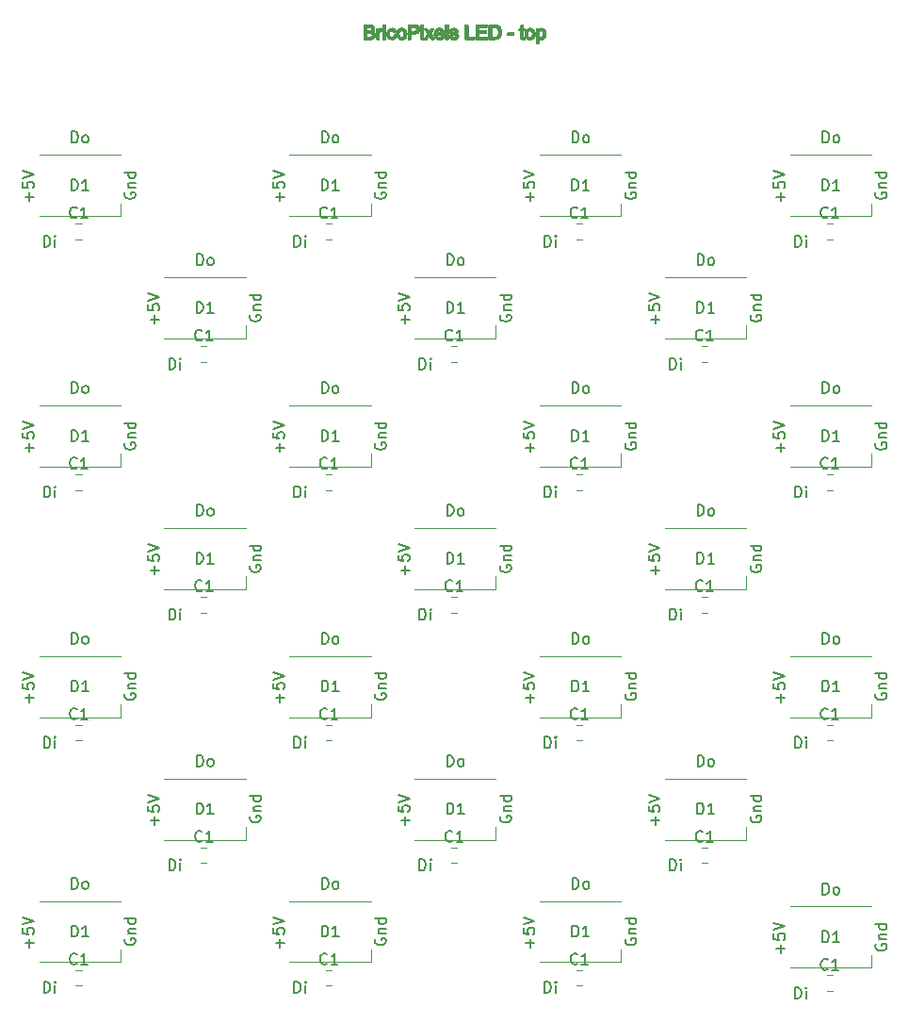
<source format=gto>
%MOIN*%
%OFA0B0*%
%FSLAX46Y46*%
%IPPOS*%
%LPD*%
%ADD10C,0.0078740157480314977*%
%ADD11C,0.0047244094488188976*%
%ADD12C,0.005905511811023622*%
%ADD13C,0.0078740157480314977*%
%ADD14C,0.0047244094488188976*%
%ADD15C,0.005905511811023622*%
%ADD16C,0.0078740157480314977*%
%ADD17C,0.0047244094488188976*%
%ADD18C,0.005905511811023622*%
%ADD19C,0.0078740157480314977*%
%ADD20C,0.0047244094488188976*%
%ADD21C,0.005905511811023622*%
%ADD22C,0.0078740157480314977*%
%ADD23C,0.0047244094488188976*%
%ADD24C,0.005905511811023622*%
%ADD25C,0.0078740157480314977*%
%ADD26C,0.0047244094488188976*%
%ADD27C,0.005905511811023622*%
%ADD28C,0.0078740157480314977*%
%ADD29C,0.0047244094488188976*%
%ADD30C,0.005905511811023622*%
%ADD31C,0.0078740157480314977*%
%ADD32C,0.0047244094488188976*%
%ADD33C,0.005905511811023622*%
%ADD34C,0.0078740157480314977*%
%ADD35C,0.0047244094488188976*%
%ADD36C,0.005905511811023622*%
%ADD37C,0.0078740157480314977*%
%ADD38C,0.0047244094488188976*%
%ADD39C,0.005905511811023622*%
%ADD40C,0.0078740157480314977*%
%ADD41C,0.0047244094488188976*%
%ADD42C,0.005905511811023622*%
%ADD43C,0.0078740157480314977*%
%ADD44C,0.0047244094488188976*%
%ADD45C,0.005905511811023622*%
%ADD46C,0.0078740157480314977*%
%ADD47C,0.0047244094488188976*%
%ADD48C,0.005905511811023622*%
%ADD49C,0.0078740157480314977*%
%ADD50C,0.0047244094488188976*%
%ADD51C,0.005905511811023622*%
%ADD52C,0.0078740157480314977*%
%ADD53C,0.0047244094488188976*%
%ADD54C,0.005905511811023622*%
%ADD55C,0.0078740157480314977*%
%ADD56C,0.0047244094488188976*%
%ADD57C,0.005905511811023622*%
%ADD58C,0.0078740157480314977*%
%ADD59C,0.0047244094488188976*%
%ADD60C,0.005905511811023622*%
%ADD61C,0.0078740157480314977*%
%ADD62C,0.0047244094488188976*%
%ADD63C,0.005905511811023622*%
%ADD64C,0.0078740157480314977*%
%ADD65C,0.0047244094488188976*%
%ADD66C,0.005905511811023622*%
%ADD67C,0.0078740157480314977*%
%ADD68C,0.0047244094488188976*%
%ADD69C,0.005905511811023622*%
%ADD70C,0.0078740157480314977*%
%ADD71C,0.0047244094488188976*%
%ADD72C,0.005905511811023622*%
%ADD73C,0.0078740157480314977*%
%ADD74C,0.0047244094488188976*%
%ADD75C,0.005905511811023622*%
%ADD76C,0.0078740157480314977*%
%ADD77C,0.0047244094488188976*%
%ADD78C,0.005905511811023622*%
%ADD79C,0.0078740157480314977*%
%ADD80C,0.0047244094488188976*%
%ADD81C,0.005905511811023622*%
%ADD82C,0.0078740157480314977*%
%ADD83C,0.0047244094488188976*%
%ADD84C,0.005905511811023622*%
G36*
X0001667300Y0003859100D02*
G01*
X0001668600Y0003859300D01*
X0001669700Y0003859900D01*
X0001670500Y0003860700D01*
X0001671100Y0003861800D01*
X0001671300Y0003863099D01*
X0001671100Y0003864200D01*
X0001670500Y0003865400D01*
X0001669700Y0003866200D01*
X0001668600Y0003866800D01*
X0001667300Y0003866900D01*
X0001648800Y0003866900D01*
X0001647600Y0003866800D01*
X0001646500Y0003866200D01*
X0001645700Y0003865400D01*
X0001645100Y0003864200D01*
X0001644900Y0003863099D01*
X0001645100Y0003861800D01*
X0001645700Y0003860700D01*
X0001646500Y0003859900D01*
X0001647600Y0003859300D01*
X0001648800Y0003859100D01*
X0001667300Y0003859100D01*
G37*
G36*
X0001672400Y0003858700D02*
G01*
X0001673700Y0003858900D01*
X0001674800Y0003859500D01*
X0001675600Y0003860300D01*
X0001676200Y0003861400D01*
X0001676300Y0003862600D01*
X0001676200Y0003863899D01*
X0001675600Y0003865000D01*
X0001674800Y0003865800D01*
X0001673700Y0003866400D01*
X0001672400Y0003866500D01*
X0001667300Y0003866900D01*
X0001666100Y0003866800D01*
X0001665000Y0003866200D01*
X0001664100Y0003865400D01*
X0001663600Y0003864200D01*
X0001663400Y0003863099D01*
X0001663600Y0003861800D01*
X0001664100Y0003860700D01*
X0001665000Y0003859900D01*
X0001666100Y0003859300D01*
X0001667300Y0003859100D01*
X0001672400Y0003858700D01*
G37*
G36*
X0001676300Y0003857600D02*
G01*
X0001677600Y0003857800D01*
X0001678699Y0003858400D01*
X0001679500Y0003859200D01*
X0001680100Y0003860300D01*
X0001680300Y0003861600D01*
X0001680100Y0003862800D01*
X0001679500Y0003863899D01*
X0001678699Y0003864600D01*
X0001677600Y0003865300D01*
X0001673700Y0003866400D01*
X0001672400Y0003866500D01*
X0001671200Y0003866400D01*
X0001670100Y0003865800D01*
X0001669300Y0003865000D01*
X0001668700Y0003863899D01*
X0001668500Y0003862600D01*
X0001668700Y0003861400D01*
X0001669300Y0003860300D01*
X0001670100Y0003859500D01*
X0001671200Y0003858900D01*
X0001675100Y0003857800D01*
X0001676300Y0003857600D01*
G37*
G36*
X0001679400Y0003855700D02*
G01*
X0001680700Y0003855900D01*
X0001681800Y0003856500D01*
X0001682600Y0003857300D01*
X0001683200Y0003858400D01*
X0001683400Y0003859600D01*
X0001683200Y0003860900D01*
X0001682600Y0003862000D01*
X0001681800Y0003862800D01*
X0001678699Y0003864600D01*
X0001677600Y0003865300D01*
X0001676300Y0003865500D01*
X0001675100Y0003865300D01*
X0001674000Y0003864600D01*
X0001673200Y0003863899D01*
X0001672600Y0003862800D01*
X0001672400Y0003861600D01*
X0001672600Y0003860300D01*
X0001673200Y0003859200D01*
X0001674000Y0003858400D01*
X0001677100Y0003856500D01*
X0001678200Y0003855900D01*
X0001679400Y0003855700D01*
G37*
G36*
X0001681800Y0003853000D02*
G01*
X0001683000Y0003853200D01*
X0001684100Y0003853800D01*
X0001684899Y0003854500D01*
X0001685500Y0003855700D01*
X0001685700Y0003856900D01*
X0001685500Y0003858200D01*
X0001684899Y0003859300D01*
X0001682600Y0003862000D01*
X0001681800Y0003862800D01*
X0001680700Y0003863400D01*
X0001679400Y0003863600D01*
X0001678200Y0003863400D01*
X0001677100Y0003862800D01*
X0001676300Y0003862000D01*
X0001675700Y0003860900D01*
X0001675500Y0003859600D01*
X0001675700Y0003858400D01*
X0001676300Y0003857300D01*
X0001678600Y0003854500D01*
X0001679400Y0003853800D01*
X0001680500Y0003853200D01*
X0001681800Y0003853000D01*
G37*
G36*
X0001683200Y0003849800D02*
G01*
X0001684400Y0003850000D01*
X0001685500Y0003850600D01*
X0001686300Y0003851400D01*
X0001686900Y0003852500D01*
X0001687100Y0003853800D01*
X0001686900Y0003854900D01*
X0001685500Y0003858200D01*
X0001684899Y0003859300D01*
X0001684100Y0003860100D01*
X0001683000Y0003860700D01*
X0001681800Y0003860900D01*
X0001680500Y0003860700D01*
X0001679400Y0003860100D01*
X0001678600Y0003859300D01*
X0001678000Y0003858200D01*
X0001677800Y0003856900D01*
X0001678000Y0003855700D01*
X0001679400Y0003852500D01*
X0001680000Y0003851400D01*
X0001680800Y0003850600D01*
X0001681900Y0003850000D01*
X0001683200Y0003849800D01*
G37*
G36*
X0001683600Y0003846500D02*
G01*
X0001684899Y0003846700D01*
X0001686000Y0003847300D01*
X0001686800Y0003848100D01*
X0001687400Y0003849200D01*
X0001687600Y0003850400D01*
X0001687100Y0003853800D01*
X0001686900Y0003854900D01*
X0001686300Y0003856100D01*
X0001685500Y0003856900D01*
X0001684400Y0003857500D01*
X0001683200Y0003857700D01*
X0001681900Y0003857500D01*
X0001680800Y0003856900D01*
X0001680000Y0003856100D01*
X0001679400Y0003854900D01*
X0001679200Y0003853800D01*
X0001679700Y0003850400D01*
X0001679900Y0003849200D01*
X0001680500Y0003848100D01*
X0001681300Y0003847300D01*
X0001682400Y0003846700D01*
X0001683600Y0003846500D01*
G37*
G36*
X0001683300Y0003843500D02*
G01*
X0001684500Y0003843700D01*
X0001685600Y0003844300D01*
X0001686400Y0003845100D01*
X0001687000Y0003846200D01*
X0001687200Y0003847500D01*
X0001687600Y0003850400D01*
X0001687400Y0003851700D01*
X0001686800Y0003852800D01*
X0001686000Y0003853600D01*
X0001684899Y0003854100D01*
X0001683600Y0003854400D01*
X0001682400Y0003854100D01*
X0001681300Y0003853600D01*
X0001680500Y0003852800D01*
X0001679900Y0003851700D01*
X0001679700Y0003850400D01*
X0001679200Y0003847500D01*
X0001679500Y0003846200D01*
X0001680100Y0003845100D01*
X0001680900Y0003844300D01*
X0001682000Y0003843700D01*
X0001683300Y0003843500D01*
G37*
G36*
X0001682000Y0003840600D02*
G01*
X0001683200Y0003840800D01*
X0001684300Y0003841400D01*
X0001685099Y0003842100D01*
X0001685700Y0003843300D01*
X0001687000Y0003846200D01*
X0001687200Y0003847500D01*
X0001687000Y0003848700D01*
X0001686400Y0003849800D01*
X0001685600Y0003850600D01*
X0001684500Y0003851200D01*
X0001683300Y0003851400D01*
X0001682000Y0003851200D01*
X0001680900Y0003850600D01*
X0001680100Y0003849800D01*
X0001679500Y0003848700D01*
X0001678200Y0003845800D01*
X0001678000Y0003844500D01*
X0001678200Y0003843300D01*
X0001678800Y0003842100D01*
X0001679600Y0003841400D01*
X0001680700Y0003840800D01*
X0001682000Y0003840600D01*
G37*
G36*
X0001679700Y0003838100D02*
G01*
X0001681000Y0003838300D01*
X0001682100Y0003838900D01*
X0001682900Y0003839700D01*
X0001685099Y0003842100D01*
X0001685700Y0003843300D01*
X0001685900Y0003844500D01*
X0001685700Y0003845800D01*
X0001685099Y0003846900D01*
X0001684300Y0003847700D01*
X0001683200Y0003848300D01*
X0001682000Y0003848500D01*
X0001680700Y0003848300D01*
X0001679600Y0003847700D01*
X0001678800Y0003846900D01*
X0001676600Y0003844400D01*
X0001676000Y0003843300D01*
X0001675800Y0003842100D01*
X0001676000Y0003840800D01*
X0001676600Y0003839700D01*
X0001677400Y0003838900D01*
X0001678499Y0003838300D01*
X0001679700Y0003838100D01*
G37*
G36*
X0001676800Y0003836100D02*
G01*
X0001678000Y0003836300D01*
X0001679000Y0003836900D01*
X0001682100Y0003838900D01*
X0001682900Y0003839700D01*
X0001683500Y0003840800D01*
X0001683700Y0003842100D01*
X0001683500Y0003843300D01*
X0001682900Y0003844400D01*
X0001682100Y0003845200D01*
X0001681000Y0003845800D01*
X0001679700Y0003846000D01*
X0001678499Y0003845800D01*
X0001677400Y0003845200D01*
X0001674400Y0003843200D01*
X0001673600Y0003842400D01*
X0001673000Y0003841300D01*
X0001672800Y0003840100D01*
X0001673000Y0003838800D01*
X0001673600Y0003837700D01*
X0001674400Y0003836900D01*
X0001675500Y0003836300D01*
X0001676800Y0003836100D01*
G37*
G36*
X0001680800Y0003834300D02*
G01*
X0001682000Y0003834400D01*
X0001683100Y0003835100D01*
X0001683900Y0003835900D01*
X0001684500Y0003837000D01*
X0001684699Y0003838300D01*
X0001684500Y0003839499D01*
X0001683900Y0003840600D01*
X0001683100Y0003841400D01*
X0001682000Y0003842000D01*
X0001678000Y0003843700D01*
X0001676800Y0003844000D01*
X0001675500Y0003843700D01*
X0001674400Y0003843200D01*
X0001673600Y0003842400D01*
X0001673000Y0003841300D01*
X0001672800Y0003840100D01*
X0001673000Y0003838800D01*
X0001673600Y0003837700D01*
X0001674400Y0003836900D01*
X0001675500Y0003836300D01*
X0001679500Y0003834400D01*
X0001680800Y0003834300D01*
G37*
G36*
X0001683600Y0003831600D02*
G01*
X0001684899Y0003831700D01*
X0001686000Y0003832400D01*
X0001686800Y0003833200D01*
X0001687400Y0003834300D01*
X0001687600Y0003835600D01*
X0001687400Y0003836800D01*
X0001686800Y0003837900D01*
X0001686000Y0003838700D01*
X0001683100Y0003841400D01*
X0001682000Y0003842000D01*
X0001680800Y0003842100D01*
X0001679500Y0003842000D01*
X0001678400Y0003841400D01*
X0001677600Y0003840600D01*
X0001677000Y0003839499D01*
X0001676800Y0003838300D01*
X0001677000Y0003837000D01*
X0001677600Y0003835900D01*
X0001678400Y0003835100D01*
X0001681300Y0003832400D01*
X0001682400Y0003831700D01*
X0001683600Y0003831600D01*
G37*
G36*
X0001685400Y0003828200D02*
G01*
X0001686700Y0003828400D01*
X0001687800Y0003829000D01*
X0001688600Y0003829799D01*
X0001689200Y0003830900D01*
X0001689400Y0003832100D01*
X0001689200Y0003833400D01*
X0001688600Y0003834400D01*
X0001686800Y0003837900D01*
X0001686000Y0003838700D01*
X0001684899Y0003839300D01*
X0001683600Y0003839499D01*
X0001682400Y0003839300D01*
X0001681300Y0003838700D01*
X0001680500Y0003837900D01*
X0001679900Y0003836800D01*
X0001679700Y0003835600D01*
X0001679900Y0003834300D01*
X0001680500Y0003833200D01*
X0001682300Y0003829799D01*
X0001683100Y0003829000D01*
X0001684200Y0003828400D01*
X0001685400Y0003828200D01*
G37*
G36*
X0001686000Y0003824200D02*
G01*
X0001687300Y0003824400D01*
X0001688400Y0003825000D01*
X0001689200Y0003825800D01*
X0001689800Y0003826900D01*
X0001690000Y0003828200D01*
X0001689400Y0003832100D01*
X0001689200Y0003833400D01*
X0001688600Y0003834400D01*
X0001687800Y0003835300D01*
X0001686700Y0003835900D01*
X0001685400Y0003836100D01*
X0001684200Y0003835900D01*
X0001683100Y0003835300D01*
X0001682300Y0003834400D01*
X0001681700Y0003833400D01*
X0001681500Y0003832100D01*
X0001682100Y0003828200D01*
X0001682300Y0003826900D01*
X0001682900Y0003825800D01*
X0001683700Y0003825000D01*
X0001684800Y0003824400D01*
X0001686000Y0003824200D01*
G37*
G36*
X0001685600Y0003820800D02*
G01*
X0001686900Y0003821000D01*
X0001688000Y0003821600D01*
X0001688800Y0003822400D01*
X0001689400Y0003823500D01*
X0001689600Y0003824700D01*
X0001690000Y0003828200D01*
X0001689800Y0003829400D01*
X0001689200Y0003830500D01*
X0001688400Y0003831300D01*
X0001687300Y0003831900D01*
X0001686000Y0003832100D01*
X0001684800Y0003831900D01*
X0001683700Y0003831300D01*
X0001682900Y0003830500D01*
X0001682300Y0003829400D01*
X0001682100Y0003828200D01*
X0001681700Y0003824700D01*
X0001681900Y0003823500D01*
X0001682500Y0003822400D01*
X0001683300Y0003821600D01*
X0001684400Y0003821000D01*
X0001685600Y0003820800D01*
G37*
G36*
X0001684600Y0003817799D02*
G01*
X0001685800Y0003818000D01*
X0001686900Y0003818500D01*
X0001687700Y0003819300D01*
X0001688300Y0003820500D01*
X0001689400Y0003823500D01*
X0001689600Y0003824700D01*
X0001689400Y0003826000D01*
X0001688800Y0003827099D01*
X0001688000Y0003827899D01*
X0001686900Y0003828500D01*
X0001685600Y0003828700D01*
X0001684400Y0003828500D01*
X0001683300Y0003827899D01*
X0001682500Y0003827099D01*
X0001681900Y0003826000D01*
X0001680800Y0003823000D01*
X0001680600Y0003821800D01*
X0001680800Y0003820500D01*
X0001681400Y0003819300D01*
X0001682200Y0003818500D01*
X0001683300Y0003818000D01*
X0001684600Y0003817799D01*
G37*
G36*
X0001682900Y0003815099D02*
G01*
X0001684200Y0003815300D01*
X0001685200Y0003815800D01*
X0001686100Y0003816700D01*
X0001687700Y0003819300D01*
X0001688300Y0003820500D01*
X0001688500Y0003821800D01*
X0001688300Y0003823000D01*
X0001687700Y0003824100D01*
X0001686900Y0003824900D01*
X0001685800Y0003825500D01*
X0001684600Y0003825700D01*
X0001683300Y0003825500D01*
X0001682200Y0003824900D01*
X0001681400Y0003824100D01*
X0001679800Y0003821400D01*
X0001679200Y0003820300D01*
X0001679000Y0003819100D01*
X0001679200Y0003817799D01*
X0001679800Y0003816700D01*
X0001680600Y0003815800D01*
X0001681700Y0003815300D01*
X0001682900Y0003815099D01*
G37*
G36*
X0001680900Y0003813200D02*
G01*
X0001682200Y0003813400D01*
X0001683300Y0003814000D01*
X0001685200Y0003815800D01*
X0001686100Y0003816700D01*
X0001686700Y0003817799D01*
X0001686900Y0003819100D01*
X0001686700Y0003820300D01*
X0001686100Y0003821400D01*
X0001685200Y0003822200D01*
X0001684200Y0003822800D01*
X0001682900Y0003823000D01*
X0001681700Y0003822800D01*
X0001680600Y0003822200D01*
X0001678600Y0003820300D01*
X0001677800Y0003819500D01*
X0001677200Y0003818400D01*
X0001677000Y0003817100D01*
X0001677200Y0003815800D01*
X0001677800Y0003814800D01*
X0001678600Y0003814000D01*
X0001679700Y0003813400D01*
X0001680900Y0003813200D01*
G37*
G36*
X0001675600Y0003810700D02*
G01*
X0001676800Y0003810900D01*
X0001682200Y0003813400D01*
X0001683300Y0003814000D01*
X0001684100Y0003814800D01*
X0001684699Y0003815800D01*
X0001684899Y0003817100D01*
X0001684699Y0003818400D01*
X0001684100Y0003819500D01*
X0001683300Y0003820300D01*
X0001682200Y0003820900D01*
X0001680900Y0003821100D01*
X0001679700Y0003820900D01*
X0001674300Y0003818400D01*
X0001673200Y0003817799D01*
X0001672400Y0003817000D01*
X0001671800Y0003815800D01*
X0001671600Y0003814600D01*
X0001671800Y0003813400D01*
X0001672400Y0003812300D01*
X0001673200Y0003811500D01*
X0001674300Y0003810900D01*
X0001675600Y0003810700D01*
G37*
G36*
X0001671900Y0003810100D02*
G01*
X0001673200Y0003810300D01*
X0001676800Y0003810900D01*
X0001677900Y0003811500D01*
X0001678699Y0003812300D01*
X0001679200Y0003813400D01*
X0001679500Y0003814600D01*
X0001679200Y0003815800D01*
X0001678699Y0003817000D01*
X0001677900Y0003817799D01*
X0001676800Y0003818400D01*
X0001675600Y0003818500D01*
X0001674300Y0003818400D01*
X0001670700Y0003817799D01*
X0001669600Y0003817200D01*
X0001668800Y0003816400D01*
X0001668200Y0003815300D01*
X0001668000Y0003814000D01*
X0001668200Y0003812800D01*
X0001668800Y0003811700D01*
X0001669600Y0003810900D01*
X0001670700Y0003810300D01*
X0001671900Y0003810100D01*
G37*
G36*
X0001667600Y0003809900D02*
G01*
X0001671900Y0003810100D01*
X0001673200Y0003810300D01*
X0001674300Y0003810900D01*
X0001675100Y0003811700D01*
X0001675700Y0003812800D01*
X0001675900Y0003814000D01*
X0001675700Y0003815300D01*
X0001675100Y0003816400D01*
X0001674300Y0003817200D01*
X0001673200Y0003817799D01*
X0001671900Y0003818000D01*
X0001667600Y0003817799D01*
X0001666400Y0003817600D01*
X0001665300Y0003817000D01*
X0001664500Y0003816200D01*
X0001663900Y0003815099D01*
X0001663700Y0003813900D01*
X0001663900Y0003812600D01*
X0001664500Y0003811500D01*
X0001665300Y0003810700D01*
X0001666400Y0003810100D01*
X0001667600Y0003809900D01*
G37*
G36*
X0001667600Y0003809900D02*
G01*
X0001668900Y0003810100D01*
X0001670000Y0003810700D01*
X0001670800Y0003811500D01*
X0001671400Y0003812600D01*
X0001671600Y0003813900D01*
X0001671400Y0003815099D01*
X0001670800Y0003816200D01*
X0001670000Y0003817000D01*
X0001668900Y0003817600D01*
X0001667600Y0003817799D01*
X0001648800Y0003817799D01*
X0001647600Y0003817600D01*
X0001646500Y0003817000D01*
X0001645700Y0003816200D01*
X0001645100Y0003815099D01*
X0001644900Y0003813900D01*
X0001645100Y0003812600D01*
X0001645700Y0003811500D01*
X0001646500Y0003810700D01*
X0001647600Y0003810100D01*
X0001648800Y0003809900D01*
X0001667600Y0003809900D01*
G37*
G36*
X0001648800Y0003809900D02*
G01*
X0001650100Y0003810100D01*
X0001651200Y0003810700D01*
X0001652000Y0003811500D01*
X0001652600Y0003812600D01*
X0001652800Y0003813900D01*
X0001652800Y0003863099D01*
X0001652600Y0003864200D01*
X0001652000Y0003865400D01*
X0001651200Y0003866200D01*
X0001650100Y0003866800D01*
X0001648800Y0003866900D01*
X0001647600Y0003866800D01*
X0001646500Y0003866200D01*
X0001645700Y0003865400D01*
X0001645100Y0003864200D01*
X0001644900Y0003863099D01*
X0001644900Y0003813900D01*
X0001645100Y0003812600D01*
X0001645700Y0003811500D01*
X0001646500Y0003810700D01*
X0001647600Y0003810100D01*
X0001648800Y0003809900D01*
G37*
G36*
X0001666000Y0003838400D02*
G01*
X0001669800Y0003838600D01*
X0001671000Y0003838800D01*
X0001672100Y0003839400D01*
X0001672899Y0003840200D01*
X0001673500Y0003841300D01*
X0001673700Y0003842500D01*
X0001673500Y0003843700D01*
X0001672899Y0003844900D01*
X0001672100Y0003845700D01*
X0001671000Y0003846300D01*
X0001669800Y0003846500D01*
X0001666000Y0003846300D01*
X0001664800Y0003846100D01*
X0001663700Y0003845500D01*
X0001662900Y0003844700D01*
X0001662300Y0003843600D01*
X0001662100Y0003842400D01*
X0001662300Y0003841100D01*
X0001662900Y0003840000D01*
X0001663700Y0003839200D01*
X0001664800Y0003838600D01*
X0001666000Y0003838400D01*
G37*
G36*
X0001669800Y0003838600D02*
G01*
X0001671000Y0003838800D01*
X0001673500Y0003839200D01*
X0001674600Y0003839800D01*
X0001675400Y0003840600D01*
X0001676000Y0003841700D01*
X0001676200Y0003842900D01*
X0001676000Y0003844100D01*
X0001675400Y0003845300D01*
X0001674600Y0003846100D01*
X0001673500Y0003846700D01*
X0001672300Y0003846900D01*
X0001671000Y0003846700D01*
X0001668500Y0003846300D01*
X0001667400Y0003845700D01*
X0001666600Y0003844900D01*
X0001666000Y0003843700D01*
X0001665800Y0003842500D01*
X0001666000Y0003841300D01*
X0001666600Y0003840200D01*
X0001667400Y0003839400D01*
X0001668500Y0003838800D01*
X0001669800Y0003838600D01*
G37*
G36*
X0001672300Y0003839000D02*
G01*
X0001673500Y0003839200D01*
X0001674600Y0003839800D01*
X0001678300Y0003842300D01*
X0001679000Y0003843100D01*
X0001679700Y0003844100D01*
X0001679900Y0003845400D01*
X0001679700Y0003846700D01*
X0001679000Y0003847800D01*
X0001678300Y0003848600D01*
X0001677200Y0003849200D01*
X0001676000Y0003849400D01*
X0001674700Y0003849200D01*
X0001673600Y0003848600D01*
X0001669900Y0003846100D01*
X0001669100Y0003845300D01*
X0001668500Y0003844100D01*
X0001668300Y0003842900D01*
X0001668500Y0003841700D01*
X0001669100Y0003840600D01*
X0001669900Y0003839800D01*
X0001671000Y0003839200D01*
X0001672300Y0003839000D01*
G37*
G36*
X0001676000Y0003841500D02*
G01*
X0001677200Y0003841700D01*
X0001678300Y0003842300D01*
X0001679000Y0003843100D01*
X0001679700Y0003844100D01*
X0001681000Y0003848500D01*
X0001681200Y0003849700D01*
X0001681000Y0003851000D01*
X0001680400Y0003852100D01*
X0001679600Y0003852900D01*
X0001678499Y0003853500D01*
X0001677300Y0003853700D01*
X0001676000Y0003853500D01*
X0001674900Y0003852900D01*
X0001674100Y0003852100D01*
X0001673500Y0003851000D01*
X0001672200Y0003846700D01*
X0001672000Y0003845400D01*
X0001672200Y0003844100D01*
X0001672800Y0003843100D01*
X0001673600Y0003842300D01*
X0001674700Y0003841700D01*
X0001676000Y0003841500D01*
G37*
G36*
X0001677300Y0003845800D02*
G01*
X0001678499Y0003846000D01*
X0001679600Y0003846600D01*
X0001680400Y0003847400D01*
X0001681000Y0003848500D01*
X0001681200Y0003849700D01*
X0001681000Y0003851000D01*
X0001679800Y0003855300D01*
X0001679200Y0003856400D01*
X0001678400Y0003857200D01*
X0001677300Y0003857800D01*
X0001676100Y0003858000D01*
X0001674800Y0003857800D01*
X0001673700Y0003857200D01*
X0001672899Y0003856400D01*
X0001672300Y0003855300D01*
X0001672100Y0003854100D01*
X0001672300Y0003852800D01*
X0001673500Y0003848500D01*
X0001674100Y0003847400D01*
X0001674900Y0003846600D01*
X0001676000Y0003846000D01*
X0001677300Y0003845800D01*
G37*
G36*
X0001676100Y0003850100D02*
G01*
X0001677300Y0003850300D01*
X0001678400Y0003850900D01*
X0001679200Y0003851700D01*
X0001679800Y0003852800D01*
X0001680000Y0003854100D01*
X0001679800Y0003855300D01*
X0001679200Y0003856400D01*
X0001678400Y0003857200D01*
X0001675100Y0003859700D01*
X0001674000Y0003860300D01*
X0001672800Y0003860500D01*
X0001671500Y0003860300D01*
X0001670400Y0003859700D01*
X0001669600Y0003858900D01*
X0001669000Y0003857800D01*
X0001668800Y0003856500D01*
X0001669000Y0003855300D01*
X0001669600Y0003854100D01*
X0001670400Y0003853400D01*
X0001673700Y0003850900D01*
X0001674800Y0003850300D01*
X0001676100Y0003850100D01*
G37*
G36*
X0001672800Y0003852600D02*
G01*
X0001674000Y0003852800D01*
X0001675100Y0003853400D01*
X0001675900Y0003854100D01*
X0001676500Y0003855300D01*
X0001676700Y0003856500D01*
X0001676500Y0003857800D01*
X0001675900Y0003858900D01*
X0001675100Y0003859700D01*
X0001674000Y0003860300D01*
X0001671000Y0003860800D01*
X0001669800Y0003861000D01*
X0001668500Y0003860800D01*
X0001667400Y0003860200D01*
X0001666600Y0003859400D01*
X0001666000Y0003858300D01*
X0001665800Y0003857000D01*
X0001666000Y0003855700D01*
X0001666600Y0003854700D01*
X0001667400Y0003853900D01*
X0001668500Y0003853300D01*
X0001671500Y0003852800D01*
X0001672800Y0003852600D01*
G37*
G36*
X0001669800Y0003853100D02*
G01*
X0001671000Y0003853300D01*
X0001672100Y0003853900D01*
X0001672899Y0003854700D01*
X0001673500Y0003855700D01*
X0001673700Y0003857000D01*
X0001673500Y0003858300D01*
X0001672899Y0003859400D01*
X0001672100Y0003860200D01*
X0001671000Y0003860800D01*
X0001669800Y0003861000D01*
X0001665200Y0003861200D01*
X0001664000Y0003861000D01*
X0001662900Y0003860400D01*
X0001662100Y0003859600D01*
X0001661500Y0003858500D01*
X0001661300Y0003857200D01*
X0001661500Y0003856000D01*
X0001662100Y0003854900D01*
X0001662900Y0003854100D01*
X0001664000Y0003853500D01*
X0001665200Y0003853300D01*
X0001669800Y0003853100D01*
G37*
G36*
X0001665200Y0003853300D02*
G01*
X0001666499Y0003853500D01*
X0001667600Y0003854100D01*
X0001668400Y0003854900D01*
X0001669000Y0003856000D01*
X0001669200Y0003857200D01*
X0001669000Y0003858500D01*
X0001668400Y0003859600D01*
X0001667600Y0003860400D01*
X0001666499Y0003861000D01*
X0001665200Y0003861200D01*
X0001655400Y0003861200D01*
X0001654100Y0003861000D01*
X0001653000Y0003860400D01*
X0001652100Y0003859600D01*
X0001651600Y0003858500D01*
X0001651400Y0003857200D01*
X0001651600Y0003856000D01*
X0001652100Y0003854900D01*
X0001653000Y0003854100D01*
X0001654100Y0003853500D01*
X0001655400Y0003853300D01*
X0001665200Y0003853300D01*
G37*
G36*
X0001655400Y0003838400D02*
G01*
X0001656600Y0003838600D01*
X0001657700Y0003839200D01*
X0001658500Y0003840000D01*
X0001659100Y0003841100D01*
X0001659300Y0003842400D01*
X0001659300Y0003857200D01*
X0001659100Y0003858500D01*
X0001658500Y0003859600D01*
X0001657700Y0003860400D01*
X0001656600Y0003861000D01*
X0001655400Y0003861200D01*
X0001654100Y0003861000D01*
X0001653000Y0003860400D01*
X0001652100Y0003859600D01*
X0001651600Y0003858500D01*
X0001651400Y0003857200D01*
X0001651400Y0003842400D01*
X0001651600Y0003841100D01*
X0001652100Y0003840000D01*
X0001653000Y0003839200D01*
X0001654100Y0003838600D01*
X0001655400Y0003838400D01*
G37*
G36*
X0001666000Y0003838400D02*
G01*
X0001667300Y0003838600D01*
X0001668400Y0003839200D01*
X0001669200Y0003840000D01*
X0001669800Y0003841100D01*
X0001670000Y0003842400D01*
X0001669800Y0003843600D01*
X0001669200Y0003844700D01*
X0001668400Y0003845500D01*
X0001667300Y0003846100D01*
X0001666000Y0003846300D01*
X0001655400Y0003846300D01*
X0001654100Y0003846100D01*
X0001653000Y0003845500D01*
X0001652100Y0003844700D01*
X0001651600Y0003843600D01*
X0001651400Y0003842400D01*
X0001651600Y0003841100D01*
X0001652100Y0003840000D01*
X0001653000Y0003839200D01*
X0001654100Y0003838600D01*
X0001655400Y0003838400D01*
X0001666000Y0003838400D01*
G37*
G36*
X0001667600Y0003815700D02*
G01*
X0001670400Y0003815800D01*
X0001671600Y0003816000D01*
X0001672699Y0003816600D01*
X0001673500Y0003817400D01*
X0001674100Y0003818500D01*
X0001674300Y0003819700D01*
X0001674100Y0003821000D01*
X0001673500Y0003822100D01*
X0001672699Y0003822900D01*
X0001671600Y0003823500D01*
X0001670400Y0003823700D01*
X0001667600Y0003823600D01*
X0001666400Y0003823400D01*
X0001665300Y0003822800D01*
X0001664500Y0003822000D01*
X0001663900Y0003820900D01*
X0001663700Y0003819600D01*
X0001663900Y0003818400D01*
X0001664500Y0003817300D01*
X0001665300Y0003816500D01*
X0001666400Y0003815800D01*
X0001667600Y0003815700D01*
G37*
G36*
X0001670400Y0003815800D02*
G01*
X0001672100Y0003816000D01*
X0001673300Y0003816200D01*
X0001674400Y0003816800D01*
X0001675200Y0003817600D01*
X0001675800Y0003818700D01*
X0001676000Y0003819900D01*
X0001675800Y0003821200D01*
X0001675200Y0003822300D01*
X0001674400Y0003823100D01*
X0001673300Y0003823700D01*
X0001672100Y0003823900D01*
X0001670400Y0003823700D01*
X0001669100Y0003823500D01*
X0001668000Y0003822900D01*
X0001667200Y0003822100D01*
X0001666600Y0003821000D01*
X0001666400Y0003819700D01*
X0001666600Y0003818500D01*
X0001667200Y0003817400D01*
X0001668000Y0003816600D01*
X0001669100Y0003816000D01*
X0001670400Y0003815800D01*
G37*
G36*
X0001672100Y0003816000D02*
G01*
X0001673300Y0003816200D01*
X0001677100Y0003817500D01*
X0001678200Y0003818100D01*
X0001679000Y0003818900D01*
X0001679600Y0003820000D01*
X0001679800Y0003821200D01*
X0001679600Y0003822400D01*
X0001679000Y0003823600D01*
X0001678200Y0003824400D01*
X0001677100Y0003825000D01*
X0001675800Y0003825200D01*
X0001674600Y0003825000D01*
X0001670800Y0003823700D01*
X0001669700Y0003823100D01*
X0001668900Y0003822300D01*
X0001668300Y0003821200D01*
X0001668100Y0003819900D01*
X0001668300Y0003818700D01*
X0001668900Y0003817600D01*
X0001669700Y0003816800D01*
X0001670800Y0003816200D01*
X0001672100Y0003816000D01*
G37*
G36*
X0001675800Y0003817300D02*
G01*
X0001677100Y0003817500D01*
X0001678200Y0003818100D01*
X0001679000Y0003818900D01*
X0001681500Y0003821600D01*
X0001682100Y0003822700D01*
X0001682300Y0003824000D01*
X0001682100Y0003825200D01*
X0001681500Y0003826300D01*
X0001680700Y0003827099D01*
X0001679600Y0003827700D01*
X0001678300Y0003827899D01*
X0001677100Y0003827700D01*
X0001676000Y0003827099D01*
X0001675200Y0003826300D01*
X0001672699Y0003823600D01*
X0001672100Y0003822400D01*
X0001671900Y0003821200D01*
X0001672100Y0003820000D01*
X0001672699Y0003818900D01*
X0001673500Y0003818100D01*
X0001674600Y0003817500D01*
X0001675800Y0003817300D01*
G37*
G36*
X0001678300Y0003820000D02*
G01*
X0001679600Y0003820100D01*
X0001680700Y0003820800D01*
X0001681500Y0003821600D01*
X0001682100Y0003822700D01*
X0001683000Y0003826900D01*
X0001683200Y0003828200D01*
X0001683000Y0003829400D01*
X0001682400Y0003830500D01*
X0001681600Y0003831300D01*
X0001680500Y0003831900D01*
X0001679200Y0003832100D01*
X0001678000Y0003831900D01*
X0001676900Y0003831300D01*
X0001676100Y0003830500D01*
X0001675500Y0003829400D01*
X0001674600Y0003825200D01*
X0001674400Y0003824000D01*
X0001674600Y0003822700D01*
X0001675200Y0003821600D01*
X0001676000Y0003820800D01*
X0001677100Y0003820100D01*
X0001678300Y0003820000D01*
G37*
G36*
X0001679200Y0003824200D02*
G01*
X0001680500Y0003824400D01*
X0001681600Y0003825000D01*
X0001682400Y0003825800D01*
X0001683000Y0003826900D01*
X0001683200Y0003828200D01*
X0001682900Y0003830800D01*
X0001682700Y0003832000D01*
X0001682100Y0003833100D01*
X0001681300Y0003833900D01*
X0001680200Y0003834400D01*
X0001678899Y0003834700D01*
X0001677700Y0003834400D01*
X0001676600Y0003833900D01*
X0001675800Y0003833100D01*
X0001675200Y0003832000D01*
X0001675000Y0003830800D01*
X0001675300Y0003828200D01*
X0001675500Y0003826900D01*
X0001676100Y0003825800D01*
X0001676900Y0003825000D01*
X0001678000Y0003824400D01*
X0001679200Y0003824200D01*
G37*
G36*
X0001678899Y0003826800D02*
G01*
X0001680200Y0003827000D01*
X0001681300Y0003827600D01*
X0001682100Y0003828400D01*
X0001682700Y0003829500D01*
X0001682900Y0003830800D01*
X0001682700Y0003832000D01*
X0001681600Y0003834200D01*
X0001681000Y0003835300D01*
X0001680200Y0003836100D01*
X0001679000Y0003836700D01*
X0001677800Y0003836900D01*
X0001676600Y0003836700D01*
X0001675500Y0003836100D01*
X0001674700Y0003835300D01*
X0001674100Y0003834200D01*
X0001673900Y0003833000D01*
X0001674100Y0003831700D01*
X0001675200Y0003829500D01*
X0001675800Y0003828400D01*
X0001676600Y0003827600D01*
X0001677700Y0003827000D01*
X0001678899Y0003826800D01*
G37*
G36*
X0001677800Y0003829000D02*
G01*
X0001679000Y0003829200D01*
X0001680200Y0003829799D01*
X0001681000Y0003830500D01*
X0001681600Y0003831700D01*
X0001681800Y0003833000D01*
X0001681600Y0003834200D01*
X0001681000Y0003835300D01*
X0001680200Y0003836100D01*
X0001676300Y0003838900D01*
X0001675200Y0003839499D01*
X0001673900Y0003839700D01*
X0001672699Y0003839499D01*
X0001671600Y0003838900D01*
X0001670800Y0003838100D01*
X0001670200Y0003837000D01*
X0001670000Y0003835700D01*
X0001670200Y0003834400D01*
X0001670800Y0003833400D01*
X0001671600Y0003832500D01*
X0001675500Y0003829799D01*
X0001676600Y0003829200D01*
X0001677800Y0003829000D01*
G37*
G36*
X0001673900Y0003831700D02*
G01*
X0001675200Y0003832000D01*
X0001676300Y0003832500D01*
X0001677100Y0003833400D01*
X0001677700Y0003834400D01*
X0001677900Y0003835700D01*
X0001677700Y0003837000D01*
X0001677100Y0003838100D01*
X0001676300Y0003838900D01*
X0001675200Y0003839499D01*
X0001672200Y0003840100D01*
X0001671000Y0003840200D01*
X0001669700Y0003840100D01*
X0001668600Y0003839499D01*
X0001667800Y0003838700D01*
X0001667200Y0003837600D01*
X0001667000Y0003836300D01*
X0001667200Y0003835100D01*
X0001667800Y0003834000D01*
X0001668600Y0003833200D01*
X0001669700Y0003832500D01*
X0001672699Y0003832000D01*
X0001673900Y0003831700D01*
G37*
G36*
X0001671000Y0003832400D02*
G01*
X0001672200Y0003832500D01*
X0001673300Y0003833200D01*
X0001674100Y0003834000D01*
X0001674700Y0003835100D01*
X0001674900Y0003836300D01*
X0001674700Y0003837600D01*
X0001674100Y0003838700D01*
X0001673300Y0003839499D01*
X0001672200Y0003840100D01*
X0001671000Y0003840200D01*
X0001666699Y0003840500D01*
X0001665500Y0003840200D01*
X0001664400Y0003839700D01*
X0001663600Y0003838900D01*
X0001663000Y0003837800D01*
X0001662800Y0003836500D01*
X0001663000Y0003835300D01*
X0001663600Y0003834200D01*
X0001664400Y0003833400D01*
X0001665500Y0003832800D01*
X0001666699Y0003832500D01*
X0001671000Y0003832400D01*
G37*
G36*
X0001666699Y0003832500D02*
G01*
X0001668000Y0003832800D01*
X0001669100Y0003833400D01*
X0001669900Y0003834200D01*
X0001670500Y0003835300D01*
X0001670700Y0003836500D01*
X0001670500Y0003837800D01*
X0001669900Y0003838900D01*
X0001669100Y0003839700D01*
X0001668000Y0003840200D01*
X0001666699Y0003840500D01*
X0001655400Y0003840500D01*
X0001654100Y0003840200D01*
X0001653000Y0003839700D01*
X0001652100Y0003838900D01*
X0001651600Y0003837800D01*
X0001651400Y0003836500D01*
X0001651600Y0003835300D01*
X0001652100Y0003834200D01*
X0001653000Y0003833400D01*
X0001654100Y0003832800D01*
X0001655400Y0003832500D01*
X0001666699Y0003832500D01*
G37*
G36*
X0001655400Y0003815700D02*
G01*
X0001656600Y0003815800D01*
X0001657700Y0003816500D01*
X0001658500Y0003817300D01*
X0001659100Y0003818400D01*
X0001659300Y0003819600D01*
X0001659300Y0003836500D01*
X0001659100Y0003837800D01*
X0001658500Y0003838900D01*
X0001657700Y0003839700D01*
X0001656600Y0003840200D01*
X0001655400Y0003840500D01*
X0001654100Y0003840200D01*
X0001653000Y0003839700D01*
X0001652100Y0003838900D01*
X0001651600Y0003837800D01*
X0001651400Y0003836500D01*
X0001651400Y0003819600D01*
X0001651600Y0003818400D01*
X0001652100Y0003817300D01*
X0001653000Y0003816500D01*
X0001654100Y0003815800D01*
X0001655400Y0003815700D01*
G37*
G36*
X0001667600Y0003815700D02*
G01*
X0001668900Y0003815800D01*
X0001670000Y0003816500D01*
X0001670800Y0003817300D01*
X0001671400Y0003818400D01*
X0001671600Y0003819600D01*
X0001671400Y0003820900D01*
X0001670800Y0003822000D01*
X0001670000Y0003822800D01*
X0001668900Y0003823400D01*
X0001667600Y0003823600D01*
X0001655400Y0003823600D01*
X0001654100Y0003823400D01*
X0001653000Y0003822800D01*
X0001652100Y0003822000D01*
X0001651600Y0003820900D01*
X0001651400Y0003819600D01*
X0001651600Y0003818400D01*
X0001652100Y0003817300D01*
X0001653000Y0003816500D01*
X0001654100Y0003815800D01*
X0001655400Y0003815700D01*
X0001667600Y0003815700D01*
G37*
G36*
X0001699600Y0003845600D02*
G01*
X0001700800Y0003845800D01*
X0001701900Y0003846400D01*
X0001702699Y0003847200D01*
X0001703200Y0003848300D01*
X0001703400Y0003849500D01*
X0001703200Y0003850800D01*
X0001702699Y0003851899D01*
X0001701900Y0003852700D01*
X0001700800Y0003853300D01*
X0001699600Y0003853500D01*
X0001694200Y0003853500D01*
X0001692900Y0003853300D01*
X0001691800Y0003852700D01*
X0001691000Y0003851899D01*
X0001690400Y0003850800D01*
X0001690200Y0003849500D01*
X0001690400Y0003848300D01*
X0001691000Y0003847200D01*
X0001691800Y0003846400D01*
X0001692900Y0003845800D01*
X0001694200Y0003845600D01*
X0001699600Y0003845600D01*
G37*
G36*
X0001699600Y0003840200D02*
G01*
X0001700800Y0003840400D01*
X0001701900Y0003841000D01*
X0001702699Y0003841800D01*
X0001703200Y0003842900D01*
X0001703400Y0003844100D01*
X0001703400Y0003849500D01*
X0001703200Y0003850800D01*
X0001702699Y0003851899D01*
X0001701900Y0003852700D01*
X0001700800Y0003853300D01*
X0001699600Y0003853500D01*
X0001698300Y0003853300D01*
X0001697200Y0003852700D01*
X0001696400Y0003851899D01*
X0001695800Y0003850800D01*
X0001695600Y0003849500D01*
X0001695600Y0003844100D01*
X0001695800Y0003842900D01*
X0001696400Y0003841800D01*
X0001697200Y0003841000D01*
X0001698300Y0003840400D01*
X0001699600Y0003840200D01*
G37*
G36*
X0001699600Y0003840200D02*
G01*
X0001700800Y0003840400D01*
X0001701900Y0003841000D01*
X0001702699Y0003841800D01*
X0001704700Y0003844900D01*
X0001705300Y0003846000D01*
X0001705500Y0003847300D01*
X0001705300Y0003848500D01*
X0001704700Y0003849600D01*
X0001703900Y0003850400D01*
X0001702800Y0003851000D01*
X0001701500Y0003851200D01*
X0001700300Y0003851000D01*
X0001699200Y0003850400D01*
X0001698400Y0003849600D01*
X0001696400Y0003846500D01*
X0001695800Y0003845400D01*
X0001695600Y0003844100D01*
X0001695800Y0003842900D01*
X0001696400Y0003841800D01*
X0001697200Y0003841000D01*
X0001698300Y0003840400D01*
X0001699600Y0003840200D01*
G37*
G36*
X0001701500Y0003843300D02*
G01*
X0001702800Y0003843500D01*
X0001703900Y0003844100D01*
X0001706600Y0003846800D01*
X0001707200Y0003847900D01*
X0001707400Y0003849100D01*
X0001707200Y0003850400D01*
X0001706600Y0003851499D01*
X0001705800Y0003852200D01*
X0001704700Y0003852900D01*
X0001703400Y0003853100D01*
X0001702200Y0003852900D01*
X0001701100Y0003852200D01*
X0001698400Y0003849600D01*
X0001697800Y0003848500D01*
X0001697600Y0003847300D01*
X0001697800Y0003846000D01*
X0001698400Y0003844900D01*
X0001699200Y0003844100D01*
X0001700300Y0003843500D01*
X0001701500Y0003843300D01*
G37*
G36*
X0001703400Y0003845200D02*
G01*
X0001704700Y0003845400D01*
X0001708500Y0003846600D01*
X0001709600Y0003847200D01*
X0001710400Y0003848000D01*
X0001711000Y0003849100D01*
X0001711200Y0003850400D01*
X0001711000Y0003851600D01*
X0001710400Y0003852700D01*
X0001709600Y0003853500D01*
X0001708500Y0003854100D01*
X0001707300Y0003854300D01*
X0001706000Y0003854100D01*
X0001702200Y0003852900D01*
X0001701100Y0003852200D01*
X0001700300Y0003851499D01*
X0001699700Y0003850400D01*
X0001699500Y0003849100D01*
X0001699700Y0003847900D01*
X0001700300Y0003846800D01*
X0001701100Y0003846000D01*
X0001702200Y0003845400D01*
X0001703400Y0003845200D01*
G37*
G36*
X0001710400Y0003845900D02*
G01*
X0001711600Y0003846100D01*
X0001712700Y0003846700D01*
X0001713500Y0003847500D01*
X0001714100Y0003848600D01*
X0001714300Y0003849900D01*
X0001714100Y0003851099D01*
X0001713500Y0003852200D01*
X0001712700Y0003853000D01*
X0001711600Y0003853600D01*
X0001708500Y0003854100D01*
X0001707300Y0003854300D01*
X0001706000Y0003854100D01*
X0001704900Y0003853500D01*
X0001704100Y0003852700D01*
X0001703400Y0003851600D01*
X0001703200Y0003850400D01*
X0001703400Y0003849100D01*
X0001704100Y0003848000D01*
X0001704900Y0003847200D01*
X0001706000Y0003846600D01*
X0001709099Y0003846100D01*
X0001710400Y0003845900D01*
G37*
G36*
X0001713600Y0003844400D02*
G01*
X0001714800Y0003844500D01*
X0001715900Y0003845200D01*
X0001716700Y0003846000D01*
X0001717300Y0003847100D01*
X0001717500Y0003848300D01*
X0001717300Y0003849600D01*
X0001716700Y0003850700D01*
X0001715900Y0003851499D01*
X0001714800Y0003852100D01*
X0001711600Y0003853600D01*
X0001710400Y0003853800D01*
X0001709099Y0003853600D01*
X0001708000Y0003853000D01*
X0001707200Y0003852200D01*
X0001706600Y0003851099D01*
X0001706400Y0003849900D01*
X0001706600Y0003848600D01*
X0001707200Y0003847500D01*
X0001708000Y0003846700D01*
X0001709099Y0003846100D01*
X0001712300Y0003844500D01*
X0001713600Y0003844400D01*
G37*
G36*
X0001711400Y0003838800D02*
G01*
X0001712700Y0003839000D01*
X0001713800Y0003839600D01*
X0001714600Y0003840400D01*
X0001715200Y0003841500D01*
X0001717300Y0003847100D01*
X0001717500Y0003848300D01*
X0001717300Y0003849600D01*
X0001716700Y0003850700D01*
X0001715900Y0003851499D01*
X0001714800Y0003852100D01*
X0001713600Y0003852200D01*
X0001712300Y0003852100D01*
X0001711200Y0003851499D01*
X0001710400Y0003850700D01*
X0001709800Y0003849600D01*
X0001707700Y0003844000D01*
X0001707500Y0003842700D01*
X0001707700Y0003841500D01*
X0001708300Y0003840400D01*
X0001709099Y0003839600D01*
X0001710200Y0003839000D01*
X0001711400Y0003838800D01*
G37*
G36*
X0001711400Y0003838800D02*
G01*
X0001712700Y0003839000D01*
X0001713800Y0003839600D01*
X0001714600Y0003840400D01*
X0001715200Y0003841500D01*
X0001715400Y0003842700D01*
X0001715200Y0003844000D01*
X0001714600Y0003845100D01*
X0001713800Y0003845900D01*
X0001712700Y0003846500D01*
X0001710500Y0003847500D01*
X0001709299Y0003847700D01*
X0001708000Y0003847500D01*
X0001706900Y0003846900D01*
X0001706100Y0003846100D01*
X0001705500Y0003845000D01*
X0001705300Y0003843700D01*
X0001705500Y0003842500D01*
X0001706100Y0003841400D01*
X0001706900Y0003840600D01*
X0001708000Y0003840000D01*
X0001710200Y0003839000D01*
X0001711400Y0003838800D01*
G37*
G36*
X0001709299Y0003839800D02*
G01*
X0001710500Y0003840000D01*
X0001711600Y0003840600D01*
X0001712400Y0003841400D01*
X0001713000Y0003842500D01*
X0001713200Y0003843700D01*
X0001713000Y0003845000D01*
X0001712400Y0003846100D01*
X0001711600Y0003846900D01*
X0001710500Y0003847500D01*
X0001709299Y0003847700D01*
X0001706900Y0003848000D01*
X0001705700Y0003847800D01*
X0001704600Y0003847200D01*
X0001703800Y0003846400D01*
X0001703200Y0003845300D01*
X0001703000Y0003844000D01*
X0001703200Y0003842800D01*
X0001703800Y0003841700D01*
X0001704600Y0003840900D01*
X0001705700Y0003840200D01*
X0001706900Y0003840100D01*
X0001709299Y0003839800D01*
G37*
G36*
X0001703400Y0003838900D02*
G01*
X0001704700Y0003839099D01*
X0001708200Y0003840200D01*
X0001709299Y0003840900D01*
X0001710100Y0003841700D01*
X0001710700Y0003842800D01*
X0001710900Y0003844000D01*
X0001710700Y0003845300D01*
X0001710100Y0003846400D01*
X0001709299Y0003847200D01*
X0001708200Y0003847800D01*
X0001706900Y0003848000D01*
X0001705700Y0003847800D01*
X0001702200Y0003846600D01*
X0001701100Y0003846000D01*
X0001700300Y0003845200D01*
X0001699700Y0003844100D01*
X0001699500Y0003842800D01*
X0001699700Y0003841600D01*
X0001700300Y0003840500D01*
X0001701100Y0003839700D01*
X0001702200Y0003839099D01*
X0001703400Y0003838900D01*
G37*
G36*
X0001701100Y0003835600D02*
G01*
X0001702400Y0003835800D01*
X0001703400Y0003836400D01*
X0001704300Y0003837200D01*
X0001706600Y0003840500D01*
X0001707200Y0003841600D01*
X0001707400Y0003842800D01*
X0001707200Y0003844100D01*
X0001706600Y0003845200D01*
X0001705800Y0003846000D01*
X0001704700Y0003846600D01*
X0001703400Y0003846800D01*
X0001702200Y0003846600D01*
X0001701100Y0003846000D01*
X0001700300Y0003845200D01*
X0001698000Y0003841900D01*
X0001697400Y0003840800D01*
X0001697200Y0003839499D01*
X0001697400Y0003838300D01*
X0001698000Y0003837200D01*
X0001698800Y0003836400D01*
X0001699900Y0003835800D01*
X0001701100Y0003835600D01*
G37*
G36*
X0001700200Y0003828600D02*
G01*
X0001701400Y0003828800D01*
X0001702500Y0003829400D01*
X0001703200Y0003830100D01*
X0001703900Y0003831300D01*
X0001704100Y0003832500D01*
X0001705100Y0003839499D01*
X0001704900Y0003840800D01*
X0001704300Y0003841900D01*
X0001703400Y0003842700D01*
X0001702400Y0003843300D01*
X0001701100Y0003843500D01*
X0001699900Y0003843300D01*
X0001698800Y0003842700D01*
X0001698000Y0003841900D01*
X0001697400Y0003840800D01*
X0001697200Y0003839499D01*
X0001696200Y0003832500D01*
X0001696400Y0003831300D01*
X0001697000Y0003830100D01*
X0001697800Y0003829400D01*
X0001698900Y0003828800D01*
X0001700200Y0003828600D01*
G37*
G36*
X0001700200Y0003809900D02*
G01*
X0001701400Y0003810100D01*
X0001702500Y0003810700D01*
X0001703200Y0003811500D01*
X0001703900Y0003812600D01*
X0001704100Y0003813900D01*
X0001704100Y0003832500D01*
X0001703900Y0003833800D01*
X0001703200Y0003834900D01*
X0001702500Y0003835700D01*
X0001701400Y0003836300D01*
X0001700200Y0003836500D01*
X0001698900Y0003836300D01*
X0001697800Y0003835700D01*
X0001697000Y0003834900D01*
X0001696400Y0003833800D01*
X0001696200Y0003832500D01*
X0001696200Y0003813900D01*
X0001696400Y0003812600D01*
X0001697000Y0003811500D01*
X0001697800Y0003810700D01*
X0001698900Y0003810100D01*
X0001700200Y0003809900D01*
G37*
G36*
X0001700200Y0003809900D02*
G01*
X0001701400Y0003810100D01*
X0001702500Y0003810700D01*
X0001703200Y0003811500D01*
X0001703900Y0003812600D01*
X0001704100Y0003813900D01*
X0001703900Y0003815099D01*
X0001703200Y0003816200D01*
X0001702500Y0003817000D01*
X0001701400Y0003817600D01*
X0001700200Y0003817799D01*
X0001694200Y0003817799D01*
X0001692900Y0003817600D01*
X0001691800Y0003817000D01*
X0001691000Y0003816200D01*
X0001690400Y0003815099D01*
X0001690200Y0003813900D01*
X0001690400Y0003812600D01*
X0001691000Y0003811500D01*
X0001691800Y0003810700D01*
X0001692900Y0003810100D01*
X0001694200Y0003809900D01*
X0001700200Y0003809900D01*
G37*
G36*
X0001694200Y0003809900D02*
G01*
X0001695400Y0003810100D01*
X0001696500Y0003810700D01*
X0001697200Y0003811500D01*
X0001697900Y0003812600D01*
X0001698100Y0003813900D01*
X0001698100Y0003849500D01*
X0001697900Y0003850800D01*
X0001697200Y0003851899D01*
X0001696500Y0003852700D01*
X0001695400Y0003853300D01*
X0001694200Y0003853500D01*
X0001692900Y0003853300D01*
X0001691800Y0003852700D01*
X0001691000Y0003851899D01*
X0001690400Y0003850800D01*
X0001690200Y0003849500D01*
X0001690200Y0003813900D01*
X0001690400Y0003812600D01*
X0001691000Y0003811500D01*
X0001691800Y0003810700D01*
X0001692900Y0003810100D01*
X0001694200Y0003809900D01*
G37*
G36*
X0001723100Y0003859100D02*
G01*
X0001724400Y0003859300D01*
X0001725500Y0003859900D01*
X0001726300Y0003860700D01*
X0001726899Y0003861800D01*
X0001727099Y0003863099D01*
X0001726899Y0003864200D01*
X0001726300Y0003865400D01*
X0001725500Y0003866200D01*
X0001724400Y0003866800D01*
X0001723100Y0003866900D01*
X0001717100Y0003866900D01*
X0001715900Y0003866800D01*
X0001714800Y0003866200D01*
X0001714000Y0003865400D01*
X0001713400Y0003864200D01*
X0001713200Y0003863099D01*
X0001713400Y0003861800D01*
X0001714000Y0003860700D01*
X0001714800Y0003859900D01*
X0001715900Y0003859300D01*
X0001717100Y0003859100D01*
X0001723100Y0003859100D01*
G37*
G36*
X0001723100Y0003852200D02*
G01*
X0001724400Y0003852400D01*
X0001725500Y0003853000D01*
X0001726300Y0003853800D01*
X0001726899Y0003854900D01*
X0001727099Y0003856100D01*
X0001727099Y0003863099D01*
X0001726899Y0003864200D01*
X0001726300Y0003865400D01*
X0001725500Y0003866200D01*
X0001724400Y0003866800D01*
X0001723100Y0003866900D01*
X0001721800Y0003866800D01*
X0001720800Y0003866200D01*
X0001720000Y0003865400D01*
X0001719400Y0003864200D01*
X0001719200Y0003863099D01*
X0001719200Y0003856100D01*
X0001719400Y0003854900D01*
X0001720000Y0003853800D01*
X0001720800Y0003853000D01*
X0001721800Y0003852400D01*
X0001723100Y0003852200D01*
G37*
G36*
X0001723100Y0003852200D02*
G01*
X0001724400Y0003852400D01*
X0001725500Y0003853000D01*
X0001726300Y0003853800D01*
X0001726899Y0003854900D01*
X0001727099Y0003856100D01*
X0001726899Y0003857400D01*
X0001726300Y0003858500D01*
X0001725500Y0003859300D01*
X0001724400Y0003859900D01*
X0001723100Y0003860100D01*
X0001717100Y0003860100D01*
X0001715900Y0003859900D01*
X0001714800Y0003859300D01*
X0001714000Y0003858500D01*
X0001713400Y0003857400D01*
X0001713200Y0003856100D01*
X0001713400Y0003854900D01*
X0001714000Y0003853800D01*
X0001714800Y0003853000D01*
X0001715900Y0003852400D01*
X0001717100Y0003852200D01*
X0001723100Y0003852200D01*
G37*
G36*
X0001717100Y0003852200D02*
G01*
X0001718400Y0003852400D01*
X0001719500Y0003853000D01*
X0001720300Y0003853800D01*
X0001720899Y0003854900D01*
X0001721099Y0003856100D01*
X0001721099Y0003863099D01*
X0001720899Y0003864200D01*
X0001720300Y0003865400D01*
X0001719500Y0003866200D01*
X0001718400Y0003866800D01*
X0001717100Y0003866900D01*
X0001715900Y0003866800D01*
X0001714800Y0003866200D01*
X0001714000Y0003865400D01*
X0001713400Y0003864200D01*
X0001713200Y0003863099D01*
X0001713200Y0003856100D01*
X0001713400Y0003854900D01*
X0001714000Y0003853800D01*
X0001714800Y0003853000D01*
X0001715900Y0003852400D01*
X0001717100Y0003852200D01*
G37*
G36*
X0001723100Y0003845600D02*
G01*
X0001724400Y0003845800D01*
X0001725500Y0003846400D01*
X0001726300Y0003847200D01*
X0001726899Y0003848300D01*
X0001727099Y0003849500D01*
X0001726899Y0003850800D01*
X0001726300Y0003851899D01*
X0001725500Y0003852700D01*
X0001724400Y0003853300D01*
X0001723100Y0003853500D01*
X0001717100Y0003853500D01*
X0001715900Y0003853300D01*
X0001714800Y0003852700D01*
X0001714000Y0003851899D01*
X0001713400Y0003850800D01*
X0001713200Y0003849500D01*
X0001713400Y0003848300D01*
X0001714000Y0003847200D01*
X0001714800Y0003846400D01*
X0001715900Y0003845800D01*
X0001717100Y0003845600D01*
X0001723100Y0003845600D01*
G37*
G36*
X0001723100Y0003809900D02*
G01*
X0001724400Y0003810100D01*
X0001725500Y0003810700D01*
X0001726300Y0003811500D01*
X0001726899Y0003812600D01*
X0001727099Y0003813900D01*
X0001727099Y0003849500D01*
X0001726899Y0003850800D01*
X0001726300Y0003851899D01*
X0001725500Y0003852700D01*
X0001724400Y0003853300D01*
X0001723100Y0003853500D01*
X0001721800Y0003853300D01*
X0001720800Y0003852700D01*
X0001720000Y0003851899D01*
X0001719400Y0003850800D01*
X0001719200Y0003849500D01*
X0001719200Y0003813900D01*
X0001719400Y0003812600D01*
X0001720000Y0003811500D01*
X0001720800Y0003810700D01*
X0001721800Y0003810100D01*
X0001723100Y0003809900D01*
G37*
G36*
X0001723100Y0003809900D02*
G01*
X0001724400Y0003810100D01*
X0001725500Y0003810700D01*
X0001726300Y0003811500D01*
X0001726899Y0003812600D01*
X0001727099Y0003813900D01*
X0001726899Y0003815099D01*
X0001726300Y0003816200D01*
X0001725500Y0003817000D01*
X0001724400Y0003817600D01*
X0001723100Y0003817799D01*
X0001717100Y0003817799D01*
X0001715900Y0003817600D01*
X0001714800Y0003817000D01*
X0001714000Y0003816200D01*
X0001713400Y0003815099D01*
X0001713200Y0003813900D01*
X0001713400Y0003812600D01*
X0001714000Y0003811500D01*
X0001714800Y0003810700D01*
X0001715900Y0003810100D01*
X0001717100Y0003809900D01*
X0001723100Y0003809900D01*
G37*
G36*
X0001717100Y0003809900D02*
G01*
X0001718400Y0003810100D01*
X0001719500Y0003810700D01*
X0001720300Y0003811500D01*
X0001720899Y0003812600D01*
X0001721099Y0003813900D01*
X0001721099Y0003849500D01*
X0001720899Y0003850800D01*
X0001720300Y0003851899D01*
X0001719500Y0003852700D01*
X0001718400Y0003853300D01*
X0001717100Y0003853500D01*
X0001715900Y0003853300D01*
X0001714800Y0003852700D01*
X0001714000Y0003851899D01*
X0001713400Y0003850800D01*
X0001713200Y0003849500D01*
X0001713200Y0003813900D01*
X0001713400Y0003812600D01*
X0001714000Y0003811500D01*
X0001714800Y0003810700D01*
X0001715900Y0003810100D01*
X0001717100Y0003809900D01*
G37*
G36*
X0001759900Y0003816700D02*
G01*
X0001761100Y0003816900D01*
X0001762200Y0003817500D01*
X0001763000Y0003818300D01*
X0001763600Y0003819300D01*
X0001765300Y0003824900D01*
X0001765500Y0003826100D01*
X0001765300Y0003827400D01*
X0001764700Y0003828500D01*
X0001763800Y0003829300D01*
X0001762800Y0003829900D01*
X0001761600Y0003830100D01*
X0001760300Y0003829900D01*
X0001759200Y0003829300D01*
X0001758400Y0003828500D01*
X0001757800Y0003827400D01*
X0001756100Y0003821900D01*
X0001755900Y0003820600D01*
X0001756100Y0003819300D01*
X0001756700Y0003818300D01*
X0001757499Y0003817500D01*
X0001758600Y0003816900D01*
X0001759900Y0003816700D01*
G37*
G36*
X0001756500Y0003812600D02*
G01*
X0001757800Y0003812800D01*
X0001758900Y0003813400D01*
X0001759700Y0003814200D01*
X0001763000Y0003818300D01*
X0001763600Y0003819300D01*
X0001763800Y0003820600D01*
X0001763600Y0003821900D01*
X0001763000Y0003823000D01*
X0001762200Y0003823800D01*
X0001761100Y0003824400D01*
X0001759900Y0003824600D01*
X0001758600Y0003824400D01*
X0001757499Y0003823800D01*
X0001756700Y0003823000D01*
X0001753400Y0003818900D01*
X0001752800Y0003817799D01*
X0001752600Y0003816600D01*
X0001752800Y0003815300D01*
X0001753400Y0003814200D01*
X0001754200Y0003813400D01*
X0001755300Y0003812800D01*
X0001756500Y0003812600D01*
G37*
G36*
X0001752000Y0003810000D02*
G01*
X0001753300Y0003810200D01*
X0001754400Y0003810800D01*
X0001758900Y0003813400D01*
X0001759700Y0003814200D01*
X0001760300Y0003815300D01*
X0001760500Y0003816600D01*
X0001760300Y0003817799D01*
X0001759700Y0003818900D01*
X0001758900Y0003819700D01*
X0001757800Y0003820300D01*
X0001756500Y0003820500D01*
X0001755300Y0003820300D01*
X0001754200Y0003819700D01*
X0001749700Y0003817100D01*
X0001748900Y0003816300D01*
X0001748300Y0003815200D01*
X0001748100Y0003814000D01*
X0001748300Y0003812700D01*
X0001748900Y0003811600D01*
X0001749700Y0003810800D01*
X0001750800Y0003810200D01*
X0001752000Y0003810000D01*
G37*
G36*
X0001746800Y0003809100D02*
G01*
X0001748000Y0003809300D01*
X0001753300Y0003810200D01*
X0001754400Y0003810800D01*
X0001755200Y0003811600D01*
X0001755800Y0003812700D01*
X0001756000Y0003814000D01*
X0001755800Y0003815200D01*
X0001755200Y0003816300D01*
X0001754400Y0003817100D01*
X0001753300Y0003817700D01*
X0001752000Y0003817900D01*
X0001750800Y0003817700D01*
X0001745499Y0003816800D01*
X0001744400Y0003816200D01*
X0001743600Y0003815400D01*
X0001743000Y0003814300D01*
X0001742800Y0003813000D01*
X0001743000Y0003811800D01*
X0001743600Y0003810700D01*
X0001744400Y0003809900D01*
X0001745499Y0003809300D01*
X0001746800Y0003809100D01*
G37*
G36*
X0001746800Y0003809100D02*
G01*
X0001748000Y0003809300D01*
X0001749100Y0003809900D01*
X0001749900Y0003810700D01*
X0001750500Y0003811800D01*
X0001750700Y0003813000D01*
X0001750500Y0003814300D01*
X0001749900Y0003815400D01*
X0001749100Y0003816200D01*
X0001748000Y0003816800D01*
X0001741400Y0003818000D01*
X0001740200Y0003818100D01*
X0001738900Y0003818000D01*
X0001737800Y0003817400D01*
X0001737000Y0003816600D01*
X0001736400Y0003815499D01*
X0001736200Y0003814200D01*
X0001736400Y0003813000D01*
X0001737000Y0003811900D01*
X0001737800Y0003811100D01*
X0001738900Y0003810500D01*
X0001745499Y0003809300D01*
X0001746800Y0003809100D01*
G37*
G36*
X0001740200Y0003810300D02*
G01*
X0001741400Y0003810500D01*
X0001742500Y0003811100D01*
X0001743300Y0003811900D01*
X0001743900Y0003813000D01*
X0001744100Y0003814200D01*
X0001743900Y0003815499D01*
X0001743300Y0003816600D01*
X0001742500Y0003817400D01*
X0001737300Y0003821000D01*
X0001736200Y0003821600D01*
X0001735000Y0003821800D01*
X0001733600Y0003821600D01*
X0001732600Y0003821000D01*
X0001731800Y0003820100D01*
X0001731200Y0003819100D01*
X0001731000Y0003817799D01*
X0001731200Y0003816600D01*
X0001731800Y0003815499D01*
X0001732600Y0003814699D01*
X0001737800Y0003811100D01*
X0001738900Y0003810500D01*
X0001740200Y0003810300D01*
G37*
G36*
X0001735000Y0003813900D02*
G01*
X0001736200Y0003814100D01*
X0001737300Y0003814699D01*
X0001738100Y0003815499D01*
X0001738700Y0003816600D01*
X0001738900Y0003817799D01*
X0001738700Y0003819100D01*
X0001738100Y0003820100D01*
X0001734800Y0003826000D01*
X0001734000Y0003826800D01*
X0001732900Y0003827400D01*
X0001731600Y0003827600D01*
X0001730400Y0003827400D01*
X0001729300Y0003826800D01*
X0001728500Y0003826000D01*
X0001727800Y0003824900D01*
X0001727600Y0003823600D01*
X0001727800Y0003822400D01*
X0001728500Y0003821300D01*
X0001731800Y0003815499D01*
X0001732600Y0003814699D01*
X0001733600Y0003814100D01*
X0001735000Y0003813900D01*
G37*
G36*
X0001731600Y0003819700D02*
G01*
X0001732900Y0003819900D01*
X0001734000Y0003820500D01*
X0001734800Y0003821300D01*
X0001735400Y0003822400D01*
X0001735600Y0003823600D01*
X0001734500Y0003831500D01*
X0001734300Y0003832800D01*
X0001733600Y0003833900D01*
X0001732900Y0003834700D01*
X0001731800Y0003835300D01*
X0001730600Y0003835500D01*
X0001729300Y0003835300D01*
X0001728200Y0003834700D01*
X0001727400Y0003833900D01*
X0001726800Y0003832800D01*
X0001726600Y0003831500D01*
X0001727600Y0003823600D01*
X0001727800Y0003822400D01*
X0001728500Y0003821300D01*
X0001729300Y0003820500D01*
X0001730400Y0003819900D01*
X0001731600Y0003819700D01*
G37*
G36*
X0001730600Y0003827600D02*
G01*
X0001731800Y0003827800D01*
X0001732900Y0003828400D01*
X0001733600Y0003829200D01*
X0001734300Y0003830300D01*
X0001734500Y0003831500D01*
X0001734900Y0003837000D01*
X0001734700Y0003838200D01*
X0001734000Y0003839300D01*
X0001733299Y0003840100D01*
X0001732200Y0003840700D01*
X0001730900Y0003840900D01*
X0001729700Y0003840700D01*
X0001728600Y0003840100D01*
X0001727800Y0003839300D01*
X0001727200Y0003838200D01*
X0001727000Y0003837000D01*
X0001726600Y0003831500D01*
X0001726800Y0003830300D01*
X0001727400Y0003829200D01*
X0001728200Y0003828400D01*
X0001729300Y0003827800D01*
X0001730600Y0003827600D01*
G37*
G36*
X0001730900Y0003833000D02*
G01*
X0001732200Y0003833200D01*
X0001733299Y0003833800D01*
X0001734000Y0003834600D01*
X0001734700Y0003835700D01*
X0001736200Y0003840400D01*
X0001736400Y0003841600D01*
X0001736200Y0003842900D01*
X0001735600Y0003844000D01*
X0001734800Y0003844800D01*
X0001733600Y0003845400D01*
X0001732500Y0003845600D01*
X0001731200Y0003845400D01*
X0001730100Y0003844800D01*
X0001729300Y0003844000D01*
X0001728700Y0003842900D01*
X0001727200Y0003838200D01*
X0001727000Y0003837000D01*
X0001727200Y0003835700D01*
X0001727800Y0003834600D01*
X0001728600Y0003833800D01*
X0001729700Y0003833200D01*
X0001730900Y0003833000D01*
G37*
G36*
X0001732500Y0003837700D02*
G01*
X0001733600Y0003837900D01*
X0001734800Y0003838500D01*
X0001735600Y0003839300D01*
X0001738000Y0003843100D01*
X0001738600Y0003844100D01*
X0001738800Y0003845400D01*
X0001738600Y0003846700D01*
X0001738000Y0003847800D01*
X0001737200Y0003848600D01*
X0001736100Y0003849200D01*
X0001734800Y0003849400D01*
X0001733600Y0003849200D01*
X0001732500Y0003848600D01*
X0001731700Y0003847800D01*
X0001729300Y0003844000D01*
X0001728700Y0003842900D01*
X0001728500Y0003841600D01*
X0001728700Y0003840400D01*
X0001729300Y0003839300D01*
X0001730100Y0003838500D01*
X0001731200Y0003837900D01*
X0001732500Y0003837700D01*
G37*
G36*
X0001734800Y0003841500D02*
G01*
X0001736100Y0003841700D01*
X0001737200Y0003842300D01*
X0001740600Y0003845000D01*
X0001741400Y0003845800D01*
X0001742000Y0003846900D01*
X0001742200Y0003848100D01*
X0001742000Y0003849400D01*
X0001741400Y0003850500D01*
X0001740600Y0003851300D01*
X0001739499Y0003851899D01*
X0001738300Y0003852100D01*
X0001737000Y0003851899D01*
X0001735900Y0003851300D01*
X0001732500Y0003848600D01*
X0001731700Y0003847800D01*
X0001731100Y0003846700D01*
X0001730900Y0003845400D01*
X0001731100Y0003844100D01*
X0001731700Y0003843100D01*
X0001732500Y0003842300D01*
X0001733600Y0003841700D01*
X0001734800Y0003841500D01*
G37*
G36*
X0001738300Y0003844100D02*
G01*
X0001739499Y0003844400D01*
X0001743600Y0003846000D01*
X0001744700Y0003846600D01*
X0001745499Y0003847400D01*
X0001746000Y0003848500D01*
X0001746300Y0003849700D01*
X0001746000Y0003851000D01*
X0001745499Y0003852100D01*
X0001744700Y0003852900D01*
X0001743600Y0003853500D01*
X0001742400Y0003853700D01*
X0001741100Y0003853500D01*
X0001737000Y0003851899D01*
X0001735900Y0003851300D01*
X0001735100Y0003850500D01*
X0001734500Y0003849400D01*
X0001734300Y0003848100D01*
X0001734500Y0003846900D01*
X0001735100Y0003845800D01*
X0001735900Y0003845000D01*
X0001737000Y0003844400D01*
X0001738300Y0003844100D01*
G37*
G36*
X0001742400Y0003845800D02*
G01*
X0001746800Y0003846400D01*
X0001748000Y0003846600D01*
X0001749100Y0003847200D01*
X0001749900Y0003848000D01*
X0001750500Y0003849100D01*
X0001750700Y0003850400D01*
X0001750500Y0003851600D01*
X0001749900Y0003852700D01*
X0001749100Y0003853500D01*
X0001748000Y0003854100D01*
X0001746800Y0003854300D01*
X0001742400Y0003853700D01*
X0001741100Y0003853500D01*
X0001740000Y0003852900D01*
X0001739200Y0003852100D01*
X0001738600Y0003851000D01*
X0001738400Y0003849700D01*
X0001738600Y0003848500D01*
X0001739200Y0003847400D01*
X0001740000Y0003846600D01*
X0001741100Y0003846000D01*
X0001742400Y0003845800D01*
G37*
G36*
X0001752000Y0003845600D02*
G01*
X0001753300Y0003845800D01*
X0001754400Y0003846400D01*
X0001755200Y0003847200D01*
X0001755800Y0003848300D01*
X0001756000Y0003849500D01*
X0001755800Y0003850800D01*
X0001755200Y0003851899D01*
X0001754400Y0003852700D01*
X0001753300Y0003853300D01*
X0001752000Y0003853500D01*
X0001746800Y0003854300D01*
X0001745499Y0003854100D01*
X0001744400Y0003853500D01*
X0001743600Y0003852700D01*
X0001743000Y0003851600D01*
X0001742800Y0003850400D01*
X0001743000Y0003849100D01*
X0001743600Y0003848000D01*
X0001744400Y0003847200D01*
X0001745499Y0003846600D01*
X0001746800Y0003846400D01*
X0001752000Y0003845600D01*
G37*
G36*
X0001756200Y0003843300D02*
G01*
X0001757499Y0003843600D01*
X0001758600Y0003844100D01*
X0001759400Y0003845000D01*
X0001760000Y0003846100D01*
X0001760200Y0003847400D01*
X0001760000Y0003848600D01*
X0001759400Y0003849700D01*
X0001758600Y0003850500D01*
X0001754400Y0003852700D01*
X0001753300Y0003853300D01*
X0001752000Y0003853500D01*
X0001750800Y0003853300D01*
X0001749700Y0003852700D01*
X0001748900Y0003851899D01*
X0001748300Y0003850800D01*
X0001748100Y0003849500D01*
X0001748300Y0003848300D01*
X0001748900Y0003847200D01*
X0001749700Y0003846400D01*
X0001753900Y0003844100D01*
X0001755000Y0003843600D01*
X0001756200Y0003843300D01*
G37*
G36*
X0001759200Y0003839899D02*
G01*
X0001760500Y0003840100D01*
X0001761600Y0003840700D01*
X0001762400Y0003841500D01*
X0001763000Y0003842500D01*
X0001763200Y0003843900D01*
X0001763000Y0003845100D01*
X0001762400Y0003846200D01*
X0001759400Y0003849700D01*
X0001758600Y0003850500D01*
X0001757499Y0003851099D01*
X0001756200Y0003851300D01*
X0001755000Y0003851099D01*
X0001753900Y0003850500D01*
X0001753100Y0003849700D01*
X0001752500Y0003848600D01*
X0001752200Y0003847400D01*
X0001752500Y0003846100D01*
X0001753100Y0003845000D01*
X0001756100Y0003841500D01*
X0001756900Y0003840700D01*
X0001758000Y0003840100D01*
X0001759200Y0003839899D01*
G37*
G36*
X0001761000Y0003835100D02*
G01*
X0001762200Y0003835300D01*
X0001763299Y0003835900D01*
X0001764000Y0003836700D01*
X0001764700Y0003837800D01*
X0001764900Y0003839000D01*
X0001764700Y0003840200D01*
X0001763000Y0003845100D01*
X0001762400Y0003846200D01*
X0001761600Y0003847000D01*
X0001760500Y0003847600D01*
X0001759200Y0003847800D01*
X0001758000Y0003847600D01*
X0001756900Y0003847000D01*
X0001756100Y0003846200D01*
X0001755500Y0003845100D01*
X0001755300Y0003843900D01*
X0001755500Y0003842500D01*
X0001757200Y0003837800D01*
X0001757800Y0003836700D01*
X0001758600Y0003835900D01*
X0001759700Y0003835300D01*
X0001761000Y0003835100D01*
G37*
G36*
X0001755100Y0003834200D02*
G01*
X0001761000Y0003835100D01*
X0001762200Y0003835300D01*
X0001763299Y0003835900D01*
X0001764000Y0003836700D01*
X0001764700Y0003837800D01*
X0001764900Y0003839000D01*
X0001764700Y0003840200D01*
X0001764000Y0003841400D01*
X0001763299Y0003842100D01*
X0001762200Y0003842800D01*
X0001761000Y0003842900D01*
X0001755100Y0003842100D01*
X0001753800Y0003841900D01*
X0001752700Y0003841300D01*
X0001751800Y0003840500D01*
X0001751299Y0003839400D01*
X0001751099Y0003838200D01*
X0001751299Y0003836900D01*
X0001751800Y0003835800D01*
X0001752700Y0003835000D01*
X0001753800Y0003834400D01*
X0001755100Y0003834200D01*
G37*
G36*
X0001755100Y0003834200D02*
G01*
X0001756300Y0003834400D01*
X0001757400Y0003835000D01*
X0001758200Y0003835800D01*
X0001758800Y0003836900D01*
X0001759000Y0003838200D01*
X0001758800Y0003839400D01*
X0001757699Y0003842500D01*
X0001757100Y0003843600D01*
X0001756300Y0003844400D01*
X0001755200Y0003845000D01*
X0001754000Y0003845200D01*
X0001752700Y0003845000D01*
X0001751600Y0003844400D01*
X0001750800Y0003843600D01*
X0001750200Y0003842500D01*
X0001750000Y0003841300D01*
X0001750200Y0003840000D01*
X0001751299Y0003836900D01*
X0001751800Y0003835800D01*
X0001752700Y0003835000D01*
X0001753800Y0003834400D01*
X0001755100Y0003834200D01*
G37*
G36*
X0001754000Y0003837300D02*
G01*
X0001755200Y0003837500D01*
X0001756300Y0003838100D01*
X0001757100Y0003838900D01*
X0001757699Y0003840000D01*
X0001757800Y0003841300D01*
X0001757699Y0003842500D01*
X0001757100Y0003843600D01*
X0001755300Y0003845900D01*
X0001754500Y0003846700D01*
X0001753400Y0003847300D01*
X0001752000Y0003847500D01*
X0001750900Y0003847300D01*
X0001749800Y0003846700D01*
X0001749000Y0003845900D01*
X0001748400Y0003844800D01*
X0001748200Y0003843600D01*
X0001748400Y0003842300D01*
X0001749000Y0003841200D01*
X0001750800Y0003838900D01*
X0001751600Y0003838100D01*
X0001752700Y0003837500D01*
X0001754000Y0003837300D01*
G37*
G36*
X0001752000Y0003839600D02*
G01*
X0001753400Y0003839800D01*
X0001754500Y0003840400D01*
X0001755300Y0003841200D01*
X0001755900Y0003842300D01*
X0001756100Y0003843600D01*
X0001755900Y0003844800D01*
X0001755300Y0003845900D01*
X0001754500Y0003846700D01*
X0001752000Y0003848000D01*
X0001751000Y0003848600D01*
X0001749700Y0003848800D01*
X0001748500Y0003848600D01*
X0001747400Y0003848000D01*
X0001746600Y0003847200D01*
X0001746000Y0003846100D01*
X0001745800Y0003844900D01*
X0001746000Y0003843600D01*
X0001746600Y0003842500D01*
X0001747400Y0003841700D01*
X0001749800Y0003840400D01*
X0001750900Y0003839800D01*
X0001752000Y0003839600D01*
G37*
G36*
X0001749700Y0003840900D02*
G01*
X0001751000Y0003841100D01*
X0001752000Y0003841700D01*
X0001752900Y0003842500D01*
X0001753500Y0003843600D01*
X0001753700Y0003844900D01*
X0001753500Y0003846100D01*
X0001752900Y0003847200D01*
X0001752000Y0003848000D01*
X0001751000Y0003848600D01*
X0001748200Y0003849100D01*
X0001746900Y0003849300D01*
X0001745600Y0003849100D01*
X0001744600Y0003848500D01*
X0001743800Y0003847700D01*
X0001743200Y0003846600D01*
X0001743000Y0003845300D01*
X0001743200Y0003844100D01*
X0001743800Y0003842900D01*
X0001744600Y0003842100D01*
X0001745600Y0003841600D01*
X0001748500Y0003841100D01*
X0001749700Y0003840900D01*
G37*
G36*
X0001742800Y0003840600D02*
G01*
X0001744100Y0003840800D01*
X0001748200Y0003841600D01*
X0001749300Y0003842100D01*
X0001750100Y0003842900D01*
X0001750700Y0003844100D01*
X0001750900Y0003845300D01*
X0001750700Y0003846600D01*
X0001750100Y0003847700D01*
X0001749300Y0003848500D01*
X0001748200Y0003849100D01*
X0001746900Y0003849300D01*
X0001745600Y0003849100D01*
X0001741600Y0003848300D01*
X0001740500Y0003847700D01*
X0001739600Y0003846900D01*
X0001739099Y0003845800D01*
X0001738900Y0003844500D01*
X0001739099Y0003843300D01*
X0001739600Y0003842100D01*
X0001740500Y0003841400D01*
X0001741600Y0003840800D01*
X0001742800Y0003840600D01*
G37*
G36*
X0001739600Y0003838100D02*
G01*
X0001740800Y0003838300D01*
X0001741900Y0003838900D01*
X0001745200Y0003841400D01*
X0001746000Y0003842100D01*
X0001746600Y0003843300D01*
X0001746800Y0003844500D01*
X0001746600Y0003845800D01*
X0001746000Y0003846900D01*
X0001745200Y0003847700D01*
X0001744100Y0003848300D01*
X0001742800Y0003848500D01*
X0001741600Y0003848300D01*
X0001740500Y0003847700D01*
X0001737200Y0003845200D01*
X0001736400Y0003844400D01*
X0001735800Y0003843300D01*
X0001735600Y0003842100D01*
X0001735800Y0003840800D01*
X0001736400Y0003839700D01*
X0001737200Y0003838900D01*
X0001738300Y0003838300D01*
X0001739600Y0003838100D01*
G37*
G36*
X0001737400Y0003833900D02*
G01*
X0001738700Y0003834100D01*
X0001739800Y0003834700D01*
X0001740600Y0003835500D01*
X0001741200Y0003836600D01*
X0001743300Y0003840800D01*
X0001743500Y0003842100D01*
X0001743300Y0003843300D01*
X0001742700Y0003844400D01*
X0001741900Y0003845200D01*
X0001740800Y0003845800D01*
X0001739600Y0003846000D01*
X0001738300Y0003845800D01*
X0001737200Y0003845200D01*
X0001736400Y0003844400D01*
X0001735800Y0003843300D01*
X0001733600Y0003839099D01*
X0001733499Y0003837800D01*
X0001733600Y0003836600D01*
X0001734300Y0003835500D01*
X0001735100Y0003834700D01*
X0001736200Y0003834100D01*
X0001737400Y0003833900D01*
G37*
G36*
X0001736700Y0003827800D02*
G01*
X0001738000Y0003828000D01*
X0001739099Y0003828600D01*
X0001739800Y0003829400D01*
X0001740500Y0003830500D01*
X0001740700Y0003831700D01*
X0001741400Y0003837800D01*
X0001741200Y0003839099D01*
X0001740600Y0003840200D01*
X0001739800Y0003841000D01*
X0001738700Y0003841600D01*
X0001737400Y0003841800D01*
X0001736200Y0003841600D01*
X0001735100Y0003841000D01*
X0001734300Y0003840200D01*
X0001733600Y0003839099D01*
X0001733499Y0003837800D01*
X0001732800Y0003831700D01*
X0001733000Y0003830500D01*
X0001733600Y0003829400D01*
X0001734400Y0003828600D01*
X0001735500Y0003828000D01*
X0001736700Y0003827800D01*
G37*
G36*
X0001737400Y0003821600D02*
G01*
X0001738700Y0003821800D01*
X0001739800Y0003822400D01*
X0001740600Y0003823200D01*
X0001741200Y0003824300D01*
X0001741400Y0003825600D01*
X0001740700Y0003831700D01*
X0001740500Y0003833000D01*
X0001739800Y0003834100D01*
X0001739099Y0003834900D01*
X0001738000Y0003835500D01*
X0001736700Y0003835700D01*
X0001735500Y0003835500D01*
X0001734400Y0003834900D01*
X0001733600Y0003834100D01*
X0001733000Y0003833000D01*
X0001732800Y0003831700D01*
X0001733499Y0003825600D01*
X0001733600Y0003824300D01*
X0001734300Y0003823200D01*
X0001735100Y0003822400D01*
X0001736200Y0003821800D01*
X0001737400Y0003821600D01*
G37*
G36*
X0001739499Y0003817300D02*
G01*
X0001740700Y0003817500D01*
X0001741800Y0003818100D01*
X0001742600Y0003818900D01*
X0001743200Y0003820000D01*
X0001743400Y0003821200D01*
X0001743200Y0003822400D01*
X0001741200Y0003826800D01*
X0001740600Y0003827899D01*
X0001739800Y0003828700D01*
X0001738700Y0003829300D01*
X0001737400Y0003829500D01*
X0001736200Y0003829300D01*
X0001735100Y0003828700D01*
X0001734300Y0003827899D01*
X0001733600Y0003826800D01*
X0001733499Y0003825600D01*
X0001733600Y0003824300D01*
X0001735700Y0003820000D01*
X0001736300Y0003818900D01*
X0001737100Y0003818100D01*
X0001738200Y0003817500D01*
X0001739499Y0003817300D01*
G37*
G36*
X0001742600Y0003814900D02*
G01*
X0001743900Y0003815099D01*
X0001745000Y0003815700D01*
X0001745800Y0003816500D01*
X0001746400Y0003817600D01*
X0001746600Y0003818900D01*
X0001746400Y0003820100D01*
X0001745800Y0003821200D01*
X0001745000Y0003822000D01*
X0001741800Y0003824400D01*
X0001740700Y0003825000D01*
X0001739499Y0003825200D01*
X0001738200Y0003825000D01*
X0001737100Y0003824400D01*
X0001736300Y0003823600D01*
X0001735700Y0003822400D01*
X0001735500Y0003821200D01*
X0001735700Y0003820000D01*
X0001736300Y0003818900D01*
X0001737100Y0003818100D01*
X0001740300Y0003815700D01*
X0001741400Y0003815099D01*
X0001742600Y0003814900D01*
G37*
G36*
X0001746600Y0003814100D02*
G01*
X0001747900Y0003814300D01*
X0001749000Y0003814900D01*
X0001749800Y0003815700D01*
X0001750400Y0003816800D01*
X0001750600Y0003818000D01*
X0001750400Y0003819300D01*
X0001749800Y0003820400D01*
X0001749000Y0003821200D01*
X0001747900Y0003821800D01*
X0001743900Y0003822600D01*
X0001742600Y0003822800D01*
X0001741400Y0003822600D01*
X0001740300Y0003822000D01*
X0001739499Y0003821200D01*
X0001738900Y0003820100D01*
X0001738700Y0003818900D01*
X0001738900Y0003817600D01*
X0001739499Y0003816500D01*
X0001740300Y0003815700D01*
X0001741400Y0003815099D01*
X0001745400Y0003814300D01*
X0001746600Y0003814100D01*
G37*
G36*
X0001746600Y0003814100D02*
G01*
X0001750000Y0003814600D01*
X0001751200Y0003814800D01*
X0001752200Y0003815400D01*
X0001753100Y0003816200D01*
X0001753700Y0003817300D01*
X0001753900Y0003818500D01*
X0001753700Y0003819700D01*
X0001753100Y0003820900D01*
X0001752200Y0003821700D01*
X0001751200Y0003822300D01*
X0001750000Y0003822400D01*
X0001746600Y0003822000D01*
X0001745400Y0003821800D01*
X0001744300Y0003821200D01*
X0001743500Y0003820400D01*
X0001742900Y0003819300D01*
X0001742700Y0003818000D01*
X0001742900Y0003816800D01*
X0001743500Y0003815700D01*
X0001744300Y0003814900D01*
X0001745400Y0003814300D01*
X0001746600Y0003814100D01*
G37*
G36*
X0001750000Y0003814600D02*
G01*
X0001751200Y0003814800D01*
X0001752200Y0003815400D01*
X0001754900Y0003817100D01*
X0001755700Y0003817900D01*
X0001756300Y0003818900D01*
X0001756500Y0003820300D01*
X0001756300Y0003821500D01*
X0001755700Y0003822600D01*
X0001754900Y0003823400D01*
X0001753800Y0003824000D01*
X0001752600Y0003824200D01*
X0001751299Y0003824000D01*
X0001750200Y0003823400D01*
X0001747600Y0003821700D01*
X0001746800Y0003820900D01*
X0001746200Y0003819700D01*
X0001746000Y0003818500D01*
X0001746200Y0003817300D01*
X0001746800Y0003816200D01*
X0001747600Y0003815400D01*
X0001748700Y0003814800D01*
X0001750000Y0003814600D01*
G37*
G36*
X0001752600Y0003816300D02*
G01*
X0001753800Y0003816500D01*
X0001754900Y0003817100D01*
X0001755700Y0003817900D01*
X0001757699Y0003820600D01*
X0001758200Y0003821700D01*
X0001758500Y0003823000D01*
X0001758200Y0003824200D01*
X0001757699Y0003825300D01*
X0001756900Y0003826100D01*
X0001755800Y0003826700D01*
X0001754600Y0003826900D01*
X0001753300Y0003826700D01*
X0001752200Y0003826100D01*
X0001751400Y0003825300D01*
X0001749400Y0003822600D01*
X0001748800Y0003821500D01*
X0001748600Y0003820300D01*
X0001748800Y0003818900D01*
X0001749400Y0003817900D01*
X0001750200Y0003817100D01*
X0001751299Y0003816500D01*
X0001752600Y0003816300D01*
G37*
G36*
X0001754600Y0003818900D02*
G01*
X0001755800Y0003819200D01*
X0001756900Y0003819700D01*
X0001757699Y0003820600D01*
X0001758200Y0003821700D01*
X0001759400Y0003825700D01*
X0001759600Y0003827000D01*
X0001759400Y0003828200D01*
X0001758800Y0003829300D01*
X0001758000Y0003830100D01*
X0001756900Y0003830700D01*
X0001755600Y0003830900D01*
X0001754400Y0003830700D01*
X0001753300Y0003830100D01*
X0001752500Y0003829300D01*
X0001751800Y0003828200D01*
X0001750800Y0003824200D01*
X0001750600Y0003823000D01*
X0001750800Y0003821700D01*
X0001751400Y0003820600D01*
X0001752200Y0003819700D01*
X0001753300Y0003819200D01*
X0001754600Y0003818900D01*
G37*
G36*
X0001761600Y0003822200D02*
G01*
X0001762800Y0003822400D01*
X0001763800Y0003823000D01*
X0001764700Y0003823800D01*
X0001765300Y0003824900D01*
X0001765500Y0003826100D01*
X0001765300Y0003827400D01*
X0001764700Y0003828500D01*
X0001763800Y0003829300D01*
X0001762800Y0003829900D01*
X0001761600Y0003830100D01*
X0001755600Y0003830900D01*
X0001754400Y0003830700D01*
X0001753300Y0003830100D01*
X0001752500Y0003829300D01*
X0001751800Y0003828200D01*
X0001751600Y0003827000D01*
X0001751800Y0003825700D01*
X0001752500Y0003824600D01*
X0001753300Y0003823800D01*
X0001754400Y0003823200D01*
X0001755600Y0003823000D01*
X0001761600Y0003822200D01*
G37*
G36*
X0001764800Y0003832400D02*
G01*
X0001766100Y0003832500D01*
X0001767200Y0003833200D01*
X0001768000Y0003834000D01*
X0001768600Y0003835100D01*
X0001769600Y0003839099D01*
X0001769800Y0003840200D01*
X0001769600Y0003841600D01*
X0001769000Y0003842700D01*
X0001768200Y0003843500D01*
X0001767100Y0003844100D01*
X0001765800Y0003844300D01*
X0001764600Y0003844100D01*
X0001763499Y0003843500D01*
X0001762700Y0003842700D01*
X0001762100Y0003841600D01*
X0001761100Y0003837600D01*
X0001760900Y0003836300D01*
X0001761100Y0003835100D01*
X0001761700Y0003834000D01*
X0001762500Y0003833200D01*
X0001763600Y0003832500D01*
X0001764800Y0003832400D01*
G37*
G36*
X0001765800Y0003836400D02*
G01*
X0001767100Y0003836600D01*
X0001768200Y0003837200D01*
X0001769000Y0003838000D01*
X0001770700Y0003841300D01*
X0001771300Y0003842400D01*
X0001771500Y0003843700D01*
X0001771300Y0003844900D01*
X0001770700Y0003846000D01*
X0001769800Y0003846800D01*
X0001768800Y0003847400D01*
X0001767600Y0003847600D01*
X0001766300Y0003847400D01*
X0001765200Y0003846800D01*
X0001764400Y0003846000D01*
X0001762700Y0003842700D01*
X0001762100Y0003841600D01*
X0001761900Y0003840200D01*
X0001762100Y0003839099D01*
X0001762700Y0003838000D01*
X0001763499Y0003837200D01*
X0001764600Y0003836600D01*
X0001765800Y0003836400D01*
G37*
G36*
X0001767600Y0003839700D02*
G01*
X0001768800Y0003839899D01*
X0001769800Y0003840500D01*
X0001770700Y0003841300D01*
X0001773100Y0003844000D01*
X0001773700Y0003845100D01*
X0001773900Y0003846400D01*
X0001773700Y0003847600D01*
X0001773100Y0003848700D01*
X0001772300Y0003849500D01*
X0001771200Y0003850100D01*
X0001770000Y0003850300D01*
X0001768700Y0003850100D01*
X0001767600Y0003849500D01*
X0001766800Y0003848700D01*
X0001764400Y0003846000D01*
X0001763800Y0003844900D01*
X0001763600Y0003843700D01*
X0001763800Y0003842400D01*
X0001764400Y0003841300D01*
X0001765200Y0003840500D01*
X0001766300Y0003839899D01*
X0001767600Y0003839700D01*
G37*
G36*
X0001770000Y0003842400D02*
G01*
X0001771200Y0003842500D01*
X0001772300Y0003843200D01*
X0001777400Y0003846200D01*
X0001778200Y0003847000D01*
X0001778800Y0003848100D01*
X0001779000Y0003849300D01*
X0001778800Y0003850600D01*
X0001778200Y0003851700D01*
X0001777400Y0003852500D01*
X0001776200Y0003853100D01*
X0001775000Y0003853300D01*
X0001773800Y0003853100D01*
X0001772700Y0003852500D01*
X0001767600Y0003849500D01*
X0001766800Y0003848700D01*
X0001766200Y0003847600D01*
X0001766000Y0003846400D01*
X0001766200Y0003845100D01*
X0001766800Y0003844000D01*
X0001767600Y0003843200D01*
X0001768700Y0003842500D01*
X0001770000Y0003842400D01*
G37*
G36*
X0001775000Y0003845400D02*
G01*
X0001776200Y0003845600D01*
X0001782400Y0003846600D01*
X0001783500Y0003847200D01*
X0001784300Y0003848000D01*
X0001784900Y0003849100D01*
X0001785100Y0003850400D01*
X0001784900Y0003851600D01*
X0001784300Y0003852700D01*
X0001783500Y0003853500D01*
X0001782400Y0003854100D01*
X0001781100Y0003854300D01*
X0001779900Y0003854100D01*
X0001773800Y0003853100D01*
X0001772700Y0003852500D01*
X0001771900Y0003851700D01*
X0001771300Y0003850600D01*
X0001771100Y0003849300D01*
X0001771300Y0003848100D01*
X0001771900Y0003847000D01*
X0001772700Y0003846200D01*
X0001773800Y0003845600D01*
X0001775000Y0003845400D01*
G37*
G36*
X0001787800Y0003845200D02*
G01*
X0001789100Y0003845400D01*
X0001790200Y0003846000D01*
X0001791000Y0003846800D01*
X0001791600Y0003847900D01*
X0001791800Y0003849100D01*
X0001791600Y0003850400D01*
X0001791000Y0003851499D01*
X0001790200Y0003852200D01*
X0001789100Y0003852900D01*
X0001782400Y0003854100D01*
X0001781100Y0003854300D01*
X0001779900Y0003854100D01*
X0001778800Y0003853500D01*
X0001778000Y0003852700D01*
X0001777400Y0003851600D01*
X0001777200Y0003850400D01*
X0001777400Y0003849100D01*
X0001778000Y0003848000D01*
X0001778800Y0003847200D01*
X0001779900Y0003846600D01*
X0001786600Y0003845400D01*
X0001787800Y0003845200D01*
G37*
G36*
X0001793100Y0003841500D02*
G01*
X0001794400Y0003841700D01*
X0001795500Y0003842300D01*
X0001796300Y0003843100D01*
X0001796900Y0003844100D01*
X0001797100Y0003845400D01*
X0001796900Y0003846700D01*
X0001796300Y0003847800D01*
X0001795500Y0003848600D01*
X0001790200Y0003852200D01*
X0001789100Y0003852900D01*
X0001787800Y0003853100D01*
X0001786600Y0003852900D01*
X0001785500Y0003852200D01*
X0001784700Y0003851499D01*
X0001784100Y0003850400D01*
X0001783900Y0003849100D01*
X0001784100Y0003847900D01*
X0001784700Y0003846800D01*
X0001785500Y0003846000D01*
X0001790800Y0003842300D01*
X0001791900Y0003841700D01*
X0001793100Y0003841500D01*
G37*
G36*
X0001796700Y0003835800D02*
G01*
X0001797900Y0003836000D01*
X0001799000Y0003836600D01*
X0001799800Y0003837400D01*
X0001800400Y0003838500D01*
X0001800600Y0003839800D01*
X0001800400Y0003841000D01*
X0001799800Y0003842100D01*
X0001796300Y0003847800D01*
X0001795500Y0003848600D01*
X0001794400Y0003849200D01*
X0001793100Y0003849400D01*
X0001791900Y0003849200D01*
X0001790800Y0003848600D01*
X0001790000Y0003847800D01*
X0001789400Y0003846700D01*
X0001789200Y0003845400D01*
X0001789400Y0003844100D01*
X0001790000Y0003843100D01*
X0001793499Y0003837400D01*
X0001794200Y0003836600D01*
X0001795400Y0003836000D01*
X0001796700Y0003835800D01*
G37*
G36*
X0001797900Y0003828200D02*
G01*
X0001799100Y0003828400D01*
X0001800200Y0003829000D01*
X0001801000Y0003829799D01*
X0001801600Y0003830900D01*
X0001801800Y0003832100D01*
X0001800600Y0003839800D01*
X0001800400Y0003841000D01*
X0001799800Y0003842100D01*
X0001799000Y0003842900D01*
X0001797900Y0003843500D01*
X0001796700Y0003843700D01*
X0001795400Y0003843500D01*
X0001794200Y0003842900D01*
X0001793499Y0003842100D01*
X0001792900Y0003841000D01*
X0001792700Y0003839800D01*
X0001793899Y0003832100D01*
X0001794000Y0003830900D01*
X0001794600Y0003829799D01*
X0001795500Y0003829000D01*
X0001796600Y0003828400D01*
X0001797900Y0003828200D01*
G37*
G36*
X0001797400Y0003822100D02*
G01*
X0001798600Y0003822300D01*
X0001799699Y0003822900D01*
X0001800400Y0003823700D01*
X0001801100Y0003824800D01*
X0001801300Y0003826000D01*
X0001801800Y0003832100D01*
X0001801600Y0003833400D01*
X0001801000Y0003834400D01*
X0001800200Y0003835300D01*
X0001799100Y0003835900D01*
X0001797900Y0003836100D01*
X0001796600Y0003835900D01*
X0001795500Y0003835300D01*
X0001794600Y0003834400D01*
X0001794000Y0003833400D01*
X0001793899Y0003832100D01*
X0001793400Y0003826000D01*
X0001793600Y0003824800D01*
X0001794200Y0003823700D01*
X0001795000Y0003822900D01*
X0001796100Y0003822300D01*
X0001797400Y0003822100D01*
G37*
G36*
X0001795700Y0003817400D02*
G01*
X0001797000Y0003817600D01*
X0001798100Y0003818100D01*
X0001798900Y0003818900D01*
X0001799499Y0003820100D01*
X0001801100Y0003824800D01*
X0001801300Y0003826000D01*
X0001801100Y0003827300D01*
X0001800400Y0003828400D01*
X0001799699Y0003829200D01*
X0001798600Y0003829799D01*
X0001797400Y0003830000D01*
X0001796100Y0003829799D01*
X0001795000Y0003829200D01*
X0001794200Y0003828400D01*
X0001793600Y0003827300D01*
X0001792000Y0003822600D01*
X0001791800Y0003821400D01*
X0001792000Y0003820100D01*
X0001792600Y0003818900D01*
X0001793400Y0003818100D01*
X0001794400Y0003817600D01*
X0001795700Y0003817400D01*
G37*
G36*
X0001793200Y0003813900D02*
G01*
X0001794400Y0003814100D01*
X0001795600Y0003814699D01*
X0001796400Y0003815499D01*
X0001798900Y0003818900D01*
X0001799499Y0003820100D01*
X0001799699Y0003821400D01*
X0001799499Y0003822600D01*
X0001798900Y0003823700D01*
X0001798100Y0003824500D01*
X0001797000Y0003825100D01*
X0001795700Y0003825300D01*
X0001794400Y0003825100D01*
X0001793400Y0003824500D01*
X0001792600Y0003823700D01*
X0001790100Y0003820100D01*
X0001789500Y0003819100D01*
X0001789300Y0003817799D01*
X0001789500Y0003816600D01*
X0001790100Y0003815499D01*
X0001790900Y0003814699D01*
X0001792000Y0003814100D01*
X0001793200Y0003813900D01*
G37*
G36*
X0001789700Y0003811300D02*
G01*
X0001791000Y0003811500D01*
X0001792100Y0003812100D01*
X0001795600Y0003814699D01*
X0001796400Y0003815499D01*
X0001797000Y0003816600D01*
X0001797200Y0003817799D01*
X0001797000Y0003819100D01*
X0001796400Y0003820100D01*
X0001795600Y0003821000D01*
X0001794400Y0003821600D01*
X0001793200Y0003821800D01*
X0001792000Y0003821600D01*
X0001790900Y0003821000D01*
X0001787400Y0003818400D01*
X0001786600Y0003817600D01*
X0001786000Y0003816500D01*
X0001785800Y0003815300D01*
X0001786000Y0003814000D01*
X0001786600Y0003812900D01*
X0001787400Y0003812100D01*
X0001788400Y0003811500D01*
X0001789700Y0003811300D01*
G37*
G36*
X0001785700Y0003809700D02*
G01*
X0001786900Y0003809900D01*
X0001791000Y0003811500D01*
X0001792100Y0003812100D01*
X0001792900Y0003812900D01*
X0001793499Y0003814000D01*
X0001793699Y0003815300D01*
X0001793499Y0003816500D01*
X0001792900Y0003817600D01*
X0001792100Y0003818400D01*
X0001791000Y0003818900D01*
X0001789700Y0003819200D01*
X0001788400Y0003818900D01*
X0001784400Y0003817400D01*
X0001783300Y0003816800D01*
X0001782400Y0003816000D01*
X0001781800Y0003814900D01*
X0001781699Y0003813600D01*
X0001781800Y0003812400D01*
X0001782400Y0003811300D01*
X0001783300Y0003810500D01*
X0001784400Y0003809900D01*
X0001785700Y0003809700D01*
G37*
G36*
X0001781100Y0003809100D02*
G01*
X0001785700Y0003809700D01*
X0001786900Y0003809900D01*
X0001788000Y0003810500D01*
X0001788800Y0003811300D01*
X0001789400Y0003812400D01*
X0001789600Y0003813600D01*
X0001789400Y0003814900D01*
X0001788800Y0003816000D01*
X0001788000Y0003816800D01*
X0001786900Y0003817400D01*
X0001785700Y0003817600D01*
X0001781100Y0003817000D01*
X0001779900Y0003816800D01*
X0001778800Y0003816200D01*
X0001778000Y0003815400D01*
X0001777400Y0003814300D01*
X0001777200Y0003813000D01*
X0001777400Y0003811800D01*
X0001778000Y0003810700D01*
X0001778800Y0003809900D01*
X0001779900Y0003809300D01*
X0001781100Y0003809100D01*
G37*
G36*
X0001781100Y0003809100D02*
G01*
X0001782400Y0003809300D01*
X0001783500Y0003809900D01*
X0001784300Y0003810700D01*
X0001784900Y0003811800D01*
X0001785100Y0003813000D01*
X0001784900Y0003814300D01*
X0001784300Y0003815400D01*
X0001783500Y0003816200D01*
X0001782400Y0003816800D01*
X0001775699Y0003818000D01*
X0001774400Y0003818100D01*
X0001773200Y0003818000D01*
X0001772100Y0003817400D01*
X0001771300Y0003816600D01*
X0001770700Y0003815499D01*
X0001770400Y0003814200D01*
X0001770700Y0003813000D01*
X0001771300Y0003811900D01*
X0001772100Y0003811100D01*
X0001773200Y0003810500D01*
X0001779900Y0003809300D01*
X0001781100Y0003809100D01*
G37*
G36*
X0001774400Y0003810300D02*
G01*
X0001775699Y0003810500D01*
X0001776800Y0003811100D01*
X0001777600Y0003811900D01*
X0001778200Y0003813000D01*
X0001778400Y0003814200D01*
X0001778200Y0003815499D01*
X0001777600Y0003816600D01*
X0001776800Y0003817400D01*
X0001771400Y0003821000D01*
X0001770200Y0003821600D01*
X0001769000Y0003821800D01*
X0001767800Y0003821600D01*
X0001766700Y0003821000D01*
X0001765900Y0003820100D01*
X0001765300Y0003819100D01*
X0001765100Y0003817799D01*
X0001765300Y0003816600D01*
X0001765900Y0003815499D01*
X0001766700Y0003814699D01*
X0001772100Y0003811100D01*
X0001773200Y0003810500D01*
X0001774400Y0003810300D01*
G37*
G36*
X0001769000Y0003813900D02*
G01*
X0001770200Y0003814100D01*
X0001771400Y0003814699D01*
X0001772200Y0003815499D01*
X0001772800Y0003816600D01*
X0001773000Y0003817799D01*
X0001772800Y0003819100D01*
X0001772200Y0003820100D01*
X0001768800Y0003826100D01*
X0001768000Y0003826900D01*
X0001766900Y0003827499D01*
X0001765700Y0003827700D01*
X0001764400Y0003827499D01*
X0001763299Y0003826900D01*
X0001762500Y0003826100D01*
X0001761900Y0003825000D01*
X0001761700Y0003823700D01*
X0001761900Y0003822400D01*
X0001762500Y0003821400D01*
X0001765900Y0003815499D01*
X0001766700Y0003814699D01*
X0001767800Y0003814100D01*
X0001769000Y0003813900D01*
G37*
G36*
X0001765700Y0003819700D02*
G01*
X0001766900Y0003820000D01*
X0001768000Y0003820600D01*
X0001768800Y0003821400D01*
X0001769400Y0003822400D01*
X0001769600Y0003823700D01*
X0001768400Y0003831700D01*
X0001768200Y0003832900D01*
X0001767600Y0003834000D01*
X0001766800Y0003834800D01*
X0001765700Y0003835400D01*
X0001764400Y0003835600D01*
X0001763200Y0003835400D01*
X0001762100Y0003834800D01*
X0001761300Y0003834000D01*
X0001760700Y0003832900D01*
X0001760500Y0003831700D01*
X0001761700Y0003823700D01*
X0001761900Y0003822400D01*
X0001762500Y0003821400D01*
X0001763299Y0003820600D01*
X0001764400Y0003820000D01*
X0001765700Y0003819700D01*
G37*
G36*
X0001764400Y0003827700D02*
G01*
X0001765700Y0003827899D01*
X0001766800Y0003828500D01*
X0001767600Y0003829300D01*
X0001768200Y0003830400D01*
X0001768400Y0003831700D01*
X0001768800Y0003836300D01*
X0001768600Y0003837600D01*
X0001768000Y0003838700D01*
X0001767200Y0003839499D01*
X0001766100Y0003840100D01*
X0001764800Y0003840200D01*
X0001763600Y0003840100D01*
X0001762500Y0003839499D01*
X0001761700Y0003838700D01*
X0001761100Y0003837600D01*
X0001760900Y0003836300D01*
X0001760500Y0003831700D01*
X0001760700Y0003830400D01*
X0001761300Y0003829300D01*
X0001762100Y0003828500D01*
X0001763200Y0003827899D01*
X0001764400Y0003827700D01*
G37*
G36*
X0001773600Y0003817500D02*
G01*
X0001774900Y0003817700D01*
X0001776000Y0003818300D01*
X0001776800Y0003819100D01*
X0001777400Y0003820100D01*
X0001777600Y0003821500D01*
X0001777400Y0003822700D01*
X0001776800Y0003823800D01*
X0001774600Y0003828100D01*
X0001773800Y0003828900D01*
X0001772700Y0003829500D01*
X0001771500Y0003829700D01*
X0001770200Y0003829500D01*
X0001769100Y0003828900D01*
X0001768300Y0003828100D01*
X0001767700Y0003827000D01*
X0001767500Y0003825800D01*
X0001767700Y0003824500D01*
X0001768300Y0003823400D01*
X0001770400Y0003819100D01*
X0001771300Y0003818300D01*
X0001772400Y0003817700D01*
X0001773600Y0003817500D01*
G37*
G36*
X0001777000Y0003814900D02*
G01*
X0001778300Y0003815099D01*
X0001779400Y0003815700D01*
X0001780200Y0003816500D01*
X0001780800Y0003817600D01*
X0001781000Y0003818900D01*
X0001780800Y0003820100D01*
X0001780200Y0003821200D01*
X0001779400Y0003822000D01*
X0001776000Y0003824600D01*
X0001774900Y0003825200D01*
X0001773600Y0003825400D01*
X0001772400Y0003825200D01*
X0001771300Y0003824600D01*
X0001770400Y0003823800D01*
X0001769800Y0003822700D01*
X0001769699Y0003821500D01*
X0001769800Y0003820100D01*
X0001770400Y0003819100D01*
X0001771300Y0003818300D01*
X0001774700Y0003815700D01*
X0001775800Y0003815099D01*
X0001777000Y0003814900D01*
G37*
G36*
X0001781100Y0003814100D02*
G01*
X0001782400Y0003814300D01*
X0001783500Y0003814900D01*
X0001784300Y0003815700D01*
X0001784900Y0003816800D01*
X0001785100Y0003818000D01*
X0001784900Y0003819300D01*
X0001784300Y0003820400D01*
X0001783500Y0003821200D01*
X0001782400Y0003821800D01*
X0001778300Y0003822600D01*
X0001777000Y0003822800D01*
X0001775800Y0003822600D01*
X0001774700Y0003822000D01*
X0001773900Y0003821200D01*
X0001773300Y0003820100D01*
X0001773100Y0003818900D01*
X0001773300Y0003817600D01*
X0001773900Y0003816500D01*
X0001774700Y0003815700D01*
X0001775800Y0003815099D01*
X0001779900Y0003814300D01*
X0001781100Y0003814100D01*
G37*
G36*
X0001781100Y0003814100D02*
G01*
X0001782400Y0003814300D01*
X0001786500Y0003815099D01*
X0001787600Y0003815700D01*
X0001788400Y0003816500D01*
X0001789000Y0003817600D01*
X0001789200Y0003818900D01*
X0001789000Y0003820100D01*
X0001788400Y0003821200D01*
X0001787600Y0003822000D01*
X0001786500Y0003822600D01*
X0001785200Y0003822800D01*
X0001784000Y0003822600D01*
X0001779900Y0003821800D01*
X0001778800Y0003821200D01*
X0001778000Y0003820400D01*
X0001777400Y0003819300D01*
X0001777200Y0003818000D01*
X0001777400Y0003816800D01*
X0001778000Y0003815700D01*
X0001778800Y0003814900D01*
X0001779900Y0003814300D01*
X0001781100Y0003814100D01*
G37*
G36*
X0001785200Y0003814900D02*
G01*
X0001786500Y0003815099D01*
X0001787600Y0003815700D01*
X0001791000Y0003818300D01*
X0001791800Y0003819100D01*
X0001792400Y0003820100D01*
X0001792600Y0003821500D01*
X0001792400Y0003822700D01*
X0001791800Y0003823800D01*
X0001791000Y0003824600D01*
X0001789900Y0003825200D01*
X0001788600Y0003825400D01*
X0001787400Y0003825200D01*
X0001786300Y0003824600D01*
X0001782900Y0003822000D01*
X0001782000Y0003821200D01*
X0001781499Y0003820100D01*
X0001781299Y0003818900D01*
X0001781499Y0003817600D01*
X0001782000Y0003816500D01*
X0001782900Y0003815700D01*
X0001784000Y0003815099D01*
X0001785200Y0003814900D01*
G37*
G36*
X0001788600Y0003817500D02*
G01*
X0001789900Y0003817700D01*
X0001791000Y0003818300D01*
X0001791800Y0003819100D01*
X0001794000Y0003823400D01*
X0001794600Y0003824500D01*
X0001794800Y0003825800D01*
X0001794600Y0003827000D01*
X0001794000Y0003828100D01*
X0001793200Y0003828900D01*
X0001792100Y0003829500D01*
X0001790900Y0003829700D01*
X0001789600Y0003829500D01*
X0001788400Y0003828900D01*
X0001787699Y0003828100D01*
X0001785500Y0003823800D01*
X0001784900Y0003822700D01*
X0001784700Y0003821500D01*
X0001784900Y0003820100D01*
X0001785500Y0003819100D01*
X0001786300Y0003818300D01*
X0001787400Y0003817700D01*
X0001788600Y0003817500D01*
G37*
G36*
X0001790900Y0003821800D02*
G01*
X0001792100Y0003822000D01*
X0001793200Y0003822600D01*
X0001794000Y0003823400D01*
X0001794600Y0003824500D01*
X0001794800Y0003825800D01*
X0001795600Y0003831900D01*
X0001795400Y0003833100D01*
X0001794800Y0003834200D01*
X0001794000Y0003835000D01*
X0001792900Y0003835600D01*
X0001791600Y0003835800D01*
X0001790400Y0003835600D01*
X0001789300Y0003835000D01*
X0001788400Y0003834200D01*
X0001787899Y0003833100D01*
X0001787699Y0003831900D01*
X0001786900Y0003825800D01*
X0001787100Y0003824500D01*
X0001787699Y0003823400D01*
X0001788400Y0003822600D01*
X0001789600Y0003822000D01*
X0001790900Y0003821800D01*
G37*
G36*
X0001791600Y0003827899D02*
G01*
X0001792900Y0003828100D01*
X0001794000Y0003828700D01*
X0001794800Y0003829500D01*
X0001795400Y0003830500D01*
X0001795600Y0003831900D01*
X0001794800Y0003837600D01*
X0001794600Y0003838900D01*
X0001794000Y0003840000D01*
X0001793200Y0003840800D01*
X0001792100Y0003841400D01*
X0001790900Y0003841600D01*
X0001789600Y0003841400D01*
X0001788400Y0003840800D01*
X0001787699Y0003840000D01*
X0001787100Y0003838900D01*
X0001786900Y0003837600D01*
X0001787699Y0003831900D01*
X0001787899Y0003830500D01*
X0001788400Y0003829500D01*
X0001789300Y0003828700D01*
X0001790400Y0003828100D01*
X0001791600Y0003827899D01*
G37*
G36*
X0001790900Y0003833700D02*
G01*
X0001792100Y0003833900D01*
X0001793200Y0003834400D01*
X0001794000Y0003835300D01*
X0001794600Y0003836400D01*
X0001794800Y0003837600D01*
X0001794600Y0003838900D01*
X0001794000Y0003840000D01*
X0001791800Y0003844300D01*
X0001791000Y0003845100D01*
X0001789900Y0003845700D01*
X0001788600Y0003845900D01*
X0001787400Y0003845700D01*
X0001786300Y0003845100D01*
X0001785500Y0003844300D01*
X0001784900Y0003843200D01*
X0001784700Y0003841900D01*
X0001784900Y0003840700D01*
X0001785500Y0003839600D01*
X0001787699Y0003835300D01*
X0001788400Y0003834400D01*
X0001789600Y0003833900D01*
X0001790900Y0003833700D01*
G37*
G36*
X0001788600Y0003838000D02*
G01*
X0001789900Y0003838200D01*
X0001791000Y0003838800D01*
X0001791800Y0003839600D01*
X0001792400Y0003840700D01*
X0001792600Y0003841900D01*
X0001792400Y0003843200D01*
X0001791800Y0003844300D01*
X0001791000Y0003845100D01*
X0001787600Y0003847600D01*
X0001786500Y0003848200D01*
X0001785200Y0003848400D01*
X0001784000Y0003848200D01*
X0001782900Y0003847600D01*
X0001782000Y0003846800D01*
X0001781499Y0003845700D01*
X0001781299Y0003844400D01*
X0001781499Y0003843200D01*
X0001782000Y0003842100D01*
X0001782900Y0003841300D01*
X0001786300Y0003838800D01*
X0001787400Y0003838200D01*
X0001788600Y0003838000D01*
G37*
G36*
X0001785200Y0003840500D02*
G01*
X0001786500Y0003840700D01*
X0001787600Y0003841300D01*
X0001788400Y0003842100D01*
X0001789000Y0003843200D01*
X0001789200Y0003844400D01*
X0001789000Y0003845700D01*
X0001788400Y0003846800D01*
X0001787600Y0003847600D01*
X0001786500Y0003848200D01*
X0001782400Y0003849100D01*
X0001781100Y0003849300D01*
X0001779900Y0003849100D01*
X0001778800Y0003848500D01*
X0001778000Y0003847700D01*
X0001777400Y0003846600D01*
X0001777200Y0003845300D01*
X0001777400Y0003844100D01*
X0001778000Y0003842900D01*
X0001778800Y0003842100D01*
X0001779900Y0003841600D01*
X0001784000Y0003840700D01*
X0001785200Y0003840500D01*
G37*
G36*
X0001777000Y0003840500D02*
G01*
X0001778300Y0003840700D01*
X0001782400Y0003841600D01*
X0001783500Y0003842100D01*
X0001784300Y0003842900D01*
X0001784900Y0003844100D01*
X0001785100Y0003845300D01*
X0001784900Y0003846600D01*
X0001784300Y0003847700D01*
X0001783500Y0003848500D01*
X0001782400Y0003849100D01*
X0001781100Y0003849300D01*
X0001779900Y0003849100D01*
X0001775800Y0003848200D01*
X0001774700Y0003847600D01*
X0001773900Y0003846800D01*
X0001773300Y0003845700D01*
X0001773100Y0003844400D01*
X0001773300Y0003843200D01*
X0001773900Y0003842100D01*
X0001774700Y0003841300D01*
X0001775800Y0003840700D01*
X0001777000Y0003840500D01*
G37*
G36*
X0001773600Y0003838000D02*
G01*
X0001774900Y0003838200D01*
X0001776000Y0003838800D01*
X0001779400Y0003841300D01*
X0001780200Y0003842100D01*
X0001780800Y0003843200D01*
X0001781000Y0003844400D01*
X0001780800Y0003845700D01*
X0001780200Y0003846800D01*
X0001779400Y0003847600D01*
X0001778300Y0003848200D01*
X0001777000Y0003848400D01*
X0001775800Y0003848200D01*
X0001774700Y0003847600D01*
X0001771300Y0003845100D01*
X0001770400Y0003844300D01*
X0001769800Y0003843200D01*
X0001769699Y0003841900D01*
X0001769800Y0003840700D01*
X0001770400Y0003839600D01*
X0001771300Y0003838800D01*
X0001772400Y0003838200D01*
X0001773600Y0003838000D01*
G37*
G36*
X0001771500Y0003833700D02*
G01*
X0001772700Y0003833900D01*
X0001773800Y0003834400D01*
X0001774600Y0003835300D01*
X0001776800Y0003839600D01*
X0001777400Y0003840700D01*
X0001777600Y0003841900D01*
X0001777400Y0003843200D01*
X0001776800Y0003844300D01*
X0001776000Y0003845100D01*
X0001774900Y0003845700D01*
X0001773600Y0003845900D01*
X0001772400Y0003845700D01*
X0001771300Y0003845100D01*
X0001770400Y0003844300D01*
X0001768300Y0003840000D01*
X0001767700Y0003838900D01*
X0001767500Y0003837600D01*
X0001767700Y0003836400D01*
X0001768300Y0003835300D01*
X0001769100Y0003834400D01*
X0001770200Y0003833900D01*
X0001771500Y0003833700D01*
G37*
G36*
X0001770600Y0003827700D02*
G01*
X0001771900Y0003827899D01*
X0001773000Y0003828500D01*
X0001773800Y0003829300D01*
X0001774400Y0003830400D01*
X0001774600Y0003831700D01*
X0001775400Y0003837600D01*
X0001775200Y0003838900D01*
X0001774600Y0003840000D01*
X0001773800Y0003840800D01*
X0001772700Y0003841400D01*
X0001771500Y0003841600D01*
X0001770200Y0003841400D01*
X0001769100Y0003840800D01*
X0001768300Y0003840000D01*
X0001767700Y0003838900D01*
X0001767500Y0003837600D01*
X0001766700Y0003831700D01*
X0001766900Y0003830400D01*
X0001767500Y0003829300D01*
X0001768300Y0003828500D01*
X0001769400Y0003827899D01*
X0001770600Y0003827700D01*
G37*
G36*
X0001771500Y0003821800D02*
G01*
X0001772700Y0003822000D01*
X0001773800Y0003822600D01*
X0001774600Y0003823400D01*
X0001775200Y0003824500D01*
X0001775400Y0003825800D01*
X0001774600Y0003831700D01*
X0001774400Y0003832900D01*
X0001773800Y0003834000D01*
X0001773000Y0003834800D01*
X0001771900Y0003835400D01*
X0001770600Y0003835600D01*
X0001769400Y0003835400D01*
X0001768300Y0003834800D01*
X0001767500Y0003834000D01*
X0001766900Y0003832900D01*
X0001766700Y0003831700D01*
X0001767500Y0003825800D01*
X0001767700Y0003824500D01*
X0001768300Y0003823400D01*
X0001769100Y0003822600D01*
X0001770200Y0003822000D01*
X0001771500Y0003821800D01*
G37*
G36*
X0001824200Y0003859100D02*
G01*
X0001825500Y0003859300D01*
X0001826600Y0003859900D01*
X0001827400Y0003860700D01*
X0001828000Y0003861800D01*
X0001828200Y0003863099D01*
X0001828000Y0003864200D01*
X0001827400Y0003865400D01*
X0001826600Y0003866200D01*
X0001825500Y0003866800D01*
X0001824200Y0003866900D01*
X0001805699Y0003866900D01*
X0001804400Y0003866800D01*
X0001803300Y0003866200D01*
X0001802500Y0003865400D01*
X0001801900Y0003864200D01*
X0001801700Y0003863099D01*
X0001801900Y0003861800D01*
X0001802500Y0003860700D01*
X0001803300Y0003859900D01*
X0001804400Y0003859300D01*
X0001805699Y0003859100D01*
X0001824200Y0003859100D01*
G37*
G36*
X0001828600Y0003859000D02*
G01*
X0001829800Y0003859200D01*
X0001830800Y0003859800D01*
X0001831700Y0003860600D01*
X0001832300Y0003861700D01*
X0001832500Y0003863000D01*
X0001832300Y0003864200D01*
X0001831700Y0003865300D01*
X0001830800Y0003866100D01*
X0001829800Y0003866700D01*
X0001828600Y0003866900D01*
X0001824200Y0003866900D01*
X0001823000Y0003866800D01*
X0001821900Y0003866200D01*
X0001821100Y0003865400D01*
X0001820500Y0003864200D01*
X0001820300Y0003863099D01*
X0001820500Y0003861800D01*
X0001821100Y0003860700D01*
X0001821900Y0003859900D01*
X0001823000Y0003859300D01*
X0001824200Y0003859100D01*
X0001828600Y0003859000D01*
G37*
G36*
X0001831800Y0003858600D02*
G01*
X0001833000Y0003858800D01*
X0001834100Y0003859400D01*
X0001834900Y0003860200D01*
X0001835500Y0003861300D01*
X0001835700Y0003862500D01*
X0001835500Y0003863800D01*
X0001834900Y0003864900D01*
X0001834100Y0003865700D01*
X0001833000Y0003866300D01*
X0001831800Y0003866500D01*
X0001828600Y0003866900D01*
X0001827300Y0003866700D01*
X0001826200Y0003866100D01*
X0001825400Y0003865300D01*
X0001824800Y0003864200D01*
X0001824600Y0003863000D01*
X0001824800Y0003861700D01*
X0001825400Y0003860600D01*
X0001826200Y0003859800D01*
X0001827300Y0003859200D01*
X0001828600Y0003859000D01*
X0001831800Y0003858600D01*
G37*
G36*
X0001837700Y0003856300D02*
G01*
X0001839000Y0003856500D01*
X0001840100Y0003857100D01*
X0001840900Y0003857900D01*
X0001841500Y0003859000D01*
X0001841700Y0003860300D01*
X0001841500Y0003861500D01*
X0001840900Y0003862600D01*
X0001840100Y0003863400D01*
X0001839000Y0003864000D01*
X0001833000Y0003866300D01*
X0001831800Y0003866500D01*
X0001830400Y0003866300D01*
X0001829400Y0003865700D01*
X0001828600Y0003864900D01*
X0001828000Y0003863800D01*
X0001827800Y0003862500D01*
X0001828000Y0003861300D01*
X0001828600Y0003860200D01*
X0001829400Y0003859400D01*
X0001830400Y0003858800D01*
X0001836400Y0003856500D01*
X0001837700Y0003856300D01*
G37*
G36*
X0001840100Y0003854300D02*
G01*
X0001841300Y0003854500D01*
X0001842400Y0003855100D01*
X0001843200Y0003855900D01*
X0001843800Y0003857000D01*
X0001844000Y0003858200D01*
X0001843800Y0003859500D01*
X0001843200Y0003860600D01*
X0001842400Y0003861400D01*
X0001840100Y0003863400D01*
X0001839000Y0003864000D01*
X0001837700Y0003864200D01*
X0001836400Y0003864000D01*
X0001835400Y0003863400D01*
X0001834600Y0003862600D01*
X0001834000Y0003861500D01*
X0001833800Y0003860300D01*
X0001834000Y0003859000D01*
X0001834600Y0003857900D01*
X0001835400Y0003857100D01*
X0001837700Y0003855100D01*
X0001838800Y0003854500D01*
X0001840100Y0003854300D01*
G37*
G36*
X0001841700Y0003851600D02*
G01*
X0001843000Y0003851800D01*
X0001844100Y0003852400D01*
X0001844900Y0003853200D01*
X0001845500Y0003854300D01*
X0001845700Y0003855600D01*
X0001845500Y0003856800D01*
X0001844900Y0003857900D01*
X0001843200Y0003860600D01*
X0001842400Y0003861400D01*
X0001841300Y0003862000D01*
X0001840100Y0003862200D01*
X0001838800Y0003862000D01*
X0001837700Y0003861400D01*
X0001836800Y0003860600D01*
X0001836299Y0003859500D01*
X0001836099Y0003858200D01*
X0001836299Y0003857000D01*
X0001836800Y0003855900D01*
X0001838600Y0003853200D01*
X0001839400Y0003852400D01*
X0001840500Y0003851800D01*
X0001841700Y0003851600D01*
G37*
G36*
X0001842800Y0003848400D02*
G01*
X0001844100Y0003848600D01*
X0001845200Y0003849200D01*
X0001846000Y0003850000D01*
X0001846600Y0003851099D01*
X0001846800Y0003852200D01*
X0001846600Y0003853600D01*
X0001845500Y0003856800D01*
X0001844900Y0003857900D01*
X0001844100Y0003858700D01*
X0001843000Y0003859300D01*
X0001841700Y0003859500D01*
X0001840500Y0003859300D01*
X0001839400Y0003858700D01*
X0001838600Y0003857900D01*
X0001838000Y0003856800D01*
X0001837800Y0003855600D01*
X0001838000Y0003854300D01*
X0001839100Y0003851099D01*
X0001839700Y0003850000D01*
X0001840500Y0003849200D01*
X0001841600Y0003848600D01*
X0001842800Y0003848400D01*
G37*
G36*
X0001843200Y0003844900D02*
G01*
X0001844500Y0003845100D01*
X0001845600Y0003845700D01*
X0001846400Y0003846500D01*
X0001847000Y0003847600D01*
X0001847200Y0003848900D01*
X0001846800Y0003852200D01*
X0001846600Y0003853600D01*
X0001846000Y0003854700D01*
X0001845200Y0003855500D01*
X0001844100Y0003856100D01*
X0001842800Y0003856300D01*
X0001841600Y0003856100D01*
X0001840500Y0003855500D01*
X0001839700Y0003854700D01*
X0001839100Y0003853600D01*
X0001838900Y0003852200D01*
X0001839300Y0003848900D01*
X0001839500Y0003847600D01*
X0001840100Y0003846500D01*
X0001840900Y0003845700D01*
X0001842000Y0003845100D01*
X0001843200Y0003844900D01*
G37*
G36*
X0001842200Y0003839099D02*
G01*
X0001843400Y0003839300D01*
X0001844600Y0003839899D01*
X0001845400Y0003840700D01*
X0001846000Y0003841800D01*
X0001847000Y0003847600D01*
X0001847200Y0003848900D01*
X0001847000Y0003850100D01*
X0001846400Y0003851200D01*
X0001845600Y0003852000D01*
X0001844500Y0003852600D01*
X0001843200Y0003852800D01*
X0001842000Y0003852600D01*
X0001840900Y0003852000D01*
X0001840100Y0003851200D01*
X0001839500Y0003850100D01*
X0001838500Y0003844300D01*
X0001838300Y0003842900D01*
X0001838500Y0003841800D01*
X0001839100Y0003840700D01*
X0001839900Y0003839899D01*
X0001841000Y0003839300D01*
X0001842200Y0003839099D01*
G37*
G36*
X0001839200Y0003834300D02*
G01*
X0001840500Y0003834400D01*
X0001841600Y0003835100D01*
X0001842400Y0003835900D01*
X0001845400Y0003840700D01*
X0001846000Y0003841800D01*
X0001846200Y0003842900D01*
X0001846000Y0003844300D01*
X0001845400Y0003845400D01*
X0001844600Y0003846200D01*
X0001843400Y0003846800D01*
X0001842200Y0003847000D01*
X0001841000Y0003846800D01*
X0001839900Y0003846200D01*
X0001839100Y0003845400D01*
X0001836099Y0003840600D01*
X0001835500Y0003839499D01*
X0001835300Y0003838300D01*
X0001835500Y0003837000D01*
X0001836099Y0003835900D01*
X0001836800Y0003835100D01*
X0001838000Y0003834400D01*
X0001839200Y0003834300D01*
G37*
G36*
X0001836800Y0003832400D02*
G01*
X0001838100Y0003832500D01*
X0001839200Y0003833200D01*
X0001841600Y0003835100D01*
X0001842400Y0003835900D01*
X0001843000Y0003837000D01*
X0001843200Y0003838300D01*
X0001843000Y0003839499D01*
X0001842400Y0003840600D01*
X0001841600Y0003841400D01*
X0001840500Y0003842000D01*
X0001839200Y0003842100D01*
X0001838000Y0003842000D01*
X0001836800Y0003841400D01*
X0001834500Y0003839499D01*
X0001833700Y0003838700D01*
X0001833100Y0003837600D01*
X0001832900Y0003836300D01*
X0001833100Y0003835100D01*
X0001833700Y0003834000D01*
X0001834500Y0003833200D01*
X0001835600Y0003832500D01*
X0001836800Y0003832400D01*
G37*
G36*
X0001833700Y0003830900D02*
G01*
X0001834900Y0003831200D01*
X0001838100Y0003832500D01*
X0001839200Y0003833200D01*
X0001840000Y0003834000D01*
X0001840600Y0003835100D01*
X0001840800Y0003836300D01*
X0001840600Y0003837600D01*
X0001840000Y0003838700D01*
X0001839200Y0003839499D01*
X0001838100Y0003840100D01*
X0001836800Y0003840200D01*
X0001835600Y0003840100D01*
X0001832400Y0003838700D01*
X0001831200Y0003838100D01*
X0001830400Y0003837300D01*
X0001829899Y0003836200D01*
X0001829700Y0003834900D01*
X0001829899Y0003833700D01*
X0001830400Y0003832500D01*
X0001831200Y0003831700D01*
X0001832400Y0003831200D01*
X0001833700Y0003830900D01*
G37*
G36*
X0001829700Y0003830100D02*
G01*
X0001830800Y0003830400D01*
X0001834900Y0003831200D01*
X0001836000Y0003831700D01*
X0001836800Y0003832500D01*
X0001837400Y0003833700D01*
X0001837600Y0003834900D01*
X0001837400Y0003836200D01*
X0001836800Y0003837300D01*
X0001836000Y0003838100D01*
X0001834900Y0003838700D01*
X0001833700Y0003838900D01*
X0001832400Y0003838700D01*
X0001828400Y0003837900D01*
X0001827300Y0003837300D01*
X0001826500Y0003836500D01*
X0001825900Y0003835400D01*
X0001825700Y0003834100D01*
X0001825900Y0003832900D01*
X0001826500Y0003831700D01*
X0001827300Y0003830900D01*
X0001828400Y0003830400D01*
X0001829700Y0003830100D01*
G37*
G36*
X0001824800Y0003829900D02*
G01*
X0001829700Y0003830100D01*
X0001830800Y0003830400D01*
X0001832000Y0003830900D01*
X0001832800Y0003831700D01*
X0001833400Y0003832900D01*
X0001833600Y0003834100D01*
X0001833400Y0003835400D01*
X0001832800Y0003836500D01*
X0001832000Y0003837300D01*
X0001830800Y0003837900D01*
X0001829700Y0003838100D01*
X0001824800Y0003837800D01*
X0001823600Y0003837600D01*
X0001822500Y0003837000D01*
X0001821700Y0003836200D01*
X0001821100Y0003835100D01*
X0001820900Y0003833800D01*
X0001821100Y0003832500D01*
X0001821700Y0003831500D01*
X0001822500Y0003830700D01*
X0001823600Y0003830100D01*
X0001824800Y0003829900D01*
G37*
G36*
X0001824800Y0003829900D02*
G01*
X0001826100Y0003830100D01*
X0001827200Y0003830700D01*
X0001828000Y0003831500D01*
X0001828600Y0003832500D01*
X0001828800Y0003833800D01*
X0001828600Y0003835100D01*
X0001828000Y0003836200D01*
X0001827200Y0003837000D01*
X0001826100Y0003837600D01*
X0001824800Y0003837800D01*
X0001812200Y0003837800D01*
X0001810900Y0003837600D01*
X0001809800Y0003837000D01*
X0001809000Y0003836200D01*
X0001808400Y0003835100D01*
X0001808200Y0003833800D01*
X0001808400Y0003832500D01*
X0001809000Y0003831500D01*
X0001809800Y0003830700D01*
X0001810900Y0003830100D01*
X0001812200Y0003829900D01*
X0001824800Y0003829900D01*
G37*
G36*
X0001812200Y0003809900D02*
G01*
X0001813400Y0003810100D01*
X0001814500Y0003810700D01*
X0001815300Y0003811500D01*
X0001815900Y0003812600D01*
X0001816100Y0003813900D01*
X0001816100Y0003833800D01*
X0001815900Y0003835100D01*
X0001815300Y0003836200D01*
X0001814500Y0003837000D01*
X0001813400Y0003837600D01*
X0001812200Y0003837800D01*
X0001810900Y0003837600D01*
X0001809800Y0003837000D01*
X0001809000Y0003836200D01*
X0001808400Y0003835100D01*
X0001808200Y0003833800D01*
X0001808200Y0003813900D01*
X0001808400Y0003812600D01*
X0001809000Y0003811500D01*
X0001809800Y0003810700D01*
X0001810900Y0003810100D01*
X0001812200Y0003809900D01*
G37*
G36*
X0001812200Y0003809900D02*
G01*
X0001813400Y0003810100D01*
X0001814500Y0003810700D01*
X0001815300Y0003811500D01*
X0001815900Y0003812600D01*
X0001816100Y0003813900D01*
X0001815900Y0003815099D01*
X0001815300Y0003816200D01*
X0001814500Y0003817000D01*
X0001813400Y0003817600D01*
X0001812200Y0003817799D01*
X0001805699Y0003817799D01*
X0001804400Y0003817600D01*
X0001803300Y0003817000D01*
X0001802500Y0003816200D01*
X0001801900Y0003815099D01*
X0001801700Y0003813900D01*
X0001801900Y0003812600D01*
X0001802500Y0003811500D01*
X0001803300Y0003810700D01*
X0001804400Y0003810100D01*
X0001805699Y0003809900D01*
X0001812200Y0003809900D01*
G37*
G36*
X0001805699Y0003809900D02*
G01*
X0001806800Y0003810100D01*
X0001808000Y0003810700D01*
X0001808800Y0003811500D01*
X0001809400Y0003812600D01*
X0001809600Y0003813900D01*
X0001809600Y0003863099D01*
X0001809400Y0003864200D01*
X0001808800Y0003865400D01*
X0001808000Y0003866200D01*
X0001806800Y0003866800D01*
X0001805699Y0003866900D01*
X0001804400Y0003866800D01*
X0001803300Y0003866200D01*
X0001802500Y0003865400D01*
X0001801900Y0003864200D01*
X0001801700Y0003863099D01*
X0001801700Y0003813900D01*
X0001801900Y0003812600D01*
X0001802500Y0003811500D01*
X0001803300Y0003810700D01*
X0001804400Y0003810100D01*
X0001805699Y0003809900D01*
G37*
G36*
X0001824800Y0003835700D02*
G01*
X0001830400Y0003836300D01*
X0001831600Y0003836500D01*
X0001832700Y0003837100D01*
X0001833500Y0003837900D01*
X0001834100Y0003839000D01*
X0001834300Y0003840200D01*
X0001834100Y0003841500D01*
X0001833500Y0003842500D01*
X0001832700Y0003843300D01*
X0001831600Y0003844000D01*
X0001830400Y0003844100D01*
X0001824800Y0003843600D01*
X0001823699Y0003843300D01*
X0001822600Y0003842800D01*
X0001821800Y0003842000D01*
X0001821200Y0003840900D01*
X0001821000Y0003839700D01*
X0001821200Y0003838400D01*
X0001821800Y0003837300D01*
X0001822600Y0003836500D01*
X0001823699Y0003835900D01*
X0001824800Y0003835700D01*
G37*
G36*
X0001830400Y0003836300D02*
G01*
X0001831600Y0003836500D01*
X0001832700Y0003837100D01*
X0001836200Y0003838900D01*
X0001837000Y0003839700D01*
X0001837600Y0003840800D01*
X0001837800Y0003842100D01*
X0001837600Y0003843300D01*
X0001837000Y0003844400D01*
X0001836200Y0003845200D01*
X0001835100Y0003845800D01*
X0001833800Y0003846000D01*
X0001832600Y0003845800D01*
X0001831500Y0003845200D01*
X0001828000Y0003843300D01*
X0001827200Y0003842500D01*
X0001826600Y0003841500D01*
X0001826400Y0003840200D01*
X0001826600Y0003839000D01*
X0001827200Y0003837900D01*
X0001828000Y0003837100D01*
X0001829100Y0003836500D01*
X0001830400Y0003836300D01*
G37*
G36*
X0001833800Y0003838100D02*
G01*
X0001835100Y0003838300D01*
X0001836200Y0003838900D01*
X0001837000Y0003839700D01*
X0001839000Y0003842500D01*
X0001839600Y0003843600D01*
X0001839800Y0003844900D01*
X0001839600Y0003846100D01*
X0001839000Y0003847200D01*
X0001838200Y0003848000D01*
X0001837000Y0003848600D01*
X0001835800Y0003848800D01*
X0001834600Y0003848600D01*
X0001833500Y0003848000D01*
X0001832700Y0003847200D01*
X0001830600Y0003844400D01*
X0001830099Y0003843300D01*
X0001829899Y0003842100D01*
X0001830099Y0003840800D01*
X0001830600Y0003839700D01*
X0001831500Y0003838900D01*
X0001832600Y0003838300D01*
X0001833800Y0003838100D01*
G37*
G36*
X0001835800Y0003840900D02*
G01*
X0001837000Y0003841100D01*
X0001838200Y0003841700D01*
X0001839000Y0003842500D01*
X0001839600Y0003843600D01*
X0001840300Y0003847400D01*
X0001840500Y0003848700D01*
X0001840300Y0003849900D01*
X0001839700Y0003851000D01*
X0001838900Y0003851800D01*
X0001837800Y0003852400D01*
X0001836400Y0003852600D01*
X0001835300Y0003852400D01*
X0001834200Y0003851800D01*
X0001833400Y0003851000D01*
X0001832800Y0003849900D01*
X0001832100Y0003846100D01*
X0001831900Y0003844900D01*
X0001832100Y0003843600D01*
X0001832700Y0003842500D01*
X0001833500Y0003841700D01*
X0001834600Y0003841100D01*
X0001835800Y0003840900D01*
G37*
G36*
X0001836400Y0003844700D02*
G01*
X0001837800Y0003844900D01*
X0001838900Y0003845500D01*
X0001839700Y0003846300D01*
X0001840300Y0003847400D01*
X0001840500Y0003848700D01*
X0001840100Y0003851499D01*
X0001839900Y0003852700D01*
X0001839300Y0003853800D01*
X0001838500Y0003854500D01*
X0001837400Y0003855200D01*
X0001836200Y0003855300D01*
X0001834900Y0003855200D01*
X0001833800Y0003854500D01*
X0001833000Y0003853800D01*
X0001832400Y0003852700D01*
X0001832200Y0003851499D01*
X0001832600Y0003848700D01*
X0001832800Y0003847400D01*
X0001833400Y0003846300D01*
X0001834200Y0003845500D01*
X0001835300Y0003844900D01*
X0001836400Y0003844700D01*
G37*
G36*
X0001836200Y0003847500D02*
G01*
X0001837400Y0003847700D01*
X0001838500Y0003848300D01*
X0001839300Y0003849100D01*
X0001839900Y0003850200D01*
X0001840100Y0003851499D01*
X0001839900Y0003852700D01*
X0001838700Y0003855200D01*
X0001838100Y0003856300D01*
X0001837200Y0003857100D01*
X0001836200Y0003857700D01*
X0001834900Y0003857900D01*
X0001833700Y0003857700D01*
X0001832600Y0003857100D01*
X0001831800Y0003856300D01*
X0001831200Y0003855200D01*
X0001831000Y0003854000D01*
X0001831200Y0003852700D01*
X0001832400Y0003850200D01*
X0001833000Y0003849100D01*
X0001833800Y0003848300D01*
X0001834900Y0003847700D01*
X0001836200Y0003847500D01*
G37*
G36*
X0001834900Y0003850000D02*
G01*
X0001836200Y0003850200D01*
X0001837200Y0003850800D01*
X0001838100Y0003851600D01*
X0001838700Y0003852700D01*
X0001838900Y0003854000D01*
X0001838700Y0003855200D01*
X0001838100Y0003856300D01*
X0001835500Y0003858900D01*
X0001834400Y0003859500D01*
X0001833100Y0003859700D01*
X0001831900Y0003859500D01*
X0001830800Y0003858900D01*
X0001830000Y0003858100D01*
X0001829400Y0003857000D01*
X0001829200Y0003855700D01*
X0001829400Y0003854500D01*
X0001830000Y0003853400D01*
X0001832600Y0003850800D01*
X0001833700Y0003850200D01*
X0001834900Y0003850000D01*
G37*
G36*
X0001833100Y0003851800D02*
G01*
X0001834400Y0003852000D01*
X0001835500Y0003852600D01*
X0001836299Y0003853400D01*
X0001836800Y0003854500D01*
X0001837000Y0003855700D01*
X0001836800Y0003857000D01*
X0001836299Y0003858100D01*
X0001835500Y0003858900D01*
X0001834400Y0003859500D01*
X0001832100Y0003860600D01*
X0001830800Y0003860800D01*
X0001829600Y0003860600D01*
X0001828500Y0003860000D01*
X0001827700Y0003859200D01*
X0001827100Y0003858100D01*
X0001826900Y0003856900D01*
X0001827100Y0003855600D01*
X0001827700Y0003854500D01*
X0001828500Y0003853700D01*
X0001829600Y0003853100D01*
X0001831900Y0003852000D01*
X0001833100Y0003851800D01*
G37*
G36*
X0001830800Y0003852900D02*
G01*
X0001832100Y0003853100D01*
X0001833200Y0003853700D01*
X0001834000Y0003854500D01*
X0001834600Y0003855600D01*
X0001834800Y0003856900D01*
X0001834600Y0003858100D01*
X0001834000Y0003859200D01*
X0001833200Y0003860000D01*
X0001832100Y0003860600D01*
X0001830800Y0003860800D01*
X0001828600Y0003861100D01*
X0001827300Y0003860900D01*
X0001826200Y0003860300D01*
X0001825400Y0003859500D01*
X0001824800Y0003858400D01*
X0001824600Y0003857100D01*
X0001824800Y0003855900D01*
X0001825400Y0003854800D01*
X0001826200Y0003854000D01*
X0001827300Y0003853400D01*
X0001828600Y0003853200D01*
X0001830800Y0003852900D01*
G37*
G36*
X0001828600Y0003853200D02*
G01*
X0001829800Y0003853400D01*
X0001830800Y0003854000D01*
X0001831700Y0003854800D01*
X0001832300Y0003855900D01*
X0001832500Y0003857100D01*
X0001832300Y0003858400D01*
X0001831700Y0003859500D01*
X0001830800Y0003860300D01*
X0001829800Y0003860900D01*
X0001828600Y0003861100D01*
X0001824600Y0003861200D01*
X0001823500Y0003861000D01*
X0001822400Y0003860400D01*
X0001821600Y0003859600D01*
X0001821000Y0003858500D01*
X0001820800Y0003857200D01*
X0001821000Y0003856000D01*
X0001821600Y0003854900D01*
X0001822400Y0003854100D01*
X0001823500Y0003853500D01*
X0001824600Y0003853300D01*
X0001828600Y0003853200D01*
G37*
G36*
X0001824600Y0003853300D02*
G01*
X0001826000Y0003853500D01*
X0001827100Y0003854100D01*
X0001827900Y0003854900D01*
X0001828500Y0003856000D01*
X0001828700Y0003857200D01*
X0001828500Y0003858500D01*
X0001827900Y0003859600D01*
X0001827100Y0003860400D01*
X0001826000Y0003861000D01*
X0001824600Y0003861200D01*
X0001812200Y0003861200D01*
X0001810900Y0003861000D01*
X0001809800Y0003860400D01*
X0001809000Y0003859600D01*
X0001808400Y0003858500D01*
X0001808200Y0003857200D01*
X0001808400Y0003856000D01*
X0001809000Y0003854900D01*
X0001809800Y0003854100D01*
X0001810900Y0003853500D01*
X0001812200Y0003853300D01*
X0001824600Y0003853300D01*
G37*
G36*
X0001812200Y0003835700D02*
G01*
X0001813400Y0003835900D01*
X0001814500Y0003836500D01*
X0001815300Y0003837300D01*
X0001815900Y0003838400D01*
X0001816100Y0003839700D01*
X0001816100Y0003857200D01*
X0001815900Y0003858500D01*
X0001815300Y0003859600D01*
X0001814500Y0003860400D01*
X0001813400Y0003861000D01*
X0001812200Y0003861200D01*
X0001810900Y0003861000D01*
X0001809800Y0003860400D01*
X0001809000Y0003859600D01*
X0001808400Y0003858500D01*
X0001808200Y0003857200D01*
X0001808200Y0003839700D01*
X0001808400Y0003838400D01*
X0001809000Y0003837300D01*
X0001809800Y0003836500D01*
X0001810900Y0003835900D01*
X0001812200Y0003835700D01*
G37*
G36*
X0001824800Y0003835700D02*
G01*
X0001826200Y0003835900D01*
X0001827300Y0003836500D01*
X0001828100Y0003837300D01*
X0001828700Y0003838400D01*
X0001828900Y0003839700D01*
X0001828700Y0003840900D01*
X0001828100Y0003842000D01*
X0001827300Y0003842800D01*
X0001826200Y0003843300D01*
X0001824800Y0003843600D01*
X0001812200Y0003843600D01*
X0001810900Y0003843300D01*
X0001809800Y0003842800D01*
X0001809000Y0003842000D01*
X0001808400Y0003840900D01*
X0001808200Y0003839700D01*
X0001808400Y0003838400D01*
X0001809000Y0003837300D01*
X0001809800Y0003836500D01*
X0001810900Y0003835900D01*
X0001812200Y0003835700D01*
X0001824800Y0003835700D01*
G37*
G36*
X0001856900Y0003859100D02*
G01*
X0001858100Y0003859300D01*
X0001859200Y0003859900D01*
X0001860000Y0003860700D01*
X0001860600Y0003861800D01*
X0001860800Y0003863099D01*
X0001860600Y0003864200D01*
X0001860000Y0003865400D01*
X0001859200Y0003866200D01*
X0001858100Y0003866800D01*
X0001856900Y0003866900D01*
X0001850700Y0003866900D01*
X0001849400Y0003866800D01*
X0001848400Y0003866200D01*
X0001847600Y0003865400D01*
X0001847000Y0003864200D01*
X0001846800Y0003863099D01*
X0001847000Y0003861800D01*
X0001847600Y0003860700D01*
X0001848400Y0003859900D01*
X0001849400Y0003859300D01*
X0001850700Y0003859100D01*
X0001856900Y0003859100D01*
G37*
G36*
X0001856900Y0003852200D02*
G01*
X0001858100Y0003852400D01*
X0001859200Y0003853000D01*
X0001860000Y0003853800D01*
X0001860600Y0003854900D01*
X0001860800Y0003856100D01*
X0001860800Y0003863099D01*
X0001860600Y0003864200D01*
X0001860000Y0003865400D01*
X0001859200Y0003866200D01*
X0001858100Y0003866800D01*
X0001856900Y0003866900D01*
X0001855600Y0003866800D01*
X0001854400Y0003866200D01*
X0001853700Y0003865400D01*
X0001853100Y0003864200D01*
X0001852900Y0003863099D01*
X0001852900Y0003856100D01*
X0001853100Y0003854900D01*
X0001853700Y0003853800D01*
X0001854400Y0003853000D01*
X0001855600Y0003852400D01*
X0001856900Y0003852200D01*
G37*
G36*
X0001856900Y0003852200D02*
G01*
X0001858100Y0003852400D01*
X0001859200Y0003853000D01*
X0001860000Y0003853800D01*
X0001860600Y0003854900D01*
X0001860800Y0003856100D01*
X0001860600Y0003857400D01*
X0001860000Y0003858500D01*
X0001859200Y0003859300D01*
X0001858100Y0003859900D01*
X0001856900Y0003860100D01*
X0001850700Y0003860100D01*
X0001849400Y0003859900D01*
X0001848400Y0003859300D01*
X0001847600Y0003858500D01*
X0001847000Y0003857400D01*
X0001846800Y0003856100D01*
X0001847000Y0003854900D01*
X0001847600Y0003853800D01*
X0001848400Y0003853000D01*
X0001849400Y0003852400D01*
X0001850700Y0003852200D01*
X0001856900Y0003852200D01*
G37*
G36*
X0001850700Y0003852200D02*
G01*
X0001852000Y0003852400D01*
X0001853100Y0003853000D01*
X0001853900Y0003853800D01*
X0001854400Y0003854900D01*
X0001854600Y0003856100D01*
X0001854600Y0003863099D01*
X0001854400Y0003864200D01*
X0001853900Y0003865400D01*
X0001853100Y0003866200D01*
X0001852000Y0003866800D01*
X0001850700Y0003866900D01*
X0001849400Y0003866800D01*
X0001848400Y0003866200D01*
X0001847600Y0003865400D01*
X0001847000Y0003864200D01*
X0001846800Y0003863099D01*
X0001846800Y0003856100D01*
X0001847000Y0003854900D01*
X0001847600Y0003853800D01*
X0001848400Y0003853000D01*
X0001849400Y0003852400D01*
X0001850700Y0003852200D01*
G37*
G36*
X0001856900Y0003845600D02*
G01*
X0001858100Y0003845800D01*
X0001859200Y0003846400D01*
X0001860000Y0003847200D01*
X0001860600Y0003848300D01*
X0001860800Y0003849500D01*
X0001860600Y0003850800D01*
X0001860000Y0003851899D01*
X0001859200Y0003852700D01*
X0001858100Y0003853300D01*
X0001856900Y0003853500D01*
X0001850700Y0003853500D01*
X0001849400Y0003853300D01*
X0001848400Y0003852700D01*
X0001847600Y0003851899D01*
X0001847000Y0003850800D01*
X0001846800Y0003849500D01*
X0001847000Y0003848300D01*
X0001847600Y0003847200D01*
X0001848400Y0003846400D01*
X0001849400Y0003845800D01*
X0001850700Y0003845600D01*
X0001856900Y0003845600D01*
G37*
G36*
X0001856900Y0003809900D02*
G01*
X0001858100Y0003810100D01*
X0001859200Y0003810700D01*
X0001860000Y0003811500D01*
X0001860600Y0003812600D01*
X0001860800Y0003813900D01*
X0001860800Y0003849500D01*
X0001860600Y0003850800D01*
X0001860000Y0003851899D01*
X0001859200Y0003852700D01*
X0001858100Y0003853300D01*
X0001856900Y0003853500D01*
X0001855600Y0003853300D01*
X0001854400Y0003852700D01*
X0001853700Y0003851899D01*
X0001853100Y0003850800D01*
X0001852900Y0003849500D01*
X0001852900Y0003813900D01*
X0001853100Y0003812600D01*
X0001853700Y0003811500D01*
X0001854400Y0003810700D01*
X0001855600Y0003810100D01*
X0001856900Y0003809900D01*
G37*
G36*
X0001856900Y0003809900D02*
G01*
X0001858100Y0003810100D01*
X0001859200Y0003810700D01*
X0001860000Y0003811500D01*
X0001860600Y0003812600D01*
X0001860800Y0003813900D01*
X0001860600Y0003815099D01*
X0001860000Y0003816200D01*
X0001859200Y0003817000D01*
X0001858100Y0003817600D01*
X0001856900Y0003817799D01*
X0001850700Y0003817799D01*
X0001849400Y0003817600D01*
X0001848400Y0003817000D01*
X0001847600Y0003816200D01*
X0001847000Y0003815099D01*
X0001846800Y0003813900D01*
X0001847000Y0003812600D01*
X0001847600Y0003811500D01*
X0001848400Y0003810700D01*
X0001849400Y0003810100D01*
X0001850700Y0003809900D01*
X0001856900Y0003809900D01*
G37*
G36*
X0001850700Y0003809900D02*
G01*
X0001852000Y0003810100D01*
X0001853100Y0003810700D01*
X0001853900Y0003811500D01*
X0001854400Y0003812600D01*
X0001854600Y0003813900D01*
X0001854600Y0003849500D01*
X0001854400Y0003850800D01*
X0001853900Y0003851899D01*
X0001853100Y0003852700D01*
X0001852000Y0003853300D01*
X0001850700Y0003853500D01*
X0001849400Y0003853300D01*
X0001848400Y0003852700D01*
X0001847600Y0003851899D01*
X0001847000Y0003850800D01*
X0001846800Y0003849500D01*
X0001846800Y0003813900D01*
X0001847000Y0003812600D01*
X0001847600Y0003811500D01*
X0001848400Y0003810700D01*
X0001849400Y0003810100D01*
X0001850700Y0003809900D01*
G37*
G36*
X0001875000Y0003828400D02*
G01*
X0001876200Y0003828600D01*
X0001877300Y0003829200D01*
X0001878100Y0003830000D01*
X0001878600Y0003831100D01*
X0001878800Y0003832300D01*
X0001878600Y0003833600D01*
X0001878100Y0003834700D01*
X0001866100Y0003851899D01*
X0001865300Y0003852700D01*
X0001864200Y0003853300D01*
X0001863000Y0003853500D01*
X0001861600Y0003853300D01*
X0001860600Y0003852700D01*
X0001859800Y0003851899D01*
X0001859200Y0003850800D01*
X0001859000Y0003849500D01*
X0001859200Y0003848300D01*
X0001859800Y0003847200D01*
X0001871800Y0003830000D01*
X0001872600Y0003829200D01*
X0001873600Y0003828600D01*
X0001875000Y0003828400D01*
G37*
G36*
X0001870500Y0003845600D02*
G01*
X0001871700Y0003845800D01*
X0001872800Y0003846400D01*
X0001873600Y0003847200D01*
X0001874200Y0003848300D01*
X0001874400Y0003849500D01*
X0001874200Y0003850800D01*
X0001873600Y0003851899D01*
X0001872800Y0003852700D01*
X0001871700Y0003853300D01*
X0001870500Y0003853500D01*
X0001863000Y0003853500D01*
X0001861600Y0003853300D01*
X0001860600Y0003852700D01*
X0001859800Y0003851899D01*
X0001859200Y0003850800D01*
X0001859000Y0003849500D01*
X0001859200Y0003848300D01*
X0001859800Y0003847200D01*
X0001860600Y0003846400D01*
X0001861600Y0003845800D01*
X0001863000Y0003845600D01*
X0001870500Y0003845600D01*
G37*
G36*
X0001875900Y0003837200D02*
G01*
X0001877200Y0003837400D01*
X0001878300Y0003838000D01*
X0001879000Y0003838800D01*
X0001879600Y0003839899D01*
X0001879800Y0003841200D01*
X0001879600Y0003842400D01*
X0001879000Y0003843500D01*
X0001873600Y0003851899D01*
X0001872800Y0003852700D01*
X0001871700Y0003853300D01*
X0001870500Y0003853500D01*
X0001869200Y0003853300D01*
X0001868100Y0003852700D01*
X0001867200Y0003851899D01*
X0001866600Y0003850800D01*
X0001866499Y0003849500D01*
X0001866600Y0003848300D01*
X0001867200Y0003847200D01*
X0001872800Y0003838800D01*
X0001873600Y0003838000D01*
X0001874700Y0003837400D01*
X0001875900Y0003837200D01*
G37*
G36*
X0001878400Y0003833200D02*
G01*
X0001879600Y0003833400D01*
X0001880800Y0003834000D01*
X0001881600Y0003834800D01*
X0001882200Y0003835900D01*
X0001882400Y0003837200D01*
X0001882200Y0003838400D01*
X0001881600Y0003839499D01*
X0001879000Y0003843500D01*
X0001878300Y0003844300D01*
X0001877200Y0003844900D01*
X0001875900Y0003845100D01*
X0001874700Y0003844900D01*
X0001873600Y0003844300D01*
X0001872800Y0003843500D01*
X0001872200Y0003842400D01*
X0001872000Y0003841200D01*
X0001872200Y0003839899D01*
X0001872800Y0003838800D01*
X0001875300Y0003834800D01*
X0001876100Y0003834000D01*
X0001877200Y0003833400D01*
X0001878400Y0003833200D01*
G37*
G36*
X0001878400Y0003833200D02*
G01*
X0001879600Y0003833400D01*
X0001880800Y0003834000D01*
X0001881600Y0003834800D01*
X0001884300Y0003838700D01*
X0001884800Y0003839800D01*
X0001885000Y0003841000D01*
X0001884800Y0003842300D01*
X0001884300Y0003843300D01*
X0001883500Y0003844100D01*
X0001882400Y0003844800D01*
X0001881100Y0003845000D01*
X0001879800Y0003844800D01*
X0001878800Y0003844100D01*
X0001878000Y0003843300D01*
X0001875300Y0003839499D01*
X0001874700Y0003838400D01*
X0001874500Y0003837200D01*
X0001874700Y0003835900D01*
X0001875300Y0003834800D01*
X0001876100Y0003834000D01*
X0001877200Y0003833400D01*
X0001878400Y0003833200D01*
G37*
G36*
X0001881100Y0003837100D02*
G01*
X0001882400Y0003837300D01*
X0001883500Y0003837900D01*
X0001884300Y0003838700D01*
X0001890300Y0003847200D01*
X0001890800Y0003848300D01*
X0001891000Y0003849500D01*
X0001890800Y0003850800D01*
X0001890300Y0003851899D01*
X0001889500Y0003852700D01*
X0001888400Y0003853300D01*
X0001887100Y0003853500D01*
X0001885800Y0003853300D01*
X0001884800Y0003852700D01*
X0001884000Y0003851899D01*
X0001878000Y0003843300D01*
X0001877400Y0003842300D01*
X0001877200Y0003841000D01*
X0001877400Y0003839800D01*
X0001878000Y0003838700D01*
X0001878800Y0003837900D01*
X0001879800Y0003837300D01*
X0001881100Y0003837100D01*
G37*
G36*
X0001894300Y0003845600D02*
G01*
X0001895600Y0003845800D01*
X0001896699Y0003846400D01*
X0001897400Y0003847200D01*
X0001898000Y0003848300D01*
X0001898300Y0003849500D01*
X0001898000Y0003850800D01*
X0001897400Y0003851899D01*
X0001896699Y0003852700D01*
X0001895600Y0003853300D01*
X0001894300Y0003853500D01*
X0001887100Y0003853500D01*
X0001885800Y0003853300D01*
X0001884800Y0003852700D01*
X0001884000Y0003851899D01*
X0001883400Y0003850800D01*
X0001883200Y0003849500D01*
X0001883400Y0003848300D01*
X0001884000Y0003847200D01*
X0001884800Y0003846400D01*
X0001885800Y0003845800D01*
X0001887100Y0003845600D01*
X0001894300Y0003845600D01*
G37*
G36*
X0001882000Y0003828800D02*
G01*
X0001883300Y0003829000D01*
X0001884400Y0003829600D01*
X0001885200Y0003830400D01*
X0001897400Y0003847200D01*
X0001898000Y0003848300D01*
X0001898300Y0003849500D01*
X0001898000Y0003850800D01*
X0001897400Y0003851899D01*
X0001896699Y0003852700D01*
X0001895600Y0003853300D01*
X0001894300Y0003853500D01*
X0001893100Y0003853300D01*
X0001892000Y0003852700D01*
X0001891200Y0003851899D01*
X0001878800Y0003835100D01*
X0001878300Y0003834000D01*
X0001878100Y0003832700D01*
X0001878300Y0003831500D01*
X0001878800Y0003830400D01*
X0001879600Y0003829600D01*
X0001880800Y0003829000D01*
X0001882000Y0003828800D01*
G37*
G36*
X0001895300Y0003809900D02*
G01*
X0001896600Y0003810100D01*
X0001897600Y0003810700D01*
X0001898500Y0003811500D01*
X0001899100Y0003812600D01*
X0001899300Y0003813900D01*
X0001899100Y0003815099D01*
X0001898500Y0003816200D01*
X0001885200Y0003835100D01*
X0001884400Y0003835900D01*
X0001883300Y0003836500D01*
X0001882000Y0003836700D01*
X0001880800Y0003836500D01*
X0001879600Y0003835900D01*
X0001878800Y0003835100D01*
X0001878300Y0003834000D01*
X0001878100Y0003832700D01*
X0001878300Y0003831500D01*
X0001878800Y0003830400D01*
X0001892200Y0003811500D01*
X0001893000Y0003810700D01*
X0001894100Y0003810100D01*
X0001895300Y0003809900D01*
G37*
G36*
X0001895300Y0003809900D02*
G01*
X0001896600Y0003810100D01*
X0001897600Y0003810700D01*
X0001898500Y0003811500D01*
X0001899100Y0003812600D01*
X0001899300Y0003813900D01*
X0001899100Y0003815099D01*
X0001898500Y0003816200D01*
X0001897600Y0003817000D01*
X0001896600Y0003817600D01*
X0001895300Y0003817799D01*
X0001888000Y0003817799D01*
X0001886700Y0003817600D01*
X0001885600Y0003817000D01*
X0001884800Y0003816200D01*
X0001884200Y0003815099D01*
X0001884000Y0003813900D01*
X0001884200Y0003812600D01*
X0001884800Y0003811500D01*
X0001885600Y0003810700D01*
X0001886700Y0003810100D01*
X0001888000Y0003809900D01*
X0001895300Y0003809900D01*
G37*
G36*
X0001888000Y0003809900D02*
G01*
X0001889200Y0003810100D01*
X0001890300Y0003810700D01*
X0001891000Y0003811500D01*
X0001891600Y0003812600D01*
X0001891800Y0003813900D01*
X0001891600Y0003815099D01*
X0001891000Y0003816200D01*
X0001883700Y0003827300D01*
X0001882900Y0003828100D01*
X0001881800Y0003828700D01*
X0001880500Y0003828900D01*
X0001879200Y0003828700D01*
X0001878200Y0003828100D01*
X0001877400Y0003827300D01*
X0001876800Y0003826200D01*
X0001876600Y0003824900D01*
X0001876800Y0003823700D01*
X0001877400Y0003822600D01*
X0001884800Y0003811500D01*
X0001885600Y0003810700D01*
X0001886700Y0003810100D01*
X0001888000Y0003809900D01*
G37*
G36*
X0001880500Y0003821000D02*
G01*
X0001881800Y0003821200D01*
X0001882900Y0003821800D01*
X0001883700Y0003822600D01*
X0001884300Y0003823700D01*
X0001884499Y0003824900D01*
X0001884300Y0003826200D01*
X0001883700Y0003827300D01*
X0001881800Y0003830300D01*
X0001881000Y0003831100D01*
X0001879800Y0003831700D01*
X0001878600Y0003831900D01*
X0001877400Y0003831700D01*
X0001876300Y0003831100D01*
X0001875500Y0003830300D01*
X0001874900Y0003829200D01*
X0001874700Y0003827899D01*
X0001874900Y0003826700D01*
X0001875500Y0003825600D01*
X0001877400Y0003822600D01*
X0001878200Y0003821800D01*
X0001879200Y0003821200D01*
X0001880500Y0003821000D01*
G37*
G36*
X0001869300Y0003809900D02*
G01*
X0001870500Y0003810100D01*
X0001871600Y0003810700D01*
X0001872400Y0003811500D01*
X0001881800Y0003825600D01*
X0001882400Y0003826700D01*
X0001882600Y0003827899D01*
X0001882400Y0003829200D01*
X0001881800Y0003830300D01*
X0001881000Y0003831100D01*
X0001879800Y0003831700D01*
X0001878600Y0003831900D01*
X0001877400Y0003831700D01*
X0001876300Y0003831100D01*
X0001875500Y0003830300D01*
X0001866100Y0003816200D01*
X0001865500Y0003815099D01*
X0001865300Y0003813900D01*
X0001865500Y0003812600D01*
X0001866100Y0003811500D01*
X0001866800Y0003810700D01*
X0001868000Y0003810100D01*
X0001869300Y0003809900D01*
G37*
G36*
X0001869300Y0003809900D02*
G01*
X0001870500Y0003810100D01*
X0001871600Y0003810700D01*
X0001872400Y0003811500D01*
X0001873000Y0003812600D01*
X0001873200Y0003813900D01*
X0001873000Y0003815099D01*
X0001872400Y0003816200D01*
X0001871600Y0003817000D01*
X0001870500Y0003817600D01*
X0001869300Y0003817799D01*
X0001861900Y0003817799D01*
X0001860600Y0003817600D01*
X0001859600Y0003817000D01*
X0001858800Y0003816200D01*
X0001858200Y0003815099D01*
X0001858000Y0003813900D01*
X0001858200Y0003812600D01*
X0001858800Y0003811500D01*
X0001859600Y0003810700D01*
X0001860600Y0003810100D01*
X0001861900Y0003809900D01*
X0001869300Y0003809900D01*
G37*
G36*
X0001861900Y0003809900D02*
G01*
X0001863200Y0003810100D01*
X0001864300Y0003810700D01*
X0001865100Y0003811500D01*
X0001878100Y0003830000D01*
X0001878600Y0003831100D01*
X0001878800Y0003832300D01*
X0001878600Y0003833600D01*
X0001878100Y0003834700D01*
X0001877300Y0003835500D01*
X0001876200Y0003836100D01*
X0001875000Y0003836300D01*
X0001873600Y0003836100D01*
X0001872600Y0003835500D01*
X0001871800Y0003834700D01*
X0001858800Y0003816200D01*
X0001858200Y0003815099D01*
X0001858000Y0003813900D01*
X0001858200Y0003812600D01*
X0001858800Y0003811500D01*
X0001859600Y0003810700D01*
X0001860600Y0003810100D01*
X0001861900Y0003809900D01*
G37*
G36*
X0001928900Y0003815800D02*
G01*
X0001930100Y0003816000D01*
X0001931200Y0003816600D01*
X0001932000Y0003817400D01*
X0001932600Y0003818500D01*
X0001934700Y0003823300D01*
X0001934900Y0003824500D01*
X0001934700Y0003825800D01*
X0001934000Y0003826900D01*
X0001933200Y0003827700D01*
X0001932200Y0003828200D01*
X0001931000Y0003828500D01*
X0001929700Y0003828200D01*
X0001928600Y0003827700D01*
X0001927800Y0003826900D01*
X0001927200Y0003825800D01*
X0001925100Y0003821000D01*
X0001924900Y0003819700D01*
X0001925100Y0003818500D01*
X0001925700Y0003817400D01*
X0001926500Y0003816600D01*
X0001927600Y0003816000D01*
X0001928900Y0003815800D01*
G37*
G36*
X0001925500Y0003812100D02*
G01*
X0001926800Y0003812300D01*
X0001927800Y0003812900D01*
X0001928700Y0003813700D01*
X0001932000Y0003817400D01*
X0001932600Y0003818500D01*
X0001932800Y0003819700D01*
X0001932600Y0003821000D01*
X0001932000Y0003822100D01*
X0001931200Y0003822900D01*
X0001930100Y0003823500D01*
X0001928900Y0003823700D01*
X0001927600Y0003823500D01*
X0001926500Y0003822900D01*
X0001925700Y0003822100D01*
X0001922400Y0003818400D01*
X0001921800Y0003817300D01*
X0001921600Y0003816000D01*
X0001921800Y0003814800D01*
X0001922400Y0003813700D01*
X0001923200Y0003812900D01*
X0001924300Y0003812300D01*
X0001925500Y0003812100D01*
G37*
G36*
X0001920900Y0003809900D02*
G01*
X0001922200Y0003810100D01*
X0001926800Y0003812300D01*
X0001927800Y0003812900D01*
X0001928700Y0003813700D01*
X0001929300Y0003814800D01*
X0001929500Y0003816000D01*
X0001929300Y0003817300D01*
X0001928700Y0003818400D01*
X0001927800Y0003819200D01*
X0001926800Y0003819700D01*
X0001925500Y0003820000D01*
X0001924300Y0003819700D01*
X0001919700Y0003817600D01*
X0001918600Y0003817000D01*
X0001917800Y0003816200D01*
X0001917200Y0003815099D01*
X0001917000Y0003813900D01*
X0001917200Y0003812600D01*
X0001917800Y0003811500D01*
X0001918600Y0003810700D01*
X0001919700Y0003810100D01*
X0001920900Y0003809900D01*
G37*
G36*
X0001915400Y0003809100D02*
G01*
X0001920900Y0003809900D01*
X0001922200Y0003810100D01*
X0001923300Y0003810700D01*
X0001924100Y0003811500D01*
X0001924700Y0003812600D01*
X0001924900Y0003813900D01*
X0001924700Y0003815099D01*
X0001924100Y0003816200D01*
X0001923300Y0003817000D01*
X0001922200Y0003817600D01*
X0001920900Y0003817799D01*
X0001915400Y0003817000D01*
X0001914100Y0003816800D01*
X0001913000Y0003816200D01*
X0001912200Y0003815400D01*
X0001911600Y0003814300D01*
X0001911400Y0003813000D01*
X0001911600Y0003811800D01*
X0001912200Y0003810700D01*
X0001913000Y0003809900D01*
X0001914100Y0003809300D01*
X0001915400Y0003809100D01*
G37*
G36*
X0001915400Y0003809100D02*
G01*
X0001916600Y0003809300D01*
X0001917700Y0003809900D01*
X0001918500Y0003810700D01*
X0001919100Y0003811800D01*
X0001919300Y0003813000D01*
X0001919100Y0003814300D01*
X0001918500Y0003815400D01*
X0001917700Y0003816200D01*
X0001916600Y0003816800D01*
X0001909600Y0003818000D01*
X0001908300Y0003818100D01*
X0001907100Y0003818000D01*
X0001906000Y0003817400D01*
X0001905200Y0003816600D01*
X0001904600Y0003815499D01*
X0001904400Y0003814200D01*
X0001904600Y0003813000D01*
X0001905200Y0003811900D01*
X0001906000Y0003811100D01*
X0001907100Y0003810500D01*
X0001914100Y0003809300D01*
X0001915400Y0003809100D01*
G37*
G36*
X0001908300Y0003810300D02*
G01*
X0001909600Y0003810500D01*
X0001910700Y0003811100D01*
X0001911500Y0003811900D01*
X0001912100Y0003813000D01*
X0001912300Y0003814200D01*
X0001912100Y0003815499D01*
X0001911500Y0003816600D01*
X0001910700Y0003817400D01*
X0001905300Y0003821000D01*
X0001904200Y0003821600D01*
X0001903000Y0003821800D01*
X0001901700Y0003821600D01*
X0001900600Y0003821000D01*
X0001899800Y0003820100D01*
X0001899200Y0003819100D01*
X0001899000Y0003817799D01*
X0001899200Y0003816600D01*
X0001899800Y0003815499D01*
X0001900600Y0003814699D01*
X0001906000Y0003811100D01*
X0001907100Y0003810500D01*
X0001908300Y0003810300D01*
G37*
G36*
X0001903000Y0003813900D02*
G01*
X0001904200Y0003814100D01*
X0001905300Y0003814699D01*
X0001906100Y0003815499D01*
X0001906700Y0003816600D01*
X0001906900Y0003817799D01*
X0001906700Y0003819100D01*
X0001906100Y0003820100D01*
X0001902600Y0003826000D01*
X0001901800Y0003826800D01*
X0001900700Y0003827400D01*
X0001899400Y0003827600D01*
X0001898200Y0003827400D01*
X0001897000Y0003826800D01*
X0001896300Y0003826000D01*
X0001895700Y0003824900D01*
X0001895500Y0003823600D01*
X0001895700Y0003822400D01*
X0001896300Y0003821300D01*
X0001899800Y0003815499D01*
X0001900600Y0003814699D01*
X0001901700Y0003814100D01*
X0001903000Y0003813900D01*
G37*
G36*
X0001899400Y0003819700D02*
G01*
X0001900700Y0003819900D01*
X0001901800Y0003820500D01*
X0001902600Y0003821300D01*
X0001903200Y0003822400D01*
X0001903400Y0003823600D01*
X0001902300Y0003831300D01*
X0001902100Y0003832500D01*
X0001901500Y0003833700D01*
X0001900700Y0003834400D01*
X0001899600Y0003835100D01*
X0001898400Y0003835300D01*
X0001897000Y0003835100D01*
X0001896000Y0003834400D01*
X0001895200Y0003833700D01*
X0001894600Y0003832500D01*
X0001894400Y0003831300D01*
X0001895500Y0003823600D01*
X0001895700Y0003822400D01*
X0001896300Y0003821300D01*
X0001897000Y0003820500D01*
X0001898200Y0003819900D01*
X0001899400Y0003819700D01*
G37*
G36*
X0001898400Y0003827400D02*
G01*
X0001899600Y0003827600D01*
X0001900700Y0003828200D01*
X0001901500Y0003829000D01*
X0001902100Y0003830100D01*
X0001902300Y0003831300D01*
X0001903400Y0003839300D01*
X0001903200Y0003840600D01*
X0001902600Y0003841700D01*
X0001901800Y0003842500D01*
X0001900700Y0003843100D01*
X0001899400Y0003843300D01*
X0001898200Y0003843100D01*
X0001897000Y0003842500D01*
X0001896300Y0003841700D01*
X0001895700Y0003840600D01*
X0001895500Y0003839300D01*
X0001894400Y0003831300D01*
X0001894600Y0003830100D01*
X0001895200Y0003829000D01*
X0001896000Y0003828200D01*
X0001897000Y0003827600D01*
X0001898400Y0003827400D01*
G37*
G36*
X0001899400Y0003835400D02*
G01*
X0001900700Y0003835600D01*
X0001901800Y0003836200D01*
X0001902600Y0003837000D01*
X0001906100Y0003842900D01*
X0001906700Y0003844100D01*
X0001906900Y0003845300D01*
X0001906700Y0003846600D01*
X0001906100Y0003847700D01*
X0001905300Y0003848500D01*
X0001904200Y0003849100D01*
X0001903000Y0003849300D01*
X0001901700Y0003849100D01*
X0001900600Y0003848500D01*
X0001899800Y0003847700D01*
X0001896300Y0003841700D01*
X0001895700Y0003840600D01*
X0001895500Y0003839300D01*
X0001895700Y0003838100D01*
X0001896300Y0003837000D01*
X0001897000Y0003836200D01*
X0001898200Y0003835600D01*
X0001899400Y0003835400D01*
G37*
G36*
X0001903000Y0003841400D02*
G01*
X0001904200Y0003841600D01*
X0001905300Y0003842100D01*
X0001910600Y0003845900D01*
X0001911400Y0003846700D01*
X0001912000Y0003847800D01*
X0001912200Y0003849100D01*
X0001912000Y0003850300D01*
X0001911400Y0003851400D01*
X0001910600Y0003852200D01*
X0001909400Y0003852800D01*
X0001908300Y0003853000D01*
X0001907000Y0003852800D01*
X0001905900Y0003852200D01*
X0001900600Y0003848500D01*
X0001899800Y0003847700D01*
X0001899200Y0003846600D01*
X0001899000Y0003845300D01*
X0001899200Y0003844100D01*
X0001899800Y0003842900D01*
X0001900600Y0003842100D01*
X0001901700Y0003841600D01*
X0001903000Y0003841400D01*
G37*
G36*
X0001908300Y0003845100D02*
G01*
X0001909400Y0003845300D01*
X0001916200Y0003846600D01*
X0001917300Y0003847200D01*
X0001918100Y0003848000D01*
X0001918700Y0003849100D01*
X0001918900Y0003850400D01*
X0001918700Y0003851600D01*
X0001918100Y0003852700D01*
X0001917300Y0003853500D01*
X0001916200Y0003854100D01*
X0001914899Y0003854300D01*
X0001913700Y0003854100D01*
X0001907000Y0003852800D01*
X0001905900Y0003852200D01*
X0001905100Y0003851400D01*
X0001904500Y0003850300D01*
X0001904300Y0003849100D01*
X0001904500Y0003847800D01*
X0001905100Y0003846700D01*
X0001905900Y0003845900D01*
X0001907000Y0003845300D01*
X0001908300Y0003845100D01*
G37*
G36*
X0001921400Y0003845100D02*
G01*
X0001922700Y0003845300D01*
X0001923800Y0003845900D01*
X0001924600Y0003846700D01*
X0001925200Y0003847800D01*
X0001925400Y0003849100D01*
X0001925200Y0003850300D01*
X0001924600Y0003851400D01*
X0001923800Y0003852200D01*
X0001922700Y0003852800D01*
X0001916200Y0003854100D01*
X0001914899Y0003854300D01*
X0001913700Y0003854100D01*
X0001912600Y0003853500D01*
X0001911800Y0003852700D01*
X0001911200Y0003851600D01*
X0001911000Y0003850400D01*
X0001911200Y0003849100D01*
X0001911800Y0003848000D01*
X0001912600Y0003847200D01*
X0001913700Y0003846600D01*
X0001920200Y0003845300D01*
X0001921400Y0003845100D01*
G37*
G36*
X0001926600Y0003841500D02*
G01*
X0001927800Y0003841700D01*
X0001929000Y0003842300D01*
X0001929800Y0003843100D01*
X0001930400Y0003844100D01*
X0001930600Y0003845400D01*
X0001930400Y0003846700D01*
X0001929800Y0003847800D01*
X0001929000Y0003848600D01*
X0001923800Y0003852200D01*
X0001922700Y0003852800D01*
X0001921400Y0003853000D01*
X0001920200Y0003852800D01*
X0001919100Y0003852200D01*
X0001918300Y0003851400D01*
X0001917700Y0003850300D01*
X0001917500Y0003849100D01*
X0001917700Y0003847800D01*
X0001918300Y0003846700D01*
X0001919100Y0003845900D01*
X0001924300Y0003842300D01*
X0001925400Y0003841700D01*
X0001926600Y0003841500D01*
G37*
G36*
X0001930000Y0003835600D02*
G01*
X0001931300Y0003835800D01*
X0001932400Y0003836400D01*
X0001933200Y0003837200D01*
X0001933800Y0003838300D01*
X0001934000Y0003839499D01*
X0001933800Y0003840800D01*
X0001933200Y0003841900D01*
X0001929800Y0003847800D01*
X0001929000Y0003848600D01*
X0001927800Y0003849200D01*
X0001926600Y0003849400D01*
X0001925400Y0003849200D01*
X0001924300Y0003848600D01*
X0001923500Y0003847800D01*
X0001922900Y0003846700D01*
X0001922700Y0003845400D01*
X0001922900Y0003844100D01*
X0001923500Y0003843100D01*
X0001926900Y0003837200D01*
X0001927600Y0003836400D01*
X0001928800Y0003835800D01*
X0001930000Y0003835600D01*
G37*
G36*
X0001931100Y0003827800D02*
G01*
X0001932400Y0003828000D01*
X0001933400Y0003828600D01*
X0001934200Y0003829400D01*
X0001934900Y0003830500D01*
X0001935100Y0003831700D01*
X0001934000Y0003839499D01*
X0001933800Y0003840800D01*
X0001933200Y0003841900D01*
X0001932400Y0003842700D01*
X0001931300Y0003843300D01*
X0001930000Y0003843500D01*
X0001928800Y0003843300D01*
X0001927600Y0003842700D01*
X0001926900Y0003841900D01*
X0001926300Y0003840800D01*
X0001926100Y0003839499D01*
X0001927200Y0003831700D01*
X0001927400Y0003830500D01*
X0001928000Y0003829400D01*
X0001928800Y0003828600D01*
X0001929900Y0003828000D01*
X0001931100Y0003827800D01*
G37*
G36*
X0001931100Y0003826200D02*
G01*
X0001932400Y0003826400D01*
X0001933400Y0003827000D01*
X0001934200Y0003827800D01*
X0001934900Y0003828900D01*
X0001935100Y0003830100D01*
X0001935100Y0003831700D01*
X0001934900Y0003833000D01*
X0001934200Y0003834100D01*
X0001933400Y0003834900D01*
X0001932400Y0003835500D01*
X0001931100Y0003835700D01*
X0001929900Y0003835500D01*
X0001928800Y0003834900D01*
X0001928000Y0003834100D01*
X0001927400Y0003833000D01*
X0001927200Y0003831700D01*
X0001927200Y0003830100D01*
X0001927400Y0003828900D01*
X0001928000Y0003827800D01*
X0001928800Y0003827000D01*
X0001929900Y0003826400D01*
X0001931100Y0003826200D01*
G37*
G36*
X0001931100Y0003826200D02*
G01*
X0001932400Y0003826400D01*
X0001933400Y0003827000D01*
X0001934200Y0003827800D01*
X0001934900Y0003828900D01*
X0001935100Y0003830100D01*
X0001934900Y0003831300D01*
X0001934200Y0003832500D01*
X0001933400Y0003833300D01*
X0001932400Y0003833900D01*
X0001931100Y0003834100D01*
X0001904500Y0003834100D01*
X0001903200Y0003833900D01*
X0001902200Y0003833300D01*
X0001901400Y0003832500D01*
X0001900800Y0003831300D01*
X0001900600Y0003830100D01*
X0001900800Y0003828900D01*
X0001901400Y0003827800D01*
X0001902200Y0003827000D01*
X0001903200Y0003826400D01*
X0001904500Y0003826200D01*
X0001931100Y0003826200D01*
G37*
G36*
X0001905600Y0003821000D02*
G01*
X0001906800Y0003821200D01*
X0001907900Y0003821800D01*
X0001908700Y0003822600D01*
X0001909200Y0003823700D01*
X0001909400Y0003824900D01*
X0001909200Y0003826200D01*
X0001908300Y0003831300D01*
X0001907700Y0003832500D01*
X0001906900Y0003833300D01*
X0001905800Y0003833900D01*
X0001904500Y0003834100D01*
X0001903200Y0003833900D01*
X0001902200Y0003833300D01*
X0001901400Y0003832500D01*
X0001900800Y0003831300D01*
X0001900600Y0003830100D01*
X0001900800Y0003828900D01*
X0001901800Y0003823700D01*
X0001902400Y0003822600D01*
X0001903200Y0003821800D01*
X0001904300Y0003821200D01*
X0001905600Y0003821000D01*
G37*
G36*
X0001907900Y0003817200D02*
G01*
X0001909200Y0003817400D01*
X0001910300Y0003818000D01*
X0001911100Y0003818800D01*
X0001911700Y0003819900D01*
X0001911900Y0003821100D01*
X0001911700Y0003822400D01*
X0001911100Y0003823500D01*
X0001908700Y0003827300D01*
X0001907900Y0003828100D01*
X0001906800Y0003828700D01*
X0001905600Y0003828900D01*
X0001904300Y0003828700D01*
X0001903200Y0003828100D01*
X0001902400Y0003827300D01*
X0001901800Y0003826200D01*
X0001901600Y0003824900D01*
X0001901800Y0003823700D01*
X0001902400Y0003822600D01*
X0001904800Y0003818800D01*
X0001905600Y0003818000D01*
X0001906700Y0003817400D01*
X0001907900Y0003817200D01*
G37*
G36*
X0001911200Y0003814900D02*
G01*
X0001912500Y0003815099D01*
X0001913600Y0003815700D01*
X0001914400Y0003816500D01*
X0001915000Y0003817600D01*
X0001915200Y0003818900D01*
X0001915000Y0003820100D01*
X0001914400Y0003821200D01*
X0001913600Y0003822000D01*
X0001910300Y0003824300D01*
X0001909200Y0003824900D01*
X0001907900Y0003825100D01*
X0001906700Y0003824900D01*
X0001905600Y0003824300D01*
X0001904800Y0003823500D01*
X0001904200Y0003822400D01*
X0001904000Y0003821100D01*
X0001904200Y0003819900D01*
X0001904800Y0003818800D01*
X0001905600Y0003818000D01*
X0001908899Y0003815700D01*
X0001910000Y0003815099D01*
X0001911200Y0003814900D01*
G37*
G36*
X0001915400Y0003814100D02*
G01*
X0001916600Y0003814300D01*
X0001917700Y0003814900D01*
X0001918500Y0003815700D01*
X0001919100Y0003816800D01*
X0001919300Y0003818000D01*
X0001919100Y0003819300D01*
X0001918500Y0003820400D01*
X0001917700Y0003821200D01*
X0001916600Y0003821800D01*
X0001912500Y0003822600D01*
X0001911200Y0003822800D01*
X0001910000Y0003822600D01*
X0001908899Y0003822000D01*
X0001908100Y0003821200D01*
X0001907500Y0003820100D01*
X0001907300Y0003818900D01*
X0001907500Y0003817600D01*
X0001908100Y0003816500D01*
X0001908899Y0003815700D01*
X0001910000Y0003815099D01*
X0001914100Y0003814300D01*
X0001915400Y0003814100D01*
G37*
G36*
X0001915400Y0003814100D02*
G01*
X0001918500Y0003814500D01*
X0001919700Y0003814699D01*
X0001920800Y0003815300D01*
X0001921600Y0003816100D01*
X0001922200Y0003817200D01*
X0001922400Y0003818400D01*
X0001922200Y0003819700D01*
X0001921600Y0003820800D01*
X0001920800Y0003821600D01*
X0001919700Y0003822200D01*
X0001918500Y0003822400D01*
X0001915400Y0003822000D01*
X0001914100Y0003821800D01*
X0001913000Y0003821200D01*
X0001912200Y0003820400D01*
X0001911600Y0003819300D01*
X0001911400Y0003818000D01*
X0001911600Y0003816800D01*
X0001912200Y0003815700D01*
X0001913000Y0003814900D01*
X0001914100Y0003814300D01*
X0001915400Y0003814100D01*
G37*
G36*
X0001918500Y0003814500D02*
G01*
X0001919700Y0003814699D01*
X0001922200Y0003816000D01*
X0001923400Y0003816600D01*
X0001924200Y0003817400D01*
X0001924800Y0003818500D01*
X0001925000Y0003819700D01*
X0001924800Y0003821000D01*
X0001924200Y0003822100D01*
X0001923400Y0003822900D01*
X0001922200Y0003823500D01*
X0001921000Y0003823700D01*
X0001919800Y0003823500D01*
X0001917200Y0003822200D01*
X0001916000Y0003821600D01*
X0001915200Y0003820800D01*
X0001914700Y0003819700D01*
X0001914500Y0003818400D01*
X0001914700Y0003817200D01*
X0001915200Y0003816100D01*
X0001916000Y0003815300D01*
X0001917200Y0003814699D01*
X0001918500Y0003814500D01*
G37*
G36*
X0001921000Y0003815800D02*
G01*
X0001922200Y0003816000D01*
X0001923400Y0003816600D01*
X0001924200Y0003817400D01*
X0001926300Y0003819700D01*
X0001926900Y0003820800D01*
X0001927000Y0003822000D01*
X0001926900Y0003823300D01*
X0001926300Y0003824400D01*
X0001925500Y0003825200D01*
X0001924400Y0003825800D01*
X0001923200Y0003826000D01*
X0001921800Y0003825800D01*
X0001920800Y0003825200D01*
X0001920000Y0003824400D01*
X0001917900Y0003822100D01*
X0001917300Y0003821000D01*
X0001917100Y0003819700D01*
X0001917300Y0003818500D01*
X0001917900Y0003817400D01*
X0001918700Y0003816600D01*
X0001919800Y0003816000D01*
X0001921000Y0003815800D01*
G37*
G36*
X0001923200Y0003818100D02*
G01*
X0001924400Y0003818300D01*
X0001925500Y0003818900D01*
X0001926300Y0003819700D01*
X0001926900Y0003820800D01*
X0001928500Y0003824100D01*
X0001928700Y0003825400D01*
X0001928500Y0003826600D01*
X0001927800Y0003827700D01*
X0001927000Y0003828500D01*
X0001926000Y0003829100D01*
X0001924700Y0003829300D01*
X0001923500Y0003829100D01*
X0001922400Y0003828500D01*
X0001921600Y0003827700D01*
X0001921000Y0003826600D01*
X0001919400Y0003823300D01*
X0001919200Y0003822000D01*
X0001919400Y0003820800D01*
X0001920000Y0003819700D01*
X0001920800Y0003818900D01*
X0001921800Y0003818300D01*
X0001923200Y0003818100D01*
G37*
G36*
X0001931000Y0003820600D02*
G01*
X0001932200Y0003820800D01*
X0001933200Y0003821400D01*
X0001934000Y0003822200D01*
X0001934700Y0003823300D01*
X0001934900Y0003824500D01*
X0001934700Y0003825800D01*
X0001934000Y0003826900D01*
X0001933200Y0003827700D01*
X0001932200Y0003828200D01*
X0001931000Y0003828500D01*
X0001924700Y0003829300D01*
X0001923500Y0003829100D01*
X0001922400Y0003828500D01*
X0001921600Y0003827700D01*
X0001921000Y0003826600D01*
X0001920800Y0003825400D01*
X0001921000Y0003824100D01*
X0001921600Y0003823000D01*
X0001922400Y0003822200D01*
X0001923500Y0003821600D01*
X0001924700Y0003821400D01*
X0001931000Y0003820600D01*
G37*
G36*
X0001924800Y0003831200D02*
G01*
X0001926100Y0003831300D01*
X0001927200Y0003832000D01*
X0001928000Y0003832800D01*
X0001928600Y0003833900D01*
X0001928800Y0003835100D01*
X0001928600Y0003836400D01*
X0001927800Y0003840200D01*
X0001927200Y0003841400D01*
X0001926400Y0003842100D01*
X0001925300Y0003842800D01*
X0001924000Y0003842900D01*
X0001922800Y0003842800D01*
X0001921600Y0003842100D01*
X0001920900Y0003841400D01*
X0001920300Y0003840200D01*
X0001920100Y0003839000D01*
X0001920300Y0003837800D01*
X0001921000Y0003833900D01*
X0001921600Y0003832800D01*
X0001922500Y0003832000D01*
X0001923600Y0003831300D01*
X0001924800Y0003831200D01*
G37*
G36*
X0001924000Y0003835100D02*
G01*
X0001925300Y0003835300D01*
X0001926400Y0003835900D01*
X0001927200Y0003836700D01*
X0001927800Y0003837800D01*
X0001928000Y0003839000D01*
X0001927800Y0003840200D01*
X0001927200Y0003841400D01*
X0001925700Y0003844100D01*
X0001924900Y0003845000D01*
X0001923800Y0003845600D01*
X0001922600Y0003845800D01*
X0001921200Y0003845600D01*
X0001920200Y0003845000D01*
X0001919400Y0003844100D01*
X0001918800Y0003843100D01*
X0001918600Y0003841800D01*
X0001918800Y0003840600D01*
X0001919400Y0003839499D01*
X0001920900Y0003836700D01*
X0001921600Y0003835900D01*
X0001922800Y0003835300D01*
X0001924000Y0003835100D01*
G37*
G36*
X0001922600Y0003837900D02*
G01*
X0001923800Y0003838100D01*
X0001924900Y0003838700D01*
X0001925700Y0003839499D01*
X0001926300Y0003840600D01*
X0001926500Y0003841800D01*
X0001926300Y0003843100D01*
X0001925700Y0003844100D01*
X0001924900Y0003845000D01*
X0001921600Y0003847600D01*
X0001920500Y0003848200D01*
X0001919300Y0003848400D01*
X0001918000Y0003848200D01*
X0001916900Y0003847600D01*
X0001916000Y0003846800D01*
X0001915400Y0003845700D01*
X0001915200Y0003844400D01*
X0001915400Y0003843200D01*
X0001916000Y0003842100D01*
X0001916900Y0003841300D01*
X0001920200Y0003838700D01*
X0001921200Y0003838100D01*
X0001922600Y0003837900D01*
G37*
G36*
X0001919300Y0003840500D02*
G01*
X0001920500Y0003840700D01*
X0001921600Y0003841300D01*
X0001922400Y0003842100D01*
X0001923000Y0003843200D01*
X0001923200Y0003844400D01*
X0001923000Y0003845700D01*
X0001922400Y0003846800D01*
X0001921600Y0003847600D01*
X0001920500Y0003848200D01*
X0001916200Y0003849100D01*
X0001915000Y0003849300D01*
X0001913800Y0003849100D01*
X0001912700Y0003848500D01*
X0001911900Y0003847700D01*
X0001911300Y0003846600D01*
X0001911100Y0003845300D01*
X0001911300Y0003844100D01*
X0001911900Y0003842900D01*
X0001912700Y0003842100D01*
X0001913800Y0003841600D01*
X0001918000Y0003840700D01*
X0001919300Y0003840500D01*
G37*
G36*
X0001911200Y0003840700D02*
G01*
X0001912500Y0003840900D01*
X0001916200Y0003841600D01*
X0001917400Y0003842100D01*
X0001918200Y0003842900D01*
X0001918800Y0003844100D01*
X0001919000Y0003845300D01*
X0001918800Y0003846600D01*
X0001918200Y0003847700D01*
X0001917400Y0003848500D01*
X0001916200Y0003849100D01*
X0001915000Y0003849300D01*
X0001913800Y0003849100D01*
X0001910000Y0003848400D01*
X0001908899Y0003847800D01*
X0001908100Y0003847000D01*
X0001907500Y0003845900D01*
X0001907300Y0003844700D01*
X0001907500Y0003843300D01*
X0001908100Y0003842300D01*
X0001908899Y0003841500D01*
X0001910000Y0003840900D01*
X0001911200Y0003840700D01*
G37*
G36*
X0001908100Y0003838600D02*
G01*
X0001909200Y0003838800D01*
X0001910400Y0003839400D01*
X0001913600Y0003841500D01*
X0001914400Y0003842300D01*
X0001915000Y0003843300D01*
X0001915200Y0003844700D01*
X0001915000Y0003845900D01*
X0001914400Y0003847000D01*
X0001913600Y0003847800D01*
X0001912500Y0003848400D01*
X0001911200Y0003848600D01*
X0001910000Y0003848400D01*
X0001908899Y0003847800D01*
X0001905700Y0003845700D01*
X0001904900Y0003844900D01*
X0001904300Y0003843700D01*
X0001904000Y0003842500D01*
X0001904300Y0003841300D01*
X0001904900Y0003840200D01*
X0001905700Y0003839400D01*
X0001906800Y0003838800D01*
X0001908100Y0003838600D01*
G37*
G36*
X0001905800Y0003835400D02*
G01*
X0001907100Y0003835600D01*
X0001908200Y0003836200D01*
X0001909000Y0003837000D01*
X0001911200Y0003840200D01*
X0001911800Y0003841300D01*
X0001912000Y0003842500D01*
X0001911800Y0003843700D01*
X0001911200Y0003844900D01*
X0001910400Y0003845700D01*
X0001909200Y0003846300D01*
X0001908100Y0003846500D01*
X0001906800Y0003846300D01*
X0001905700Y0003845700D01*
X0001904900Y0003844900D01*
X0001902700Y0003841700D01*
X0001902100Y0003840600D01*
X0001901900Y0003839300D01*
X0001902100Y0003838100D01*
X0001902700Y0003837000D01*
X0001903400Y0003836200D01*
X0001904600Y0003835600D01*
X0001905800Y0003835400D01*
G37*
G36*
X0001905000Y0003831200D02*
G01*
X0001906200Y0003831300D01*
X0001907300Y0003832000D01*
X0001908100Y0003832800D01*
X0001908700Y0003833900D01*
X0001909600Y0003838100D01*
X0001909800Y0003839300D01*
X0001909600Y0003840600D01*
X0001909000Y0003841700D01*
X0001908200Y0003842500D01*
X0001907100Y0003843100D01*
X0001905800Y0003843300D01*
X0001904600Y0003843100D01*
X0001903400Y0003842500D01*
X0001902700Y0003841700D01*
X0001902100Y0003840600D01*
X0001901200Y0003836400D01*
X0001901000Y0003835100D01*
X0001901200Y0003833900D01*
X0001901800Y0003832800D01*
X0001902600Y0003832000D01*
X0001903600Y0003831300D01*
X0001905000Y0003831200D01*
G37*
G36*
X0001924800Y0003831200D02*
G01*
X0001926100Y0003831300D01*
X0001927200Y0003832000D01*
X0001928000Y0003832800D01*
X0001928600Y0003833900D01*
X0001928800Y0003835100D01*
X0001928600Y0003836400D01*
X0001928000Y0003837500D01*
X0001927200Y0003838300D01*
X0001926100Y0003838900D01*
X0001924800Y0003839099D01*
X0001905000Y0003839099D01*
X0001903600Y0003838900D01*
X0001902600Y0003838300D01*
X0001901800Y0003837500D01*
X0001901200Y0003836400D01*
X0001901000Y0003835100D01*
X0001901200Y0003833900D01*
X0001901800Y0003832800D01*
X0001902600Y0003832000D01*
X0001903600Y0003831300D01*
X0001905000Y0003831200D01*
X0001924800Y0003831200D01*
G37*
G36*
X0001944500Y0003859100D02*
G01*
X0001945600Y0003859300D01*
X0001946800Y0003859900D01*
X0001947600Y0003860700D01*
X0001948200Y0003861800D01*
X0001948400Y0003863099D01*
X0001948200Y0003864200D01*
X0001947600Y0003865400D01*
X0001946800Y0003866200D01*
X0001945600Y0003866800D01*
X0001944500Y0003866900D01*
X0001938400Y0003866900D01*
X0001937200Y0003866800D01*
X0001936100Y0003866200D01*
X0001935300Y0003865400D01*
X0001934700Y0003864200D01*
X0001934500Y0003863099D01*
X0001934700Y0003861800D01*
X0001935300Y0003860700D01*
X0001936100Y0003859900D01*
X0001937200Y0003859300D01*
X0001938400Y0003859100D01*
X0001944500Y0003859100D01*
G37*
G36*
X0001944500Y0003809900D02*
G01*
X0001945600Y0003810100D01*
X0001946800Y0003810700D01*
X0001947600Y0003811500D01*
X0001948200Y0003812600D01*
X0001948400Y0003813900D01*
X0001948400Y0003863099D01*
X0001948200Y0003864200D01*
X0001947600Y0003865400D01*
X0001946800Y0003866200D01*
X0001945600Y0003866800D01*
X0001944500Y0003866900D01*
X0001943200Y0003866800D01*
X0001942100Y0003866200D01*
X0001941300Y0003865400D01*
X0001940700Y0003864200D01*
X0001940400Y0003863099D01*
X0001940400Y0003813900D01*
X0001940700Y0003812600D01*
X0001941300Y0003811500D01*
X0001942100Y0003810700D01*
X0001943200Y0003810100D01*
X0001944500Y0003809900D01*
G37*
G36*
X0001944500Y0003809900D02*
G01*
X0001945600Y0003810100D01*
X0001946800Y0003810700D01*
X0001947600Y0003811500D01*
X0001948200Y0003812600D01*
X0001948400Y0003813900D01*
X0001948200Y0003815099D01*
X0001947600Y0003816200D01*
X0001946800Y0003817000D01*
X0001945600Y0003817600D01*
X0001944500Y0003817799D01*
X0001938400Y0003817799D01*
X0001937200Y0003817600D01*
X0001936100Y0003817000D01*
X0001935300Y0003816200D01*
X0001934700Y0003815099D01*
X0001934500Y0003813900D01*
X0001934700Y0003812600D01*
X0001935300Y0003811500D01*
X0001936100Y0003810700D01*
X0001937200Y0003810100D01*
X0001938400Y0003809900D01*
X0001944500Y0003809900D01*
G37*
G36*
X0001938400Y0003809900D02*
G01*
X0001939600Y0003810100D01*
X0001940800Y0003810700D01*
X0001941600Y0003811500D01*
X0001942200Y0003812600D01*
X0001942400Y0003813900D01*
X0001942400Y0003863099D01*
X0001942200Y0003864200D01*
X0001941600Y0003865400D01*
X0001940800Y0003866200D01*
X0001939600Y0003866800D01*
X0001938400Y0003866900D01*
X0001937200Y0003866800D01*
X0001936100Y0003866200D01*
X0001935300Y0003865400D01*
X0001934700Y0003864200D01*
X0001934500Y0003863099D01*
X0001934500Y0003813900D01*
X0001934700Y0003812600D01*
X0001935300Y0003811500D01*
X0001936100Y0003810700D01*
X0001937200Y0003810100D01*
X0001938400Y0003809900D01*
G37*
G36*
X0001958200Y0003818300D02*
G01*
X0001959600Y0003818500D01*
X0001960700Y0003819100D01*
X0001961500Y0003819900D01*
X0001962100Y0003821000D01*
X0001962300Y0003822200D01*
X0001962100Y0003823500D01*
X0001961100Y0003826700D01*
X0001960500Y0003827800D01*
X0001959700Y0003828600D01*
X0001958600Y0003829200D01*
X0001957400Y0003829400D01*
X0001956100Y0003829200D01*
X0001955000Y0003828600D01*
X0001954200Y0003827800D01*
X0001953600Y0003826700D01*
X0001953400Y0003825500D01*
X0001953600Y0003824200D01*
X0001954600Y0003821000D01*
X0001955200Y0003819900D01*
X0001956000Y0003819100D01*
X0001957100Y0003818500D01*
X0001958200Y0003818300D01*
G37*
G36*
X0001960200Y0003816000D02*
G01*
X0001961400Y0003816200D01*
X0001962500Y0003816800D01*
X0001963300Y0003817600D01*
X0001963800Y0003818700D01*
X0001964000Y0003819900D01*
X0001963800Y0003821200D01*
X0001963300Y0003822300D01*
X0001961500Y0003824600D01*
X0001960700Y0003825400D01*
X0001959600Y0003826000D01*
X0001958200Y0003826200D01*
X0001957100Y0003826000D01*
X0001956000Y0003825400D01*
X0001955200Y0003824600D01*
X0001954600Y0003823500D01*
X0001954400Y0003822200D01*
X0001954600Y0003821000D01*
X0001955200Y0003819900D01*
X0001957000Y0003817600D01*
X0001957800Y0003816800D01*
X0001958900Y0003816200D01*
X0001960200Y0003816000D01*
G37*
G36*
X0001962900Y0003814600D02*
G01*
X0001964200Y0003814800D01*
X0001965300Y0003815400D01*
X0001966100Y0003816200D01*
X0001966700Y0003817300D01*
X0001966900Y0003818500D01*
X0001966700Y0003819700D01*
X0001966100Y0003820900D01*
X0001965300Y0003821700D01*
X0001964200Y0003822300D01*
X0001961400Y0003823700D01*
X0001960200Y0003823900D01*
X0001958900Y0003823700D01*
X0001957800Y0003823100D01*
X0001957000Y0003822300D01*
X0001956400Y0003821200D01*
X0001956200Y0003819900D01*
X0001956400Y0003818700D01*
X0001957000Y0003817600D01*
X0001957800Y0003816800D01*
X0001958900Y0003816200D01*
X0001961700Y0003814800D01*
X0001962900Y0003814600D01*
G37*
G36*
X0001966600Y0003814100D02*
G01*
X0001967900Y0003814300D01*
X0001969000Y0003814900D01*
X0001969800Y0003815700D01*
X0001970400Y0003816800D01*
X0001970600Y0003818000D01*
X0001970400Y0003819300D01*
X0001969800Y0003820400D01*
X0001969000Y0003821200D01*
X0001967900Y0003821800D01*
X0001966600Y0003822000D01*
X0001962900Y0003822400D01*
X0001961700Y0003822300D01*
X0001960600Y0003821700D01*
X0001959800Y0003820900D01*
X0001959200Y0003819700D01*
X0001959000Y0003818500D01*
X0001959200Y0003817300D01*
X0001959800Y0003816200D01*
X0001960600Y0003815400D01*
X0001961700Y0003814800D01*
X0001962900Y0003814600D01*
X0001966600Y0003814100D01*
G37*
G36*
X0001966600Y0003814100D02*
G01*
X0001970200Y0003814500D01*
X0001971500Y0003814699D01*
X0001972600Y0003815300D01*
X0001973400Y0003816100D01*
X0001974000Y0003817200D01*
X0001974200Y0003818400D01*
X0001974000Y0003819700D01*
X0001973400Y0003820800D01*
X0001972600Y0003821600D01*
X0001971500Y0003822200D01*
X0001970200Y0003822400D01*
X0001966600Y0003822000D01*
X0001965400Y0003821800D01*
X0001964200Y0003821200D01*
X0001963500Y0003820400D01*
X0001962900Y0003819300D01*
X0001962700Y0003818000D01*
X0001962900Y0003816800D01*
X0001963500Y0003815700D01*
X0001964200Y0003814900D01*
X0001965400Y0003814300D01*
X0001966600Y0003814100D01*
G37*
G36*
X0001970200Y0003814500D02*
G01*
X0001971500Y0003814699D01*
X0001972600Y0003815300D01*
X0001975100Y0003816600D01*
X0001975800Y0003817400D01*
X0001976400Y0003818500D01*
X0001976600Y0003819700D01*
X0001976400Y0003821000D01*
X0001975800Y0003822100D01*
X0001975100Y0003822900D01*
X0001974000Y0003823500D01*
X0001972700Y0003823700D01*
X0001971500Y0003823500D01*
X0001970400Y0003822900D01*
X0001967900Y0003821600D01*
X0001967100Y0003820800D01*
X0001966500Y0003819700D01*
X0001966300Y0003818400D01*
X0001966500Y0003817200D01*
X0001967100Y0003816100D01*
X0001967900Y0003815300D01*
X0001969000Y0003814699D01*
X0001970200Y0003814500D01*
G37*
G36*
X0001972700Y0003815800D02*
G01*
X0001974000Y0003816000D01*
X0001975100Y0003816600D01*
X0001975800Y0003817400D01*
X0001977400Y0003819200D01*
X0001978000Y0003820300D01*
X0001978200Y0003821600D01*
X0001978000Y0003822800D01*
X0001977400Y0003823900D01*
X0001976600Y0003824700D01*
X0001975500Y0003825300D01*
X0001974300Y0003825500D01*
X0001973000Y0003825300D01*
X0001971900Y0003824700D01*
X0001971100Y0003823900D01*
X0001969600Y0003822100D01*
X0001969000Y0003821000D01*
X0001968800Y0003819700D01*
X0001969000Y0003818500D01*
X0001969600Y0003817400D01*
X0001970400Y0003816600D01*
X0001971500Y0003816000D01*
X0001972700Y0003815800D01*
G37*
G36*
X0001974300Y0003817600D02*
G01*
X0001975500Y0003817799D01*
X0001976600Y0003818400D01*
X0001977400Y0003819200D01*
X0001978000Y0003820300D01*
X0001978500Y0003822400D01*
X0001978700Y0003823700D01*
X0001978500Y0003825000D01*
X0001977900Y0003826100D01*
X0001977100Y0003826900D01*
X0001976000Y0003827499D01*
X0001974700Y0003827700D01*
X0001973500Y0003827499D01*
X0001972400Y0003826900D01*
X0001971600Y0003826100D01*
X0001971000Y0003825000D01*
X0001970400Y0003822800D01*
X0001970200Y0003821600D01*
X0001970400Y0003820300D01*
X0001971100Y0003819200D01*
X0001971900Y0003818400D01*
X0001973000Y0003817799D01*
X0001974300Y0003817600D01*
G37*
G36*
X0001974700Y0003819700D02*
G01*
X0001976000Y0003820000D01*
X0001977100Y0003820600D01*
X0001977900Y0003821400D01*
X0001978500Y0003822400D01*
X0001978700Y0003823700D01*
X0001978500Y0003825000D01*
X0001978100Y0003826800D01*
X0001977500Y0003827899D01*
X0001976600Y0003828700D01*
X0001975600Y0003829300D01*
X0001974300Y0003829500D01*
X0001973100Y0003829300D01*
X0001972000Y0003828700D01*
X0001971200Y0003827899D01*
X0001970600Y0003826800D01*
X0001970400Y0003825600D01*
X0001970600Y0003824300D01*
X0001971000Y0003822400D01*
X0001971600Y0003821400D01*
X0001972400Y0003820600D01*
X0001973500Y0003820000D01*
X0001974700Y0003819700D01*
G37*
G36*
X0001974300Y0003821600D02*
G01*
X0001975600Y0003821800D01*
X0001976600Y0003822400D01*
X0001977500Y0003823200D01*
X0001978100Y0003824300D01*
X0001978300Y0003825600D01*
X0001978100Y0003826800D01*
X0001977500Y0003827899D01*
X0001976200Y0003829300D01*
X0001975400Y0003830100D01*
X0001974300Y0003830700D01*
X0001973100Y0003830900D01*
X0001971800Y0003830700D01*
X0001970600Y0003830100D01*
X0001969800Y0003829300D01*
X0001969300Y0003828200D01*
X0001969100Y0003827000D01*
X0001969300Y0003825700D01*
X0001969800Y0003824600D01*
X0001971200Y0003823200D01*
X0001972000Y0003822400D01*
X0001973100Y0003821800D01*
X0001974300Y0003821600D01*
G37*
G36*
X0001973100Y0003823000D02*
G01*
X0001974300Y0003823200D01*
X0001975400Y0003823800D01*
X0001976200Y0003824600D01*
X0001976800Y0003825700D01*
X0001977000Y0003827000D01*
X0001976800Y0003828200D01*
X0001976200Y0003829300D01*
X0001975400Y0003830100D01*
X0001974300Y0003830700D01*
X0001972100Y0003831600D01*
X0001970800Y0003831700D01*
X0001969600Y0003831600D01*
X0001968500Y0003830900D01*
X0001967700Y0003830100D01*
X0001967100Y0003829100D01*
X0001966900Y0003827899D01*
X0001967100Y0003826600D01*
X0001967700Y0003825500D01*
X0001968500Y0003824700D01*
X0001969600Y0003824100D01*
X0001971800Y0003823200D01*
X0001973100Y0003823000D01*
G37*
G36*
X0001970800Y0003823900D02*
G01*
X0001972100Y0003824100D01*
X0001973200Y0003824700D01*
X0001974000Y0003825500D01*
X0001974600Y0003826600D01*
X0001974800Y0003827899D01*
X0001974600Y0003829100D01*
X0001974000Y0003830100D01*
X0001973200Y0003830900D01*
X0001972100Y0003831600D01*
X0001968100Y0003832700D01*
X0001966800Y0003832900D01*
X0001965600Y0003832700D01*
X0001964400Y0003832100D01*
X0001963600Y0003831300D01*
X0001963100Y0003830100D01*
X0001962900Y0003828900D01*
X0001963100Y0003827700D01*
X0001963600Y0003826600D01*
X0001964400Y0003825800D01*
X0001965600Y0003825200D01*
X0001969600Y0003824100D01*
X0001970800Y0003823900D01*
G37*
G36*
X0001966800Y0003825000D02*
G01*
X0001968100Y0003825200D01*
X0001969200Y0003825800D01*
X0001970000Y0003826600D01*
X0001970600Y0003827700D01*
X0001970800Y0003828900D01*
X0001970600Y0003830100D01*
X0001970000Y0003831300D01*
X0001969200Y0003832100D01*
X0001968100Y0003832700D01*
X0001962500Y0003834300D01*
X0001961300Y0003834400D01*
X0001960000Y0003834300D01*
X0001958900Y0003833700D01*
X0001958000Y0003832900D01*
X0001957400Y0003831700D01*
X0001957300Y0003830500D01*
X0001957400Y0003829300D01*
X0001958000Y0003828200D01*
X0001958900Y0003827400D01*
X0001960000Y0003826800D01*
X0001965600Y0003825200D01*
X0001966800Y0003825000D01*
G37*
G36*
X0001961300Y0003826600D02*
G01*
X0001962500Y0003826800D01*
X0001963600Y0003827400D01*
X0001964400Y0003828200D01*
X0001965000Y0003829300D01*
X0001965200Y0003830500D01*
X0001965000Y0003831700D01*
X0001964400Y0003832900D01*
X0001963600Y0003833700D01*
X0001962500Y0003834300D01*
X0001958900Y0003835600D01*
X0001957600Y0003835800D01*
X0001956400Y0003835600D01*
X0001955300Y0003835000D01*
X0001954500Y0003834200D01*
X0001953900Y0003833100D01*
X0001953700Y0003831900D01*
X0001953900Y0003830500D01*
X0001954500Y0003829500D01*
X0001955300Y0003828700D01*
X0001956400Y0003828100D01*
X0001960000Y0003826800D01*
X0001961300Y0003826600D01*
G37*
G36*
X0001957600Y0003827899D02*
G01*
X0001958900Y0003828100D01*
X0001960000Y0003828700D01*
X0001960800Y0003829500D01*
X0001961400Y0003830500D01*
X0001961600Y0003831900D01*
X0001961400Y0003833100D01*
X0001960800Y0003834200D01*
X0001960000Y0003835000D01*
X0001956100Y0003838400D01*
X0001955000Y0003839000D01*
X0001953700Y0003839200D01*
X0001952400Y0003839000D01*
X0001951400Y0003838400D01*
X0001950600Y0003837600D01*
X0001950000Y0003836500D01*
X0001949800Y0003835200D01*
X0001950000Y0003834000D01*
X0001950600Y0003832900D01*
X0001951400Y0003832100D01*
X0001955300Y0003828700D01*
X0001956400Y0003828100D01*
X0001957600Y0003827899D01*
G37*
G36*
X0001953700Y0003831300D02*
G01*
X0001955000Y0003831500D01*
X0001956100Y0003832100D01*
X0001956900Y0003832900D01*
X0001957400Y0003834000D01*
X0001957600Y0003835200D01*
X0001957400Y0003836500D01*
X0001956500Y0003838800D01*
X0001955900Y0003839899D01*
X0001955100Y0003840700D01*
X0001954000Y0003841300D01*
X0001952700Y0003841500D01*
X0001951400Y0003841300D01*
X0001950400Y0003840700D01*
X0001949600Y0003839899D01*
X0001949000Y0003838800D01*
X0001948800Y0003837500D01*
X0001949000Y0003836300D01*
X0001950000Y0003834000D01*
X0001950600Y0003832900D01*
X0001951400Y0003832100D01*
X0001952400Y0003831500D01*
X0001953700Y0003831300D01*
G37*
G36*
X0001952700Y0003833600D02*
G01*
X0001954000Y0003833800D01*
X0001955100Y0003834400D01*
X0001955900Y0003835200D01*
X0001956500Y0003836300D01*
X0001956700Y0003837500D01*
X0001956400Y0003840100D01*
X0001956200Y0003841300D01*
X0001955600Y0003842400D01*
X0001954800Y0003843200D01*
X0001953700Y0003843700D01*
X0001952400Y0003844000D01*
X0001951200Y0003843700D01*
X0001950100Y0003843200D01*
X0001949300Y0003842400D01*
X0001948700Y0003841300D01*
X0001948500Y0003840100D01*
X0001948800Y0003837500D01*
X0001949000Y0003836300D01*
X0001949600Y0003835200D01*
X0001950400Y0003834400D01*
X0001951400Y0003833800D01*
X0001952700Y0003833600D01*
G37*
G36*
X0001952400Y0003836100D02*
G01*
X0001953700Y0003836300D01*
X0001954800Y0003836900D01*
X0001955600Y0003837700D01*
X0001956200Y0003838800D01*
X0001957300Y0003843200D01*
X0001957400Y0003844400D01*
X0001957300Y0003845700D01*
X0001956700Y0003846800D01*
X0001955900Y0003847600D01*
X0001954800Y0003848200D01*
X0001953600Y0003848400D01*
X0001952200Y0003848200D01*
X0001951200Y0003847600D01*
X0001950400Y0003846800D01*
X0001949800Y0003845700D01*
X0001948700Y0003841300D01*
X0001948500Y0003840100D01*
X0001948700Y0003838800D01*
X0001949300Y0003837700D01*
X0001950100Y0003836900D01*
X0001951200Y0003836300D01*
X0001952400Y0003836100D01*
G37*
G36*
X0001953600Y0003840500D02*
G01*
X0001954800Y0003840700D01*
X0001955900Y0003841300D01*
X0001956700Y0003842100D01*
X0001959600Y0003845500D01*
X0001960200Y0003846600D01*
X0001960400Y0003847800D01*
X0001960200Y0003849100D01*
X0001959600Y0003850200D01*
X0001958800Y0003851000D01*
X0001957600Y0003851600D01*
X0001956400Y0003851800D01*
X0001955200Y0003851600D01*
X0001954100Y0003851000D01*
X0001953300Y0003850200D01*
X0001950400Y0003846800D01*
X0001949800Y0003845700D01*
X0001949600Y0003844400D01*
X0001949800Y0003843200D01*
X0001950400Y0003842100D01*
X0001951200Y0003841300D01*
X0001952200Y0003840700D01*
X0001953600Y0003840500D01*
G37*
G36*
X0001956400Y0003843900D02*
G01*
X0001957600Y0003844100D01*
X0001961600Y0003845800D01*
X0001962700Y0003846400D01*
X0001963500Y0003847200D01*
X0001964000Y0003848300D01*
X0001964200Y0003849500D01*
X0001964000Y0003850800D01*
X0001963500Y0003851899D01*
X0001962700Y0003852700D01*
X0001961600Y0003853300D01*
X0001960300Y0003853500D01*
X0001959100Y0003853300D01*
X0001955200Y0003851600D01*
X0001954100Y0003851000D01*
X0001953300Y0003850200D01*
X0001952700Y0003849100D01*
X0001952400Y0003847800D01*
X0001952700Y0003846600D01*
X0001953300Y0003845500D01*
X0001954100Y0003844700D01*
X0001955200Y0003844100D01*
X0001956400Y0003843900D01*
G37*
G36*
X0001960300Y0003845600D02*
G01*
X0001965500Y0003846400D01*
X0001966800Y0003846600D01*
X0001967900Y0003847200D01*
X0001968700Y0003848000D01*
X0001969300Y0003849100D01*
X0001969500Y0003850400D01*
X0001969300Y0003851600D01*
X0001968700Y0003852700D01*
X0001967900Y0003853500D01*
X0001966800Y0003854100D01*
X0001965500Y0003854300D01*
X0001960300Y0003853500D01*
X0001959100Y0003853300D01*
X0001958000Y0003852700D01*
X0001957200Y0003851899D01*
X0001956600Y0003850800D01*
X0001956400Y0003849500D01*
X0001956600Y0003848300D01*
X0001957200Y0003847200D01*
X0001958000Y0003846400D01*
X0001959100Y0003845800D01*
X0001960300Y0003845600D01*
G37*
G36*
X0001972900Y0003845200D02*
G01*
X0001974100Y0003845400D01*
X0001975200Y0003846000D01*
X0001976000Y0003846800D01*
X0001976600Y0003847900D01*
X0001976800Y0003849100D01*
X0001976600Y0003850400D01*
X0001976000Y0003851499D01*
X0001975200Y0003852200D01*
X0001974100Y0003852900D01*
X0001966800Y0003854100D01*
X0001965500Y0003854300D01*
X0001964200Y0003854100D01*
X0001963200Y0003853500D01*
X0001962400Y0003852700D01*
X0001961800Y0003851600D01*
X0001961600Y0003850400D01*
X0001961800Y0003849100D01*
X0001962400Y0003848000D01*
X0001963200Y0003847200D01*
X0001964200Y0003846600D01*
X0001971600Y0003845400D01*
X0001972900Y0003845200D01*
G37*
G36*
X0001975600Y0003843700D02*
G01*
X0001976900Y0003843900D01*
X0001978000Y0003844500D01*
X0001978800Y0003845300D01*
X0001979400Y0003846400D01*
X0001979600Y0003847700D01*
X0001979400Y0003848900D01*
X0001978800Y0003850000D01*
X0001978000Y0003850800D01*
X0001975200Y0003852200D01*
X0001974100Y0003852900D01*
X0001972900Y0003853100D01*
X0001971600Y0003852900D01*
X0001970400Y0003852200D01*
X0001969600Y0003851499D01*
X0001969100Y0003850400D01*
X0001968900Y0003849100D01*
X0001969100Y0003847900D01*
X0001969600Y0003846800D01*
X0001970400Y0003846000D01*
X0001973300Y0003844500D01*
X0001974400Y0003843900D01*
X0001975600Y0003843700D01*
G37*
G36*
X0001977600Y0003841900D02*
G01*
X0001978800Y0003842100D01*
X0001979900Y0003842700D01*
X0001980700Y0003843500D01*
X0001981300Y0003844500D01*
X0001981500Y0003845800D01*
X0001981300Y0003847100D01*
X0001980700Y0003848200D01*
X0001979900Y0003849000D01*
X0001978000Y0003850800D01*
X0001976900Y0003851400D01*
X0001975600Y0003851600D01*
X0001974400Y0003851400D01*
X0001973300Y0003850800D01*
X0001972500Y0003850000D01*
X0001971900Y0003848900D01*
X0001971700Y0003847700D01*
X0001971900Y0003846400D01*
X0001972500Y0003845300D01*
X0001973300Y0003844500D01*
X0001975200Y0003842700D01*
X0001976200Y0003842100D01*
X0001977600Y0003841900D01*
G37*
G36*
X0001978900Y0003839499D02*
G01*
X0001980100Y0003839700D01*
X0001981200Y0003840200D01*
X0001982000Y0003841100D01*
X0001982600Y0003842100D01*
X0001982800Y0003843500D01*
X0001982600Y0003844700D01*
X0001982000Y0003845800D01*
X0001980700Y0003848200D01*
X0001979900Y0003849000D01*
X0001978800Y0003849600D01*
X0001977600Y0003849800D01*
X0001976200Y0003849600D01*
X0001975200Y0003849000D01*
X0001974400Y0003848200D01*
X0001973800Y0003847100D01*
X0001973600Y0003845800D01*
X0001973800Y0003844500D01*
X0001974400Y0003843500D01*
X0001975600Y0003841100D01*
X0001976400Y0003840200D01*
X0001977600Y0003839700D01*
X0001978900Y0003839499D01*
G37*
G36*
X0001979700Y0003836400D02*
G01*
X0001980900Y0003836600D01*
X0001982000Y0003837200D01*
X0001982800Y0003838000D01*
X0001983400Y0003839099D01*
X0001983600Y0003840200D01*
X0001983400Y0003841600D01*
X0001982600Y0003844700D01*
X0001982000Y0003845800D01*
X0001981200Y0003846600D01*
X0001980100Y0003847200D01*
X0001978900Y0003847400D01*
X0001977600Y0003847200D01*
X0001976400Y0003846600D01*
X0001975600Y0003845800D01*
X0001975100Y0003844700D01*
X0001974900Y0003843500D01*
X0001975100Y0003842100D01*
X0001975800Y0003839099D01*
X0001976400Y0003838000D01*
X0001977300Y0003837200D01*
X0001978400Y0003836600D01*
X0001979700Y0003836400D01*
G37*
G36*
X0001973700Y0003835600D02*
G01*
X0001979700Y0003836400D01*
X0001980900Y0003836600D01*
X0001982000Y0003837200D01*
X0001982800Y0003838000D01*
X0001983400Y0003839099D01*
X0001983600Y0003840200D01*
X0001983400Y0003841600D01*
X0001982800Y0003842700D01*
X0001982000Y0003843500D01*
X0001980900Y0003844100D01*
X0001979700Y0003844300D01*
X0001973700Y0003843500D01*
X0001972500Y0003843300D01*
X0001971400Y0003842700D01*
X0001970600Y0003841900D01*
X0001970000Y0003840800D01*
X0001969800Y0003839499D01*
X0001970000Y0003838300D01*
X0001970600Y0003837200D01*
X0001971400Y0003836400D01*
X0001972500Y0003835800D01*
X0001973700Y0003835600D01*
G37*
G36*
X0001973700Y0003835600D02*
G01*
X0001975000Y0003835800D01*
X0001976000Y0003836400D01*
X0001976900Y0003837200D01*
X0001977500Y0003838300D01*
X0001977700Y0003839499D01*
X0001977500Y0003840800D01*
X0001976600Y0003843200D01*
X0001976000Y0003844300D01*
X0001975300Y0003845100D01*
X0001974200Y0003845700D01*
X0001973000Y0003845900D01*
X0001971700Y0003845700D01*
X0001970600Y0003845100D01*
X0001969800Y0003844300D01*
X0001969200Y0003843200D01*
X0001969000Y0003841900D01*
X0001969200Y0003840700D01*
X0001970000Y0003838300D01*
X0001970600Y0003837200D01*
X0001971400Y0003836400D01*
X0001972500Y0003835800D01*
X0001973700Y0003835600D01*
G37*
G36*
X0001973000Y0003838000D02*
G01*
X0001974200Y0003838200D01*
X0001975300Y0003838800D01*
X0001976000Y0003839600D01*
X0001976600Y0003840700D01*
X0001976900Y0003841900D01*
X0001976600Y0003843200D01*
X0001976000Y0003844300D01*
X0001974600Y0003846100D01*
X0001973800Y0003846900D01*
X0001972700Y0003847500D01*
X0001971400Y0003847700D01*
X0001970200Y0003847500D01*
X0001969100Y0003846900D01*
X0001968300Y0003846100D01*
X0001967700Y0003845000D01*
X0001967500Y0003843700D01*
X0001967700Y0003842500D01*
X0001968300Y0003841400D01*
X0001969800Y0003839600D01*
X0001970600Y0003838800D01*
X0001971700Y0003838200D01*
X0001973000Y0003838000D01*
G37*
G36*
X0001971400Y0003839800D02*
G01*
X0001972700Y0003840000D01*
X0001973800Y0003840600D01*
X0001974600Y0003841400D01*
X0001975200Y0003842500D01*
X0001975400Y0003843700D01*
X0001975200Y0003845000D01*
X0001974600Y0003846100D01*
X0001973800Y0003846900D01*
X0001972700Y0003847500D01*
X0001970200Y0003848700D01*
X0001969100Y0003848900D01*
X0001967800Y0003848700D01*
X0001966700Y0003848100D01*
X0001965900Y0003847300D01*
X0001965300Y0003846200D01*
X0001965100Y0003845000D01*
X0001965300Y0003843700D01*
X0001965900Y0003842500D01*
X0001966700Y0003841800D01*
X0001967800Y0003841200D01*
X0001970200Y0003840000D01*
X0001971400Y0003839800D01*
G37*
G36*
X0001969100Y0003841000D02*
G01*
X0001970200Y0003841200D01*
X0001971400Y0003841800D01*
X0001972200Y0003842500D01*
X0001972800Y0003843700D01*
X0001973000Y0003845000D01*
X0001972800Y0003846200D01*
X0001972200Y0003847300D01*
X0001971400Y0003848100D01*
X0001970200Y0003848700D01*
X0001969100Y0003848900D01*
X0001966000Y0003849300D01*
X0001964600Y0003849100D01*
X0001963600Y0003848500D01*
X0001962800Y0003847700D01*
X0001962200Y0003846600D01*
X0001962000Y0003845300D01*
X0001962200Y0003844100D01*
X0001962800Y0003842900D01*
X0001963600Y0003842100D01*
X0001964600Y0003841600D01*
X0001966000Y0003841400D01*
X0001969100Y0003841000D01*
G37*
G36*
X0001962400Y0003841000D02*
G01*
X0001966000Y0003841400D01*
X0001967200Y0003841600D01*
X0001968300Y0003842100D01*
X0001969100Y0003842900D01*
X0001969600Y0003844100D01*
X0001969800Y0003845300D01*
X0001969600Y0003846600D01*
X0001969100Y0003847700D01*
X0001968300Y0003848500D01*
X0001967200Y0003849100D01*
X0001966000Y0003849300D01*
X0001962400Y0003848900D01*
X0001961200Y0003848700D01*
X0001960100Y0003848100D01*
X0001959300Y0003847300D01*
X0001958700Y0003846200D01*
X0001958400Y0003845000D01*
X0001958700Y0003843700D01*
X0001959300Y0003842500D01*
X0001960100Y0003841800D01*
X0001961200Y0003841200D01*
X0001962400Y0003841000D01*
G37*
G36*
X0001960000Y0003840000D02*
G01*
X0001961300Y0003840200D01*
X0001963600Y0003841200D01*
X0001964800Y0003841800D01*
X0001965600Y0003842500D01*
X0001966200Y0003843700D01*
X0001966400Y0003845000D01*
X0001966200Y0003846200D01*
X0001965600Y0003847300D01*
X0001964800Y0003848100D01*
X0001963600Y0003848700D01*
X0001962400Y0003848900D01*
X0001961200Y0003848700D01*
X0001958800Y0003847700D01*
X0001957600Y0003847100D01*
X0001956900Y0003846300D01*
X0001956300Y0003845200D01*
X0001956100Y0003844000D01*
X0001956300Y0003842700D01*
X0001956900Y0003841600D01*
X0001957600Y0003840800D01*
X0001958800Y0003840200D01*
X0001960000Y0003840000D01*
G37*
G36*
X0001958800Y0003838500D02*
G01*
X0001960000Y0003838700D01*
X0001961100Y0003839300D01*
X0001961900Y0003840100D01*
X0001963200Y0003841600D01*
X0001963800Y0003842700D01*
X0001964000Y0003844000D01*
X0001963800Y0003845200D01*
X0001963200Y0003846300D01*
X0001962400Y0003847100D01*
X0001961300Y0003847700D01*
X0001960000Y0003847900D01*
X0001958800Y0003847700D01*
X0001957600Y0003847100D01*
X0001956900Y0003846300D01*
X0001955600Y0003844800D01*
X0001955000Y0003843700D01*
X0001954800Y0003842500D01*
X0001955000Y0003841200D01*
X0001955600Y0003840100D01*
X0001956400Y0003839300D01*
X0001957400Y0003838700D01*
X0001958800Y0003838500D01*
G37*
G36*
X0001958200Y0003836800D02*
G01*
X0001959500Y0003837000D01*
X0001960600Y0003837600D01*
X0001961400Y0003838400D01*
X0001962000Y0003839499D01*
X0001962500Y0003841200D01*
X0001962700Y0003842500D01*
X0001962500Y0003843700D01*
X0001961900Y0003844800D01*
X0001961100Y0003845600D01*
X0001960000Y0003846200D01*
X0001958800Y0003846400D01*
X0001957400Y0003846200D01*
X0001956400Y0003845600D01*
X0001955600Y0003844800D01*
X0001955000Y0003843700D01*
X0001954500Y0003842000D01*
X0001954300Y0003840800D01*
X0001954500Y0003839499D01*
X0001955100Y0003838400D01*
X0001955900Y0003837600D01*
X0001957000Y0003837000D01*
X0001958200Y0003836800D01*
G37*
G36*
X0001958900Y0003834700D02*
G01*
X0001960200Y0003834900D01*
X0001961300Y0003835500D01*
X0001962100Y0003836300D01*
X0001962700Y0003837400D01*
X0001962900Y0003838700D01*
X0001962700Y0003839899D01*
X0001962000Y0003842000D01*
X0001961400Y0003843100D01*
X0001960600Y0003843900D01*
X0001959500Y0003844500D01*
X0001958200Y0003844700D01*
X0001957000Y0003844500D01*
X0001955900Y0003843900D01*
X0001955100Y0003843100D01*
X0001954500Y0003842000D01*
X0001954300Y0003840800D01*
X0001954500Y0003839499D01*
X0001955200Y0003837400D01*
X0001955800Y0003836300D01*
X0001956600Y0003835500D01*
X0001957600Y0003834900D01*
X0001958900Y0003834700D01*
G37*
G36*
X0001961400Y0003833100D02*
G01*
X0001962600Y0003833300D01*
X0001963600Y0003833900D01*
X0001964400Y0003834700D01*
X0001965100Y0003835800D01*
X0001965300Y0003837100D01*
X0001965100Y0003838300D01*
X0001964400Y0003839400D01*
X0001963600Y0003840200D01*
X0001961300Y0003841800D01*
X0001960200Y0003842400D01*
X0001958900Y0003842500D01*
X0001957600Y0003842400D01*
X0001956600Y0003841800D01*
X0001955800Y0003841000D01*
X0001955200Y0003839899D01*
X0001955000Y0003838700D01*
X0001955200Y0003837400D01*
X0001955800Y0003836300D01*
X0001956600Y0003835500D01*
X0001959000Y0003833900D01*
X0001960100Y0003833300D01*
X0001961400Y0003833100D01*
G37*
G36*
X0001963000Y0003832500D02*
G01*
X0001964200Y0003832700D01*
X0001965400Y0003833300D01*
X0001966200Y0003834100D01*
X0001966800Y0003835200D01*
X0001967000Y0003836400D01*
X0001966800Y0003837700D01*
X0001966200Y0003838800D01*
X0001965400Y0003839600D01*
X0001964200Y0003840200D01*
X0001962600Y0003840800D01*
X0001961400Y0003841000D01*
X0001960100Y0003840800D01*
X0001959000Y0003840200D01*
X0001958200Y0003839400D01*
X0001957600Y0003838300D01*
X0001957400Y0003837100D01*
X0001957600Y0003835800D01*
X0001958200Y0003834700D01*
X0001959000Y0003833900D01*
X0001960100Y0003833300D01*
X0001961800Y0003832700D01*
X0001963000Y0003832500D01*
G37*
G36*
X0001966600Y0003831500D02*
G01*
X0001967900Y0003831700D01*
X0001969000Y0003832300D01*
X0001969800Y0003833100D01*
X0001970400Y0003834200D01*
X0001970600Y0003835400D01*
X0001970400Y0003836700D01*
X0001969800Y0003837800D01*
X0001969000Y0003838600D01*
X0001967900Y0003839200D01*
X0001964200Y0003840200D01*
X0001963000Y0003840400D01*
X0001961800Y0003840200D01*
X0001960700Y0003839600D01*
X0001959900Y0003838800D01*
X0001959300Y0003837700D01*
X0001959100Y0003836400D01*
X0001959300Y0003835200D01*
X0001959900Y0003834100D01*
X0001960700Y0003833300D01*
X0001961800Y0003832700D01*
X0001965400Y0003831700D01*
X0001966600Y0003831500D01*
G37*
G36*
X0001972000Y0003830000D02*
G01*
X0001973300Y0003830100D01*
X0001974400Y0003830800D01*
X0001975200Y0003831600D01*
X0001975800Y0003832700D01*
X0001976000Y0003833900D01*
X0001975800Y0003835200D01*
X0001975200Y0003836300D01*
X0001974400Y0003837100D01*
X0001973300Y0003837700D01*
X0001967900Y0003839200D01*
X0001966600Y0003839400D01*
X0001965400Y0003839200D01*
X0001964200Y0003838600D01*
X0001963500Y0003837800D01*
X0001962900Y0003836700D01*
X0001962700Y0003835400D01*
X0001962900Y0003834200D01*
X0001963500Y0003833100D01*
X0001964200Y0003832300D01*
X0001965400Y0003831700D01*
X0001970800Y0003830100D01*
X0001972000Y0003830000D01*
G37*
G36*
X0001975600Y0003828700D02*
G01*
X0001976800Y0003828900D01*
X0001977900Y0003829500D01*
X0001978700Y0003830300D01*
X0001979300Y0003831300D01*
X0001979500Y0003832500D01*
X0001979300Y0003833900D01*
X0001978700Y0003835000D01*
X0001977900Y0003835800D01*
X0001976800Y0003836400D01*
X0001973300Y0003837700D01*
X0001972000Y0003837900D01*
X0001970800Y0003837700D01*
X0001969600Y0003837100D01*
X0001968900Y0003836300D01*
X0001968300Y0003835200D01*
X0001968100Y0003833900D01*
X0001968300Y0003832700D01*
X0001968900Y0003831600D01*
X0001969600Y0003830800D01*
X0001970800Y0003830100D01*
X0001974300Y0003828900D01*
X0001975600Y0003828700D01*
G37*
G36*
X0001979600Y0003825600D02*
G01*
X0001980800Y0003825800D01*
X0001981800Y0003826400D01*
X0001982600Y0003827200D01*
X0001983300Y0003828200D01*
X0001983500Y0003829600D01*
X0001983300Y0003830800D01*
X0001982600Y0003831900D01*
X0001981800Y0003832700D01*
X0001977900Y0003835800D01*
X0001976800Y0003836400D01*
X0001975600Y0003836600D01*
X0001974300Y0003836400D01*
X0001973200Y0003835800D01*
X0001972400Y0003835000D01*
X0001971800Y0003833900D01*
X0001971600Y0003832500D01*
X0001971800Y0003831300D01*
X0001972400Y0003830300D01*
X0001973200Y0003829500D01*
X0001977200Y0003826400D01*
X0001978300Y0003825800D01*
X0001979600Y0003825600D01*
G37*
G36*
X0001980700Y0003823200D02*
G01*
X0001981800Y0003823400D01*
X0001983000Y0003824000D01*
X0001983800Y0003824800D01*
X0001984400Y0003825900D01*
X0001984600Y0003827099D01*
X0001984400Y0003828400D01*
X0001983300Y0003830800D01*
X0001982600Y0003831900D01*
X0001981800Y0003832700D01*
X0001980800Y0003833300D01*
X0001979600Y0003833500D01*
X0001978300Y0003833300D01*
X0001977200Y0003832700D01*
X0001976400Y0003831900D01*
X0001975800Y0003830800D01*
X0001975600Y0003829600D01*
X0001975800Y0003828200D01*
X0001976900Y0003825900D01*
X0001977500Y0003824800D01*
X0001978300Y0003824000D01*
X0001979400Y0003823400D01*
X0001980700Y0003823200D01*
G37*
G36*
X0001981000Y0003820400D02*
G01*
X0001982200Y0003820600D01*
X0001983400Y0003821200D01*
X0001984200Y0003822000D01*
X0001984800Y0003823100D01*
X0001985000Y0003824400D01*
X0001984600Y0003827099D01*
X0001984400Y0003828400D01*
X0001983800Y0003829500D01*
X0001983000Y0003830300D01*
X0001981800Y0003830900D01*
X0001980700Y0003831100D01*
X0001979400Y0003830900D01*
X0001978300Y0003830300D01*
X0001977500Y0003829500D01*
X0001976900Y0003828400D01*
X0001976600Y0003827099D01*
X0001977100Y0003824400D01*
X0001977300Y0003823100D01*
X0001977900Y0003822000D01*
X0001978700Y0003821200D01*
X0001979800Y0003820600D01*
X0001981000Y0003820400D01*
G37*
G36*
X0001980500Y0003817500D02*
G01*
X0001981800Y0003817700D01*
X0001982900Y0003818300D01*
X0001983700Y0003819100D01*
X0001984300Y0003820100D01*
X0001984800Y0003823100D01*
X0001985000Y0003824400D01*
X0001984800Y0003825600D01*
X0001984200Y0003826700D01*
X0001983400Y0003827499D01*
X0001982200Y0003828100D01*
X0001981000Y0003828200D01*
X0001979800Y0003828100D01*
X0001978700Y0003827499D01*
X0001977900Y0003826700D01*
X0001977300Y0003825600D01*
X0001976800Y0003822700D01*
X0001976600Y0003821500D01*
X0001976800Y0003820100D01*
X0001977400Y0003819100D01*
X0001978200Y0003818300D01*
X0001979300Y0003817700D01*
X0001980500Y0003817500D01*
G37*
G36*
X0001979200Y0003814699D02*
G01*
X0001980500Y0003814900D01*
X0001981600Y0003815499D01*
X0001982400Y0003816300D01*
X0001983000Y0003817400D01*
X0001984300Y0003820100D01*
X0001984500Y0003821500D01*
X0001984300Y0003822700D01*
X0001983700Y0003823800D01*
X0001982900Y0003824600D01*
X0001981800Y0003825200D01*
X0001980500Y0003825400D01*
X0001979300Y0003825200D01*
X0001978200Y0003824600D01*
X0001977400Y0003823800D01*
X0001976800Y0003822700D01*
X0001975500Y0003819900D01*
X0001975300Y0003818500D01*
X0001975500Y0003817400D01*
X0001976000Y0003816300D01*
X0001976900Y0003815499D01*
X0001978000Y0003814900D01*
X0001979200Y0003814699D01*
G37*
G36*
X0001977100Y0003812300D02*
G01*
X0001978300Y0003812500D01*
X0001979400Y0003813100D01*
X0001980200Y0003813900D01*
X0001982400Y0003816300D01*
X0001983000Y0003817400D01*
X0001983200Y0003818500D01*
X0001983000Y0003819900D01*
X0001982400Y0003821000D01*
X0001981600Y0003821800D01*
X0001980500Y0003822400D01*
X0001979200Y0003822600D01*
X0001978000Y0003822400D01*
X0001976900Y0003821800D01*
X0001976000Y0003821000D01*
X0001973900Y0003818500D01*
X0001973300Y0003817500D01*
X0001973100Y0003816200D01*
X0001973300Y0003815000D01*
X0001973900Y0003813900D01*
X0001974700Y0003813100D01*
X0001975800Y0003812500D01*
X0001977100Y0003812300D01*
G37*
G36*
X0001974100Y0003810600D02*
G01*
X0001975400Y0003810800D01*
X0001976400Y0003811400D01*
X0001979400Y0003813100D01*
X0001980200Y0003813900D01*
X0001980800Y0003815000D01*
X0001981000Y0003816200D01*
X0001980800Y0003817500D01*
X0001980200Y0003818500D01*
X0001979400Y0003819300D01*
X0001978300Y0003820000D01*
X0001977100Y0003820100D01*
X0001975800Y0003820000D01*
X0001974700Y0003819300D01*
X0001971800Y0003817700D01*
X0001971000Y0003816900D01*
X0001970400Y0003815800D01*
X0001970200Y0003814500D01*
X0001970400Y0003813300D01*
X0001971000Y0003812200D01*
X0001971800Y0003811400D01*
X0001972900Y0003810800D01*
X0001974100Y0003810600D01*
G37*
G36*
X0001970600Y0003809500D02*
G01*
X0001971900Y0003809700D01*
X0001975400Y0003810800D01*
X0001976400Y0003811400D01*
X0001977300Y0003812200D01*
X0001977900Y0003813300D01*
X0001978100Y0003814500D01*
X0001977900Y0003815800D01*
X0001977300Y0003816900D01*
X0001976400Y0003817700D01*
X0001975400Y0003818300D01*
X0001974100Y0003818500D01*
X0001972900Y0003818300D01*
X0001969400Y0003817200D01*
X0001968300Y0003816600D01*
X0001967500Y0003815800D01*
X0001966900Y0003814699D01*
X0001966700Y0003813400D01*
X0001966900Y0003812200D01*
X0001967500Y0003811100D01*
X0001968300Y0003810300D01*
X0001969400Y0003809700D01*
X0001970600Y0003809500D01*
G37*
G36*
X0001966600Y0003809100D02*
G01*
X0001970600Y0003809500D01*
X0001971900Y0003809700D01*
X0001973000Y0003810300D01*
X0001973800Y0003811100D01*
X0001974400Y0003812200D01*
X0001974600Y0003813400D01*
X0001974400Y0003814699D01*
X0001973800Y0003815800D01*
X0001973000Y0003816600D01*
X0001971900Y0003817200D01*
X0001970600Y0003817400D01*
X0001966600Y0003817000D01*
X0001965400Y0003816800D01*
X0001964200Y0003816200D01*
X0001963500Y0003815400D01*
X0001962900Y0003814300D01*
X0001962700Y0003813000D01*
X0001962900Y0003811800D01*
X0001963500Y0003810700D01*
X0001964200Y0003809900D01*
X0001965400Y0003809300D01*
X0001966600Y0003809100D01*
G37*
G36*
X0001966600Y0003809100D02*
G01*
X0001967900Y0003809300D01*
X0001969000Y0003809900D01*
X0001969800Y0003810700D01*
X0001970400Y0003811800D01*
X0001970600Y0003813000D01*
X0001970400Y0003814300D01*
X0001969800Y0003815400D01*
X0001969000Y0003816200D01*
X0001967900Y0003816800D01*
X0001966600Y0003817000D01*
X0001960600Y0003817700D01*
X0001959300Y0003817500D01*
X0001958200Y0003816900D01*
X0001957400Y0003816100D01*
X0001956800Y0003815000D01*
X0001956600Y0003813800D01*
X0001956800Y0003812500D01*
X0001957400Y0003811400D01*
X0001958200Y0003810600D01*
X0001959300Y0003810000D01*
X0001960600Y0003809800D01*
X0001966600Y0003809100D01*
G37*
G36*
X0001960600Y0003809800D02*
G01*
X0001961800Y0003810000D01*
X0001962900Y0003810600D01*
X0001963600Y0003811400D01*
X0001964200Y0003812500D01*
X0001964400Y0003813800D01*
X0001964200Y0003815000D01*
X0001963600Y0003816100D01*
X0001962900Y0003816900D01*
X0001961800Y0003817500D01*
X0001957300Y0003819700D01*
X0001956100Y0003819900D01*
X0001954800Y0003819700D01*
X0001953700Y0003819100D01*
X0001952900Y0003818300D01*
X0001952200Y0003817200D01*
X0001952000Y0003815800D01*
X0001952200Y0003814699D01*
X0001952900Y0003813600D01*
X0001953700Y0003812800D01*
X0001954800Y0003812200D01*
X0001959300Y0003810000D01*
X0001960600Y0003809800D01*
G37*
G36*
X0001956100Y0003812000D02*
G01*
X0001957300Y0003812200D01*
X0001958400Y0003812800D01*
X0001959200Y0003813600D01*
X0001959800Y0003814699D01*
X0001960000Y0003815800D01*
X0001959800Y0003817200D01*
X0001959200Y0003818300D01*
X0001956200Y0003821900D01*
X0001955400Y0003822700D01*
X0001954300Y0003823300D01*
X0001953100Y0003823500D01*
X0001951800Y0003823300D01*
X0001950700Y0003822700D01*
X0001949900Y0003821900D01*
X0001949300Y0003820800D01*
X0001949100Y0003819500D01*
X0001949300Y0003818300D01*
X0001949900Y0003817200D01*
X0001952900Y0003813600D01*
X0001953700Y0003812800D01*
X0001954800Y0003812200D01*
X0001956100Y0003812000D01*
G37*
G36*
X0001953100Y0003815600D02*
G01*
X0001954300Y0003815800D01*
X0001955400Y0003816400D01*
X0001956200Y0003817200D01*
X0001956800Y0003818300D01*
X0001957000Y0003819500D01*
X0001956800Y0003820800D01*
X0001955200Y0003825800D01*
X0001954600Y0003826900D01*
X0001953800Y0003827700D01*
X0001952700Y0003828200D01*
X0001951400Y0003828500D01*
X0001950200Y0003828200D01*
X0001949100Y0003827700D01*
X0001948300Y0003826900D01*
X0001947700Y0003825800D01*
X0001947500Y0003824500D01*
X0001947700Y0003823300D01*
X0001949300Y0003818300D01*
X0001949900Y0003817200D01*
X0001950700Y0003816400D01*
X0001951800Y0003815800D01*
X0001953100Y0003815600D01*
G37*
G36*
X0001951400Y0003820600D02*
G01*
X0001957400Y0003821500D01*
X0001958600Y0003821700D01*
X0001959700Y0003822300D01*
X0001960500Y0003823100D01*
X0001961100Y0003824200D01*
X0001961300Y0003825500D01*
X0001961100Y0003826700D01*
X0001960500Y0003827800D01*
X0001959700Y0003828600D01*
X0001958600Y0003829200D01*
X0001957400Y0003829400D01*
X0001951400Y0003828500D01*
X0001950200Y0003828200D01*
X0001949100Y0003827700D01*
X0001948300Y0003826900D01*
X0001947700Y0003825800D01*
X0001947500Y0003824500D01*
X0001947700Y0003823300D01*
X0001948300Y0003822200D01*
X0001949100Y0003821400D01*
X0001950200Y0003820800D01*
X0001951400Y0003820600D01*
G37*
G36*
X0002014200Y0003859100D02*
G01*
X0002015499Y0003859300D01*
X0002016600Y0003859900D01*
X0002017399Y0003860700D01*
X0002017900Y0003861800D01*
X0002018200Y0003863099D01*
X0002017900Y0003864200D01*
X0002017399Y0003865400D01*
X0002016600Y0003866200D01*
X0002015499Y0003866800D01*
X0002014200Y0003866900D01*
X0002007699Y0003866900D01*
X0002006500Y0003866800D01*
X0002005399Y0003866200D01*
X0002004600Y0003865400D01*
X0002004000Y0003864200D01*
X0002003800Y0003863099D01*
X0002004000Y0003861800D01*
X0002004600Y0003860700D01*
X0002005399Y0003859900D01*
X0002006500Y0003859300D01*
X0002007699Y0003859100D01*
X0002014200Y0003859100D01*
G37*
G36*
X0002014200Y0003815700D02*
G01*
X0002015499Y0003815800D01*
X0002016600Y0003816500D01*
X0002017399Y0003817300D01*
X0002017900Y0003818400D01*
X0002018200Y0003819600D01*
X0002018200Y0003863099D01*
X0002017900Y0003864200D01*
X0002017399Y0003865400D01*
X0002016600Y0003866200D01*
X0002015499Y0003866800D01*
X0002014200Y0003866900D01*
X0002013000Y0003866800D01*
X0002011800Y0003866200D01*
X0002011100Y0003865400D01*
X0002010500Y0003864200D01*
X0002010300Y0003863099D01*
X0002010300Y0003819600D01*
X0002010500Y0003818400D01*
X0002011100Y0003817300D01*
X0002011800Y0003816500D01*
X0002013000Y0003815800D01*
X0002014200Y0003815700D01*
G37*
G36*
X0002038500Y0003815700D02*
G01*
X0002039699Y0003815800D01*
X0002040800Y0003816500D01*
X0002041599Y0003817300D01*
X0002042100Y0003818400D01*
X0002042400Y0003819600D01*
X0002042100Y0003820900D01*
X0002041599Y0003822000D01*
X0002040800Y0003822800D01*
X0002039699Y0003823400D01*
X0002038500Y0003823600D01*
X0002014200Y0003823600D01*
X0002013000Y0003823400D01*
X0002011800Y0003822800D01*
X0002011100Y0003822000D01*
X0002010500Y0003820900D01*
X0002010300Y0003819600D01*
X0002010500Y0003818400D01*
X0002011100Y0003817300D01*
X0002011800Y0003816500D01*
X0002013000Y0003815800D01*
X0002014200Y0003815700D01*
X0002038500Y0003815700D01*
G37*
G36*
X0002038500Y0003809900D02*
G01*
X0002039699Y0003810100D01*
X0002040800Y0003810700D01*
X0002041599Y0003811500D01*
X0002042100Y0003812600D01*
X0002042400Y0003813900D01*
X0002042400Y0003819600D01*
X0002042100Y0003820900D01*
X0002041599Y0003822000D01*
X0002040800Y0003822800D01*
X0002039699Y0003823400D01*
X0002038500Y0003823600D01*
X0002037200Y0003823400D01*
X0002036000Y0003822800D01*
X0002035300Y0003822000D01*
X0002034700Y0003820900D01*
X0002034500Y0003819600D01*
X0002034500Y0003813900D01*
X0002034700Y0003812600D01*
X0002035300Y0003811500D01*
X0002036000Y0003810700D01*
X0002037200Y0003810100D01*
X0002038500Y0003809900D01*
G37*
G36*
X0002038500Y0003809900D02*
G01*
X0002039699Y0003810100D01*
X0002040800Y0003810700D01*
X0002041599Y0003811500D01*
X0002042100Y0003812600D01*
X0002042400Y0003813900D01*
X0002042100Y0003815099D01*
X0002041599Y0003816200D01*
X0002040800Y0003817000D01*
X0002039699Y0003817600D01*
X0002038500Y0003817799D01*
X0002007699Y0003817799D01*
X0002006500Y0003817600D01*
X0002005399Y0003817000D01*
X0002004600Y0003816200D01*
X0002004000Y0003815099D01*
X0002003800Y0003813900D01*
X0002004000Y0003812600D01*
X0002004600Y0003811500D01*
X0002005399Y0003810700D01*
X0002006500Y0003810100D01*
X0002007699Y0003809900D01*
X0002038500Y0003809900D01*
G37*
G36*
X0002007699Y0003809900D02*
G01*
X0002009000Y0003810100D01*
X0002010100Y0003810700D01*
X0002010900Y0003811500D01*
X0002011499Y0003812600D01*
X0002011699Y0003813900D01*
X0002011699Y0003863099D01*
X0002011499Y0003864200D01*
X0002010900Y0003865400D01*
X0002010100Y0003866200D01*
X0002009000Y0003866800D01*
X0002007699Y0003866900D01*
X0002006500Y0003866800D01*
X0002005399Y0003866200D01*
X0002004600Y0003865400D01*
X0002004000Y0003864200D01*
X0002003800Y0003863099D01*
X0002003800Y0003813900D01*
X0002004000Y0003812600D01*
X0002004600Y0003811500D01*
X0002005399Y0003810700D01*
X0002006500Y0003810100D01*
X0002007699Y0003809900D01*
G37*
G36*
X0002081999Y0003859100D02*
G01*
X0002083200Y0003859300D01*
X0002084299Y0003859900D01*
X0002085100Y0003860700D01*
X0002085700Y0003861800D01*
X0002085900Y0003863099D01*
X0002085700Y0003864200D01*
X0002085100Y0003865400D01*
X0002084299Y0003866200D01*
X0002083200Y0003866800D01*
X0002081999Y0003866900D01*
X0002046400Y0003866900D01*
X0002045100Y0003866800D01*
X0002044000Y0003866200D01*
X0002043200Y0003865400D01*
X0002042600Y0003864200D01*
X0002042400Y0003863099D01*
X0002042600Y0003861800D01*
X0002043200Y0003860700D01*
X0002044000Y0003859900D01*
X0002045100Y0003859300D01*
X0002046400Y0003859100D01*
X0002081999Y0003859100D01*
G37*
G36*
X0002081999Y0003853300D02*
G01*
X0002083200Y0003853500D01*
X0002084299Y0003854100D01*
X0002085100Y0003854900D01*
X0002085700Y0003856000D01*
X0002085900Y0003857200D01*
X0002085900Y0003863099D01*
X0002085700Y0003864200D01*
X0002085100Y0003865400D01*
X0002084299Y0003866200D01*
X0002083200Y0003866800D01*
X0002081999Y0003866900D01*
X0002080700Y0003866800D01*
X0002079600Y0003866200D01*
X0002078800Y0003865400D01*
X0002078199Y0003864200D01*
X0002077999Y0003863099D01*
X0002077999Y0003857200D01*
X0002078199Y0003856000D01*
X0002078800Y0003854900D01*
X0002079600Y0003854100D01*
X0002080700Y0003853500D01*
X0002081999Y0003853300D01*
G37*
G36*
X0002081999Y0003853300D02*
G01*
X0002083200Y0003853500D01*
X0002084299Y0003854100D01*
X0002085100Y0003854900D01*
X0002085700Y0003856000D01*
X0002085900Y0003857200D01*
X0002085700Y0003858500D01*
X0002085100Y0003859600D01*
X0002084299Y0003860400D01*
X0002083200Y0003861000D01*
X0002081999Y0003861200D01*
X0002052900Y0003861200D01*
X0002051600Y0003861000D01*
X0002050500Y0003860400D01*
X0002049700Y0003859600D01*
X0002049100Y0003858500D01*
X0002048900Y0003857200D01*
X0002049100Y0003856000D01*
X0002049700Y0003854900D01*
X0002050500Y0003854100D01*
X0002051600Y0003853500D01*
X0002052900Y0003853300D01*
X0002081999Y0003853300D01*
G37*
G36*
X0002052900Y0003838200D02*
G01*
X0002054100Y0003838400D01*
X0002055200Y0003839000D01*
X0002056000Y0003839800D01*
X0002056600Y0003840900D01*
X0002056800Y0003842100D01*
X0002056800Y0003857200D01*
X0002056600Y0003858500D01*
X0002056000Y0003859600D01*
X0002055200Y0003860400D01*
X0002054100Y0003861000D01*
X0002052900Y0003861200D01*
X0002051600Y0003861000D01*
X0002050500Y0003860400D01*
X0002049700Y0003859600D01*
X0002049100Y0003858500D01*
X0002048900Y0003857200D01*
X0002048900Y0003842100D01*
X0002049100Y0003840900D01*
X0002049700Y0003839800D01*
X0002050500Y0003839000D01*
X0002051600Y0003838400D01*
X0002052900Y0003838200D01*
G37*
G36*
X0002080000Y0003838200D02*
G01*
X0002081300Y0003838400D01*
X0002082300Y0003839000D01*
X0002083200Y0003839800D01*
X0002083800Y0003840900D01*
X0002084000Y0003842100D01*
X0002083800Y0003843300D01*
X0002083200Y0003844500D01*
X0002082300Y0003845300D01*
X0002081300Y0003845900D01*
X0002080000Y0003846100D01*
X0002052900Y0003846100D01*
X0002051600Y0003845900D01*
X0002050500Y0003845300D01*
X0002049700Y0003844500D01*
X0002049100Y0003843300D01*
X0002048900Y0003842100D01*
X0002049100Y0003840900D01*
X0002049700Y0003839800D01*
X0002050500Y0003839000D01*
X0002051600Y0003838400D01*
X0002052900Y0003838200D01*
X0002080000Y0003838200D01*
G37*
G36*
X0002080000Y0003832500D02*
G01*
X0002081300Y0003832700D01*
X0002082300Y0003833300D01*
X0002083200Y0003834100D01*
X0002083800Y0003835200D01*
X0002084000Y0003836400D01*
X0002084000Y0003842100D01*
X0002083800Y0003843300D01*
X0002083200Y0003844500D01*
X0002082300Y0003845300D01*
X0002081300Y0003845900D01*
X0002080000Y0003846100D01*
X0002078800Y0003845900D01*
X0002077700Y0003845300D01*
X0002076900Y0003844500D01*
X0002076200Y0003843300D01*
X0002076099Y0003842100D01*
X0002076099Y0003836400D01*
X0002076200Y0003835200D01*
X0002076900Y0003834100D01*
X0002077700Y0003833300D01*
X0002078800Y0003832700D01*
X0002080000Y0003832500D01*
G37*
G36*
X0002080000Y0003832500D02*
G01*
X0002081300Y0003832700D01*
X0002082300Y0003833300D01*
X0002083200Y0003834100D01*
X0002083800Y0003835200D01*
X0002084000Y0003836400D01*
X0002083800Y0003837700D01*
X0002083200Y0003838800D01*
X0002082300Y0003839600D01*
X0002081300Y0003840200D01*
X0002080000Y0003840400D01*
X0002052900Y0003840400D01*
X0002051600Y0003840200D01*
X0002050500Y0003839600D01*
X0002049700Y0003838800D01*
X0002049100Y0003837700D01*
X0002048900Y0003836400D01*
X0002049100Y0003835200D01*
X0002049700Y0003834100D01*
X0002050500Y0003833300D01*
X0002051600Y0003832700D01*
X0002052900Y0003832500D01*
X0002080000Y0003832500D01*
G37*
G36*
X0002052900Y0003815700D02*
G01*
X0002054100Y0003815800D01*
X0002055200Y0003816500D01*
X0002056000Y0003817300D01*
X0002056600Y0003818400D01*
X0002056800Y0003819600D01*
X0002056800Y0003836400D01*
X0002056600Y0003837700D01*
X0002056000Y0003838800D01*
X0002055200Y0003839600D01*
X0002054100Y0003840200D01*
X0002052900Y0003840400D01*
X0002051600Y0003840200D01*
X0002050500Y0003839600D01*
X0002049700Y0003838800D01*
X0002049100Y0003837700D01*
X0002048900Y0003836400D01*
X0002048900Y0003819600D01*
X0002049100Y0003818400D01*
X0002049700Y0003817300D01*
X0002050500Y0003816500D01*
X0002051600Y0003815800D01*
X0002052900Y0003815700D01*
G37*
G36*
X0002083000Y0003815700D02*
G01*
X0002084299Y0003815800D01*
X0002085400Y0003816500D01*
X0002086199Y0003817300D01*
X0002086800Y0003818400D01*
X0002087000Y0003819600D01*
X0002086800Y0003820900D01*
X0002086199Y0003822000D01*
X0002085400Y0003822800D01*
X0002084299Y0003823400D01*
X0002083000Y0003823600D01*
X0002052900Y0003823600D01*
X0002051600Y0003823400D01*
X0002050500Y0003822800D01*
X0002049700Y0003822000D01*
X0002049100Y0003820900D01*
X0002048900Y0003819600D01*
X0002049100Y0003818400D01*
X0002049700Y0003817300D01*
X0002050500Y0003816500D01*
X0002051600Y0003815800D01*
X0002052900Y0003815700D01*
X0002083000Y0003815700D01*
G37*
G36*
X0002083000Y0003809900D02*
G01*
X0002084299Y0003810100D01*
X0002085400Y0003810700D01*
X0002086199Y0003811500D01*
X0002086800Y0003812600D01*
X0002087000Y0003813900D01*
X0002087000Y0003819600D01*
X0002086800Y0003820900D01*
X0002086199Y0003822000D01*
X0002085400Y0003822800D01*
X0002084299Y0003823400D01*
X0002083000Y0003823600D01*
X0002081799Y0003823400D01*
X0002080700Y0003822800D01*
X0002079899Y0003822000D01*
X0002079300Y0003820900D01*
X0002079100Y0003819600D01*
X0002079100Y0003813900D01*
X0002079300Y0003812600D01*
X0002079899Y0003811500D01*
X0002080700Y0003810700D01*
X0002081799Y0003810100D01*
X0002083000Y0003809900D01*
G37*
G36*
X0002083000Y0003809900D02*
G01*
X0002084299Y0003810100D01*
X0002085400Y0003810700D01*
X0002086199Y0003811500D01*
X0002086800Y0003812600D01*
X0002087000Y0003813900D01*
X0002086800Y0003815099D01*
X0002086199Y0003816200D01*
X0002085400Y0003817000D01*
X0002084299Y0003817600D01*
X0002083000Y0003817799D01*
X0002046400Y0003817799D01*
X0002045100Y0003817600D01*
X0002044000Y0003817000D01*
X0002043200Y0003816200D01*
X0002042600Y0003815099D01*
X0002042400Y0003813900D01*
X0002042600Y0003812600D01*
X0002043200Y0003811500D01*
X0002044000Y0003810700D01*
X0002045100Y0003810100D01*
X0002046400Y0003809900D01*
X0002083000Y0003809900D01*
G37*
G36*
X0002046400Y0003809900D02*
G01*
X0002047600Y0003810100D01*
X0002048700Y0003810700D01*
X0002049500Y0003811500D01*
X0002050100Y0003812600D01*
X0002050300Y0003813900D01*
X0002050300Y0003863099D01*
X0002050100Y0003864200D01*
X0002049500Y0003865400D01*
X0002048700Y0003866200D01*
X0002047600Y0003866800D01*
X0002046400Y0003866900D01*
X0002045100Y0003866800D01*
X0002044000Y0003866200D01*
X0002043200Y0003865400D01*
X0002042600Y0003864200D01*
X0002042400Y0003863099D01*
X0002042400Y0003813900D01*
X0002042600Y0003812600D01*
X0
... [213482 chars truncated]
</source>
